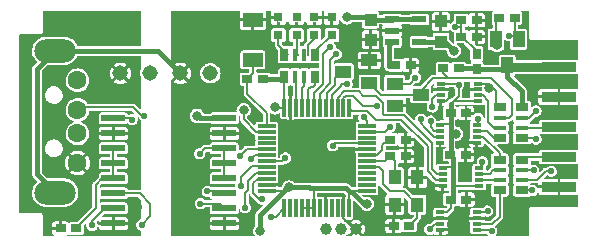
<source format=gbr>
%TF.GenerationSoftware,KiCad,Pcbnew,(6.0.7)*%
%TF.CreationDate,2022-09-07T18:04:23+02:00*%
%TF.ProjectId,BMP2_Railgun,424d5032-5f52-4616-996c-67756e2e6b69,rev?*%
%TF.SameCoordinates,Original*%
%TF.FileFunction,Copper,L1,Top*%
%TF.FilePolarity,Positive*%
%FSLAX46Y46*%
G04 Gerber Fmt 4.6, Leading zero omitted, Abs format (unit mm)*
G04 Created by KiCad (PCBNEW (6.0.7)) date 2022-09-07 18:04:23*
%MOMM*%
%LPD*%
G01*
G04 APERTURE LIST*
%TA.AperFunction,SMDPad,CuDef*%
%ADD10R,0.650000X1.100000*%
%TD*%
%TA.AperFunction,SMDPad,CuDef*%
%ADD11R,0.450000X1.100000*%
%TD*%
%TA.AperFunction,SMDPad,CuDef*%
%ADD12R,3.000000X0.850000*%
%TD*%
%TA.AperFunction,ComponentPad*%
%ADD13C,1.000000*%
%TD*%
%TA.AperFunction,SMDPad,CuDef*%
%ADD14R,1.000000X1.400000*%
%TD*%
%TA.AperFunction,SMDPad,CuDef*%
%ADD15R,1.400000X1.000000*%
%TD*%
%TA.AperFunction,SMDPad,CuDef*%
%ADD16R,1.700000X1.200000*%
%TD*%
%TA.AperFunction,SMDPad,CuDef*%
%ADD17R,1.100000X0.650000*%
%TD*%
%TA.AperFunction,SMDPad,CuDef*%
%ADD18R,1.100000X0.450000*%
%TD*%
%TA.AperFunction,SMDPad,CuDef*%
%ADD19R,0.900000X0.700000*%
%TD*%
%TA.AperFunction,SMDPad,CuDef*%
%ADD20R,0.700000X0.900000*%
%TD*%
%TA.AperFunction,SMDPad,CuDef*%
%ADD21R,1.100000X1.300000*%
%TD*%
%TA.AperFunction,SMDPad,CuDef*%
%ADD22R,0.800000X0.800000*%
%TD*%
%TA.AperFunction,SMDPad,CuDef*%
%ADD23R,0.800000X0.300000*%
%TD*%
%TA.AperFunction,SMDPad,CuDef*%
%ADD24R,2.000000X0.600000*%
%TD*%
%TA.AperFunction,ComponentPad*%
%ADD25C,1.308000*%
%TD*%
%TA.AperFunction,SMDPad,CuDef*%
%ADD26R,1.200000X0.600000*%
%TD*%
%TA.AperFunction,SMDPad,CuDef*%
%ADD27R,1.000000X1.100000*%
%TD*%
%TA.AperFunction,ComponentPad*%
%ADD28C,1.600000*%
%TD*%
%TA.AperFunction,ComponentPad*%
%ADD29O,3.500000X2.000000*%
%TD*%
%TA.AperFunction,SMDPad,CuDef*%
%ADD30R,1.500000X0.300000*%
%TD*%
%TA.AperFunction,SMDPad,CuDef*%
%ADD31R,0.300000X1.500000*%
%TD*%
%TA.AperFunction,ViaPad*%
%ADD32C,0.558800*%
%TD*%
%TA.AperFunction,ViaPad*%
%ADD33C,0.800000*%
%TD*%
%TA.AperFunction,Conductor*%
%ADD34C,0.400000*%
%TD*%
%TA.AperFunction,Conductor*%
%ADD35C,0.200000*%
%TD*%
%TA.AperFunction,Conductor*%
%ADD36C,0.800000*%
%TD*%
G04 APERTURE END LIST*
D10*
%TO.P,R1,1,1*%
%TO.N,+3V3*%
X87600000Y-100100000D03*
D11*
%TO.P,R1,2,1*%
%TO.N,/LED2*%
X88500000Y-100100000D03*
%TO.P,R1,3,1*%
%TO.N,/LED1*%
X89300000Y-100100000D03*
D10*
%TO.P,R1,4,1*%
%TO.N,/LED0*%
X90200000Y-100100000D03*
%TO.P,R1,5,2*%
%TO.N,Net-(LED4-Pad1)*%
X90200000Y-98200000D03*
D11*
%TO.P,R1,6,2*%
%TO.N,Net-(LED3-Pad1)*%
X89300000Y-98200000D03*
%TO.P,R1,7,2*%
%TO.N,Net-(LED2-Pad1)*%
X88500000Y-98200000D03*
D10*
%TO.P,R1,8,2*%
%TO.N,Net-(LED1-Pad1)*%
X87600000Y-98200000D03*
%TD*%
D12*
%TO.P,X2,1,1*%
%TO.N,/TPWR*%
X110850000Y-99250000D03*
%TO.P,X2,3,3*%
%TO.N,GND*%
X110850000Y-101790000D03*
%TO.P,X2,5,5*%
%TO.N,/TTXD*%
X110850000Y-104330000D03*
%TO.P,X2,7,7*%
%TO.N,/TRXD*%
X110850000Y-106870000D03*
%TO.P,X2,9,9*%
%TO.N,GND*%
X110850000Y-109410000D03*
%TD*%
D13*
%TO.P,X1,1,1*%
%TO.N,/SWCLK*%
X91130000Y-112970000D03*
%TO.P,X1,2,2*%
%TO.N,/SWDIO*%
X92400000Y-112970000D03*
%TO.P,X1,3,3*%
%TO.N,GND*%
X93670000Y-112970000D03*
%TD*%
D14*
%TO.P,VT3,1,G*%
%TO.N,/PWR_BR*%
X107425000Y-96900000D03*
%TO.P,VT3,2,S*%
%TO.N,+3V3*%
X105525000Y-96900000D03*
%TO.P,VT3,3,D*%
%TO.N,/TPWR*%
X106475000Y-99100000D03*
%TD*%
D15*
%TO.P,VT2,1,G*%
%TO.N,Net-(R12-Pad1)*%
X94800000Y-100600000D03*
%TO.P,VT2,2,S*%
%TO.N,GND*%
X94800000Y-98700000D03*
%TO.P,VT2,3,D*%
%TO.N,/IRST_SENSE*%
X92600000Y-99650000D03*
%TD*%
%TO.P,VT1,1,G*%
%TO.N,/IRST*%
X96950000Y-100650000D03*
%TO.P,VT1,2,S*%
%TO.N,GND*%
X96950000Y-102550000D03*
%TO.P,VT1,3,D*%
%TO.N,Net-(R12-Pad1)*%
X99150000Y-101600000D03*
%TD*%
D16*
%TO.P,SW1,1,P$1*%
%TO.N,Net-(IC4-Pad25)*%
X84925000Y-98645000D03*
%TO.P,SW1,2,P$2*%
%TO.N,GND*%
X84925000Y-95245000D03*
%TD*%
D17*
%TO.P,R15,1,1*%
%TO.N,Net-(IC7-Pad6)*%
X105825000Y-107100000D03*
D18*
%TO.P,R15,2,1*%
%TO.N,Net-(IC6-Pad7)*%
X105825000Y-108000000D03*
%TO.P,R15,3,1*%
%TO.N,Net-(IC6-Pad6)*%
X105825000Y-108800000D03*
D17*
%TO.P,R15,4,1*%
%TO.N,Net-(IC8-Pad6)*%
X105825000Y-109700000D03*
%TO.P,R15,5,2*%
%TO.N,/TTMS*%
X107725000Y-109700000D03*
D18*
%TO.P,R15,6,2*%
%TO.N,/TTDI*%
X107725000Y-108800000D03*
%TO.P,R15,7,2*%
%TO.N,/TTCK*%
X107725000Y-108000000D03*
D17*
%TO.P,R15,8,2*%
%TO.N,/TRXD*%
X107725000Y-107100000D03*
%TD*%
%TO.P,R14,1,1*%
%TO.N,Net-(C23-Pad1)*%
X105825000Y-102675000D03*
D18*
%TO.P,R14,2,1*%
%TO.N,Net-(R12-Pad1)*%
X105825000Y-103575000D03*
%TO.P,R14,3,1*%
%TO.N,Net-(IC5-Pad6)*%
X105825000Y-104375000D03*
D17*
%TO.P,R14,4,1*%
%TO.N,Net-(IC7-Pad7)*%
X105825000Y-105275000D03*
%TO.P,R14,5,2*%
%TO.N,/TTDO*%
X107725000Y-105275000D03*
D18*
%TO.P,R14,6,2*%
%TO.N,/TTXD*%
X107725000Y-104375000D03*
%TO.P,R14,7,2*%
%TO.N,/TRST*%
X107725000Y-103575000D03*
D17*
%TO.P,R14,8,2*%
%TO.N,/TPWR*%
X107725000Y-102675000D03*
%TD*%
D19*
%TO.P,R13,1,1*%
%TO.N,+3V3*%
X105800000Y-95125000D03*
%TO.P,R13,2,2*%
%TO.N,/PWR_BR*%
X107100000Y-95125000D03*
%TD*%
%TO.P,R12,1,1*%
%TO.N,Net-(R12-Pad1)*%
X101050000Y-99375000D03*
%TO.P,R12,2,2*%
%TO.N,/TPWR*%
X102350000Y-99375000D03*
%TD*%
%TO.P,R11,1,1*%
%TO.N,Net-(C18-Pad1)*%
X102575000Y-96700000D03*
%TO.P,R11,2,2*%
%TO.N,GND*%
X103875000Y-96700000D03*
%TD*%
D20*
%TO.P,R10,1,1*%
%TO.N,/TPWR*%
X103900000Y-99450000D03*
%TO.P,R10,2,2*%
%TO.N,Net-(C18-Pad1)*%
X103900000Y-98150000D03*
%TD*%
D19*
%TO.P,R4,1,1*%
%TO.N,+3V3*%
X85750000Y-100270000D03*
%TO.P,R4,2,2*%
%TO.N,Net-(IC4-Pad25)*%
X84450000Y-100270000D03*
%TD*%
D21*
%TO.P,Q1,1,1*%
%TO.N,Net-(C3-Pad1)*%
X98850000Y-110900000D03*
%TO.P,Q1,2,GND*%
%TO.N,GND*%
X98850000Y-108600000D03*
%TO.P,Q1,3,2*%
%TO.N,Net-(C6-Pad1)*%
X96950000Y-108600000D03*
%TO.P,Q1,4,GND*%
%TO.N,GND*%
X96950000Y-110900000D03*
%TD*%
D22*
%TO.P,LED4,1,A*%
%TO.N,Net-(LED4-Pad1)*%
X91600000Y-96550000D03*
%TO.P,LED4,2,C*%
%TO.N,GND*%
X91600000Y-95050000D03*
%TD*%
%TO.P,LED3,1,A*%
%TO.N,Net-(LED3-Pad1)*%
X90125000Y-96550000D03*
%TO.P,LED3,2,C*%
%TO.N,GND*%
X90125000Y-95050000D03*
%TD*%
%TO.P,LED2,1,A*%
%TO.N,Net-(LED2-Pad1)*%
X88625000Y-96550000D03*
%TO.P,LED2,2,C*%
%TO.N,GND*%
X88625000Y-95050000D03*
%TD*%
%TO.P,LED1,1,A*%
%TO.N,Net-(LED1-Pad1)*%
X87100000Y-96550000D03*
%TO.P,LED1,2,C*%
%TO.N,GND*%
X87100000Y-95050000D03*
%TD*%
D23*
%TO.P,IC8,1,VCCA*%
%TO.N,+3V3*%
X100800000Y-111550000D03*
%TO.P,IC8,2,A1*%
%TO.N,GND*%
X100800000Y-112050000D03*
%TO.P,IC8,3,A2*%
%TO.N,/ITMS*%
X100800000Y-112550000D03*
%TO.P,IC8,4,GND*%
%TO.N,GND*%
X100800000Y-113050000D03*
%TO.P,IC8,5,DIR*%
%TO.N,/ITMS_DIR*%
X103900000Y-113050000D03*
%TO.P,IC8,6,B2*%
%TO.N,Net-(IC8-Pad6)*%
X103900000Y-112550000D03*
%TO.P,IC8,7,B1*%
%TO.N,GND*%
X103900000Y-112050000D03*
%TO.P,IC8,8,VCCB*%
%TO.N,Net-(C23-Pad1)*%
X103900000Y-111550000D03*
%TD*%
%TO.P,IC7,1,VCCA*%
%TO.N,+3V3*%
X100775000Y-104150000D03*
%TO.P,IC7,2,A1*%
%TO.N,/ITDO*%
X100775000Y-104650000D03*
%TO.P,IC7,3,A2*%
%TO.N,/IRXD*%
X100775000Y-105150000D03*
%TO.P,IC7,4,GND*%
%TO.N,GND*%
X100775000Y-105650000D03*
%TO.P,IC7,5,DIR*%
X103875000Y-105650000D03*
%TO.P,IC7,6,B2*%
%TO.N,Net-(IC7-Pad6)*%
X103875000Y-105150000D03*
%TO.P,IC7,7,B1*%
%TO.N,Net-(IC7-Pad7)*%
X103875000Y-104650000D03*
%TO.P,IC7,8,VCCB*%
%TO.N,Net-(C23-Pad1)*%
X103875000Y-104150000D03*
%TD*%
%TO.P,IC6,1,VCCA*%
%TO.N,+3V3*%
X101000000Y-107825000D03*
%TO.P,IC6,2,A1*%
%TO.N,/ITCK*%
X101000000Y-108325000D03*
%TO.P,IC6,3,A2*%
%TO.N,/ITDI*%
X101000000Y-108825000D03*
%TO.P,IC6,4,GND*%
%TO.N,GND*%
X101000000Y-109325000D03*
%TO.P,IC6,5,DIR*%
%TO.N,+3V3*%
X104100000Y-109325000D03*
%TO.P,IC6,6,B2*%
%TO.N,Net-(IC6-Pad6)*%
X104100000Y-108825000D03*
%TO.P,IC6,7,B1*%
%TO.N,Net-(IC6-Pad7)*%
X104100000Y-108325000D03*
%TO.P,IC6,8,VCCB*%
%TO.N,Net-(C23-Pad1)*%
X104100000Y-107825000D03*
%TD*%
%TO.P,IC5,1,VCCA*%
%TO.N,+3V3*%
X100850000Y-100650000D03*
%TO.P,IC5,2,A1*%
%TO.N,GND*%
X100850000Y-101150000D03*
%TO.P,IC5,3,A2*%
%TO.N,/ITXD*%
X100850000Y-101650000D03*
%TO.P,IC5,4,GND*%
%TO.N,GND*%
X100850000Y-102150000D03*
%TO.P,IC5,5,DIR*%
%TO.N,+3V3*%
X103950000Y-102150000D03*
%TO.P,IC5,6,B2*%
%TO.N,Net-(IC5-Pad6)*%
X103950000Y-101650000D03*
%TO.P,IC5,7,B1*%
%TO.N,GND*%
X103950000Y-101150000D03*
%TO.P,IC5,8,VCCB*%
%TO.N,Net-(C23-Pad1)*%
X103950000Y-100650000D03*
%TD*%
D24*
%TO.P,IC3,1,VBUS1*%
%TO.N,Net-(C5-Pad1)*%
X73125000Y-103600000D03*
%TO.P,IC3,2,GND1@1*%
%TO.N,GND1*%
X73125000Y-104870000D03*
%TO.P,IC3,3,VDD1*%
%TO.N,Net-(C8-Pad1)*%
X73125000Y-106140000D03*
%TO.P,IC3,4,PDEN*%
X73125000Y-107410000D03*
%TO.P,IC3,5,SPU*%
X73125000Y-108680000D03*
%TO.P,IC3,6,UD-*%
%TO.N,Net-(IC3-Pad6)*%
X73125000Y-109950000D03*
%TO.P,IC3,7,UD+*%
%TO.N,Net-(IC3-Pad7)*%
X73125000Y-111220000D03*
%TO.P,IC3,8,GND1@2*%
%TO.N,GND1*%
X73125000Y-112490000D03*
%TO.P,IC3,9,GND2@2*%
%TO.N,GND*%
X82525000Y-112490000D03*
%TO.P,IC3,10,DD+*%
%TO.N,/BMP_D+*%
X82525000Y-111220000D03*
%TO.P,IC3,11,DD-*%
%TO.N,/BMP_D-*%
X82525000Y-109950000D03*
%TO.P,IC3,12,PIN*%
%TO.N,Net-(C16-Pad1)*%
X82525000Y-108680000D03*
%TO.P,IC3,13,SPD*%
X82525000Y-107410000D03*
%TO.P,IC3,14,VDD2*%
X82525000Y-106140000D03*
%TO.P,IC3,15,GND2@1*%
%TO.N,GND*%
X82525000Y-104870000D03*
%TO.P,IC3,16,VBUS2*%
%TO.N,+5V*%
X82525000Y-103600000D03*
%TD*%
D25*
%TO.P,IC2,1,GND_IN*%
%TO.N,GND1*%
X73715000Y-99785000D03*
%TO.P,IC2,2,VIN*%
%TO.N,Net-(C5-Pad1)*%
X76255000Y-99785000D03*
%TO.P,IC2,3,GND_OUT*%
%TO.N,GND*%
X78795000Y-99785000D03*
%TO.P,IC2,4,VOUT*%
%TO.N,+5V*%
X81335000Y-99785000D03*
%TD*%
D26*
%TO.P,IC1,1,SHDN*%
%TO.N,+5V*%
X96725000Y-95225000D03*
%TO.P,IC1,2,GND*%
%TO.N,GND*%
X96725000Y-96175000D03*
%TO.P,IC1,3,BYPASS*%
%TO.N,Net-(C2-Pad1)*%
X96725000Y-97125000D03*
%TO.P,IC1,4,OUT*%
%TO.N,+3V3*%
X99025000Y-97125000D03*
%TO.P,IC1,5,IN*%
%TO.N,+5V*%
X99025000Y-95225000D03*
%TD*%
D19*
%TO.P,C22,1,P$1*%
%TO.N,+3V3*%
X101700000Y-110475000D03*
%TO.P,C22,2,P$2*%
%TO.N,GND*%
X103000000Y-110475000D03*
%TD*%
%TO.P,C21,1,P$1*%
%TO.N,+3V3*%
X101650000Y-106700000D03*
%TO.P,C21,2,P$2*%
%TO.N,GND*%
X102950000Y-106700000D03*
%TD*%
%TO.P,C19,1,P$1*%
%TO.N,+3V3*%
X101675000Y-103150000D03*
%TO.P,C19,2,P$2*%
%TO.N,GND*%
X102975000Y-103150000D03*
%TD*%
%TO.P,C18,1,P$1*%
%TO.N,Net-(C18-Pad1)*%
X102575000Y-95300000D03*
%TO.P,C18,2,P$2*%
%TO.N,GND*%
X103875000Y-95300000D03*
%TD*%
%TO.P,C10,1,P$1*%
%TO.N,/RST*%
X96575000Y-105400000D03*
%TO.P,C10,2,P$2*%
%TO.N,GND*%
X97875000Y-105400000D03*
%TD*%
%TO.P,C8,1,P$1*%
%TO.N,Net-(C8-Pad1)*%
X69950000Y-112925000D03*
%TO.P,C8,2,P$2*%
%TO.N,GND1*%
X68650000Y-112925000D03*
%TD*%
%TO.P,C6,1,P$1*%
%TO.N,Net-(C6-Pad1)*%
X96575000Y-106800000D03*
%TO.P,C6,2,P$2*%
%TO.N,GND*%
X97875000Y-106800000D03*
%TD*%
D27*
%TO.P,C4,1,P$1*%
%TO.N,+3V3*%
X100850000Y-97100000D03*
%TO.P,C4,2,P$2*%
%TO.N,GND*%
X100850000Y-95400000D03*
%TD*%
D19*
%TO.P,C3,1,P$1*%
%TO.N,Net-(C3-Pad1)*%
X98150000Y-112700000D03*
%TO.P,C3,2,P$2*%
%TO.N,GND*%
X96850000Y-112700000D03*
%TD*%
%TO.P,C2,1,P$1*%
%TO.N,Net-(C2-Pad1)*%
X97000000Y-99100000D03*
%TO.P,C2,2,P$2*%
%TO.N,GND*%
X98300000Y-99100000D03*
%TD*%
D27*
%TO.P,C1,1,P$1*%
%TO.N,+5V*%
X94900000Y-95250000D03*
%TO.P,C1,2,P$2*%
%TO.N,GND*%
X94900000Y-96950000D03*
%TD*%
D28*
%TO.P,X4,1,GND*%
%TO.N,GND1*%
X70080000Y-107380000D03*
%TO.P,X4,2,D+*%
%TO.N,Net-(D1-Pad4)*%
X70080000Y-104880000D03*
%TO.P,X4,3,D-*%
%TO.N,Net-(D1-Pad6)*%
X70080000Y-102880000D03*
%TO.P,X4,4,VBUS*%
%TO.N,Net-(C5-Pad1)*%
X70080000Y-100380000D03*
D29*
%TO.P,X4,5*%
%TO.N,GND*%
X68180000Y-97880000D03*
%TO.P,X4,6*%
X68180000Y-109880000D03*
%TD*%
D30*
%TO.P,IC4,1,VBAT*%
%TO.N,+3V3*%
X94600000Y-109725000D03*
%TO.P,IC4,2,PC13*%
%TO.N,unconnected-(IC4-Pad2)*%
X94600000Y-109225000D03*
%TO.P,IC4,3,PC14*%
%TO.N,unconnected-(IC4-Pad3)*%
X94600000Y-108725000D03*
%TO.P,IC4,4,PC15*%
%TO.N,unconnected-(IC4-Pad4)*%
X94600000Y-108225000D03*
%TO.P,IC4,5,OSC_IN*%
%TO.N,Net-(C3-Pad1)*%
X94600000Y-107725000D03*
%TO.P,IC4,6,OSC_OUT*%
%TO.N,Net-(C6-Pad1)*%
X94600000Y-107225000D03*
%TO.P,IC4,7,NRST*%
%TO.N,/RST*%
X94600000Y-106725000D03*
%TO.P,IC4,8,VSSA*%
%TO.N,GND*%
X94600000Y-106225000D03*
%TO.P,IC4,9,VDDA*%
%TO.N,+3V3*%
X94600000Y-105725000D03*
%TO.P,IC4,10,PA0-WKUP*%
%TO.N,unconnected-(IC4-Pad10)*%
X94600000Y-105225000D03*
%TO.P,IC4,11,PA1*%
%TO.N,/ITMS_DIR*%
X94600000Y-104725000D03*
%TO.P,IC4,12,PA2*%
%TO.N,/IRST*%
X94600000Y-104225000D03*
D31*
%TO.P,IC4,13,PA3*%
%TO.N,/ITDI*%
X93100000Y-102725000D03*
%TO.P,IC4,14,PA4*%
%TO.N,/ITMS*%
X92600000Y-102725000D03*
%TO.P,IC4,15,PA5*%
%TO.N,/ITCK*%
X92100000Y-102725000D03*
%TO.P,IC4,16,PA6*%
%TO.N,/ITDO*%
X91600000Y-102725000D03*
%TO.P,IC4,17,PA7*%
%TO.N,/IRST_SENSE*%
X91100000Y-102725000D03*
%TO.P,IC4,18,PB0*%
%TO.N,Net-(C18-Pad1)*%
X90600000Y-102725000D03*
%TO.P,IC4,19,PB1*%
%TO.N,/PWR_BR*%
X90100000Y-102725000D03*
%TO.P,IC4,20,PB2*%
%TO.N,/LED0*%
X89600000Y-102725000D03*
%TO.P,IC4,21,PB10*%
%TO.N,/LED1*%
X89100000Y-102725000D03*
%TO.P,IC4,22,PB11*%
%TO.N,/LED2*%
X88600000Y-102725000D03*
%TO.P,IC4,23,VSS@1*%
%TO.N,GND*%
X88100000Y-102725000D03*
%TO.P,IC4,24,VDD@1*%
%TO.N,+3V3*%
X87600000Y-102725000D03*
D30*
%TO.P,IC4,25,PB12*%
%TO.N,Net-(IC4-Pad25)*%
X86100000Y-104225000D03*
%TO.P,IC4,26,PB13*%
%TO.N,/VBUS*%
X86100000Y-104725000D03*
%TO.P,IC4,27,PB14*%
%TO.N,unconnected-(IC4-Pad27)*%
X86100000Y-105225000D03*
%TO.P,IC4,28,PB15*%
%TO.N,unconnected-(IC4-Pad28)*%
X86100000Y-105725000D03*
%TO.P,IC4,29,PA8*%
%TO.N,Net-(IC4-Pad29)*%
X86100000Y-106225000D03*
%TO.P,IC4,30,PA9*%
%TO.N,/ITXD*%
X86100000Y-106725000D03*
%TO.P,IC4,31,PA10*%
%TO.N,/IRXD*%
X86100000Y-107225000D03*
%TO.P,IC4,32,PA11*%
%TO.N,Net-(IC4-Pad32)*%
X86100000Y-107725000D03*
%TO.P,IC4,33,PA12*%
%TO.N,Net-(IC4-Pad33)*%
X86100000Y-108225000D03*
%TO.P,IC4,34,PA13*%
%TO.N,/SWDIO*%
X86100000Y-108725000D03*
%TO.P,IC4,35,VSS@2*%
%TO.N,GND*%
X86100000Y-109225000D03*
%TO.P,IC4,36,VDD@2*%
%TO.N,+3V3*%
X86100000Y-109725000D03*
D31*
%TO.P,IC4,37,PA14*%
%TO.N,/SWCLK*%
X87600000Y-111225000D03*
%TO.P,IC4,38,PA15*%
%TO.N,unconnected-(IC4-Pad38)*%
X88100000Y-111225000D03*
%TO.P,IC4,39,PB3*%
%TO.N,unconnected-(IC4-Pad39)*%
X88600000Y-111225000D03*
%TO.P,IC4,40,PB4*%
%TO.N,+3V3*%
X89100000Y-111225000D03*
%TO.P,IC4,41,PB5*%
X89600000Y-111225000D03*
%TO.P,IC4,42,PB6*%
X90100000Y-111225000D03*
%TO.P,IC4,43,PB7*%
%TO.N,unconnected-(IC4-Pad43)*%
X90600000Y-111225000D03*
%TO.P,IC4,44,BOOT0*%
%TO.N,GND*%
X91100000Y-111225000D03*
%TO.P,IC4,45,PB8*%
%TO.N,unconnected-(IC4-Pad45)*%
X91600000Y-111225000D03*
%TO.P,IC4,46,PB9*%
%TO.N,unconnected-(IC4-Pad46)*%
X92100000Y-111225000D03*
%TO.P,IC4,47,VSS@3*%
%TO.N,GND*%
X92600000Y-111225000D03*
%TO.P,IC4,48,VDD@3*%
%TO.N,+3V3*%
X93100000Y-111225000D03*
%TD*%
D32*
%TO.N,GND1*%
X75275000Y-111075000D03*
D33*
%TO.N,+3V3*%
X87975000Y-109450000D03*
D32*
%TO.N,GND*%
X106150000Y-106050000D03*
X100650000Y-106575000D03*
X103100000Y-102975000D03*
D33*
%TO.N,+3V3*%
X102150000Y-104900000D03*
D32*
X91700000Y-105900000D03*
%TO.N,GND*%
X103000000Y-101250000D03*
%TO.N,+3V3*%
X102350000Y-100750000D03*
%TO.N,GND*%
X101775000Y-101400000D03*
D33*
%TO.N,+3V3*%
X105600000Y-97400000D03*
D32*
%TO.N,GND*%
X110850000Y-103100000D03*
X110825000Y-105625000D03*
X92175000Y-106700000D03*
%TO.N,/IRST*%
X98700000Y-100150000D03*
%TO.N,/ITMS*%
X99925000Y-113000000D03*
%TO.N,/ITMS_DIR*%
X96575000Y-104300000D03*
%TO.N,/IRST*%
X94325000Y-103525000D03*
%TO.N,/ITXD*%
X100125000Y-102625000D03*
%TO.N,/IRXD*%
X87675000Y-106950000D03*
X99150000Y-103675000D03*
%TO.N,/ITDO*%
X99975000Y-103825000D03*
%TO.N,Net-(C23-Pad1)*%
X104000000Y-103625000D03*
%TO.N,Net-(C18-Pad1)*%
X102075000Y-95850000D03*
%TO.N,/ITXD*%
X84800000Y-107000000D03*
%TO.N,Net-(C16-Pad1)*%
X80425000Y-106600000D03*
D33*
%TO.N,+5V*%
X80200000Y-103375000D03*
D32*
%TO.N,Net-(C5-Pad1)*%
X74700000Y-103700000D03*
%TO.N,Net-(D1-Pad6)*%
X75750000Y-103375000D03*
%TO.N,Net-(C23-Pad1)*%
X104350000Y-107275000D03*
%TO.N,/ITMS_DIR*%
X105150000Y-113175000D03*
%TO.N,Net-(C23-Pad1)*%
X104800000Y-111450000D03*
D33*
X104950000Y-101025000D03*
%TO.N,/VBUS*%
X84150000Y-102925000D03*
D32*
%TO.N,/SWDIO*%
X85675000Y-110425000D03*
%TO.N,/SWCLK*%
X86475000Y-111975000D03*
D33*
%TO.N,+3V3*%
X85550000Y-113150000D03*
X94575000Y-110825000D03*
D32*
%TO.N,GND*%
X99975000Y-112150000D03*
%TO.N,Net-(IC4-Pad29)*%
X83875000Y-106750000D03*
%TO.N,Net-(IC4-Pad32)*%
X83925000Y-109325000D03*
%TO.N,Net-(IC4-Pad33)*%
X84275000Y-111150000D03*
%TO.N,/BMP_D+*%
X80487500Y-110812500D03*
%TO.N,/BMP_D-*%
X81075000Y-109775000D03*
%TO.N,/ITDO*%
X92900000Y-100725000D03*
%TO.N,/ITMS*%
X95400000Y-102525000D03*
%TO.N,Net-(IC3-Pad6)*%
X75525000Y-112625000D03*
%TO.N,Net-(IC3-Pad7)*%
X71312500Y-112662500D03*
%TO.N,/TTDO*%
X108900000Y-105350000D03*
%TO.N,/TRST*%
X108900000Y-102975000D03*
%TO.N,Net-(C18-Pad1)*%
X91975000Y-98150000D03*
%TO.N,/PWR_BR*%
X91475000Y-97550000D03*
D33*
%TO.N,+3V3*%
X86825000Y-102675000D03*
%TO.N,+5V*%
X92900000Y-95050000D03*
%TO.N,+3V3*%
X101950000Y-97875000D03*
D32*
%TO.N,/PWR_BR*%
X106625000Y-96600000D03*
%TO.N,/TTMS*%
X108600000Y-109700000D03*
%TO.N,/TTCK*%
X108700000Y-108000000D03*
%TO.N,/TTDI*%
X110200000Y-108075000D03*
%TD*%
D34*
%TO.N,+5V*%
X82525000Y-103600000D02*
X80425000Y-103600000D01*
X80425000Y-103600000D02*
X80200000Y-103375000D01*
D35*
%TO.N,Net-(IC3-Pad6)*%
X75350000Y-109950000D02*
X76250000Y-110850000D01*
X73125000Y-109950000D02*
X75350000Y-109950000D01*
X76250000Y-110850000D02*
X76250000Y-111900000D01*
X76250000Y-111900000D02*
X75525000Y-112625000D01*
D34*
%TO.N,GND*%
X66650000Y-108350000D02*
X68180000Y-109880000D01*
X68180000Y-97880000D02*
X66650000Y-99410000D01*
X66650000Y-99410000D02*
X66650000Y-108350000D01*
X76890000Y-97880000D02*
X78795000Y-99785000D01*
X68180000Y-97880000D02*
X76890000Y-97880000D01*
%TO.N,+3V3*%
X87975000Y-109450000D02*
X87850000Y-109450000D01*
D35*
%TO.N,Net-(C23-Pad1)*%
X104000000Y-104025000D02*
X103875000Y-104150000D01*
X104000000Y-103625000D02*
X104000000Y-104025000D01*
%TO.N,/ITDO*%
X99975000Y-104350000D02*
X100275000Y-104650000D01*
X99975000Y-103825000D02*
X99975000Y-104350000D01*
X100275000Y-104650000D02*
X100775000Y-104650000D01*
%TO.N,/ITXD*%
X100400000Y-101650000D02*
X100850000Y-101650000D01*
X100125000Y-101925000D02*
X100400000Y-101650000D01*
X100125000Y-102625000D02*
X100125000Y-101925000D01*
%TO.N,/ITMS_DIR*%
X96150000Y-104725000D02*
X94600000Y-104725000D01*
X96575000Y-104300000D02*
X96150000Y-104725000D01*
%TO.N,/ITMS*%
X92600000Y-101875000D02*
X92600000Y-102725000D01*
X92775000Y-101700000D02*
X92600000Y-101875000D01*
X94250000Y-102525000D02*
X93425000Y-101700000D01*
X93425000Y-101700000D02*
X92775000Y-101700000D01*
X95400000Y-102525000D02*
X94250000Y-102525000D01*
%TO.N,/ITCK*%
X100550000Y-108325000D02*
X101000000Y-108325000D01*
X100100000Y-107875000D02*
X100550000Y-108325000D01*
X100100000Y-105700000D02*
X100100000Y-107875000D01*
X97750000Y-103350000D02*
X100100000Y-105700000D01*
X96075000Y-103350000D02*
X97750000Y-103350000D01*
X95975000Y-103250000D02*
X96075000Y-103350000D01*
X93900000Y-101325000D02*
X94250000Y-101675000D01*
X95325000Y-101675000D02*
X95975000Y-102325000D01*
X95975000Y-102325000D02*
X95975000Y-103250000D01*
X92625000Y-101325000D02*
X93900000Y-101325000D01*
X92100000Y-101850000D02*
X92625000Y-101325000D01*
X92100000Y-102725000D02*
X92100000Y-101850000D01*
X94250000Y-101675000D02*
X95325000Y-101675000D01*
%TO.N,/ITDI*%
X95325000Y-103725000D02*
X94575000Y-102975000D01*
X97500000Y-103725000D02*
X95325000Y-103725000D01*
X94575000Y-102975000D02*
X93350000Y-102975000D01*
X99725000Y-108075000D02*
X99725000Y-105950000D01*
X100475000Y-108825000D02*
X99725000Y-108075000D01*
X93350000Y-102975000D02*
X93100000Y-102725000D01*
X101000000Y-108825000D02*
X100475000Y-108825000D01*
X99725000Y-105950000D02*
X97500000Y-103725000D01*
%TO.N,+3V3*%
X91875000Y-105725000D02*
X91700000Y-105900000D01*
X94600000Y-105725000D02*
X91875000Y-105725000D01*
%TO.N,GND*%
X93495000Y-112970000D02*
X93670000Y-112970000D01*
X92600000Y-112075000D02*
X93495000Y-112970000D01*
X92600000Y-111225000D02*
X92600000Y-112075000D01*
X91100000Y-110200000D02*
X91275000Y-110025000D01*
X92450000Y-110025000D02*
X92600000Y-110175000D01*
X92600000Y-110175000D02*
X92600000Y-111225000D01*
X91100000Y-111225000D02*
X91100000Y-110200000D01*
X91275000Y-110025000D02*
X92450000Y-110025000D01*
%TO.N,+3V3*%
X90100000Y-111225000D02*
X90100000Y-109500000D01*
D34*
X90100000Y-109500000D02*
X89750000Y-109500000D01*
X92775000Y-109500000D02*
X90100000Y-109500000D01*
X87850000Y-109450000D02*
X87450000Y-109850000D01*
X89750000Y-109500000D02*
X89700000Y-109450000D01*
X93125000Y-109850000D02*
X92775000Y-109500000D01*
X89700000Y-109450000D02*
X87975000Y-109450000D01*
D35*
X102250000Y-100650000D02*
X100850000Y-100650000D01*
X102350000Y-100750000D02*
X102250000Y-100650000D01*
X102350000Y-100750000D02*
X102350000Y-101725000D01*
X102350000Y-101725000D02*
X101925000Y-102150000D01*
%TO.N,GND*%
X101775000Y-101400000D02*
X101775000Y-101200000D01*
X101725000Y-101150000D02*
X100850000Y-101150000D01*
X101275000Y-102150000D02*
X101775000Y-101650000D01*
X100850000Y-102150000D02*
X101275000Y-102150000D01*
X101775000Y-101650000D02*
X101775000Y-101400000D01*
X101775000Y-101200000D02*
X101725000Y-101150000D01*
%TO.N,/TRST*%
X108300000Y-103575000D02*
X107725000Y-103575000D01*
X108900000Y-102975000D02*
X108300000Y-103575000D01*
%TO.N,/IRST*%
X98200000Y-100650000D02*
X98700000Y-100150000D01*
X96950000Y-100650000D02*
X98200000Y-100650000D01*
%TO.N,/ITMS*%
X100350000Y-112575000D02*
X99925000Y-113000000D01*
X100375000Y-112575000D02*
X100350000Y-112575000D01*
X100775000Y-112575000D02*
X100375000Y-112575000D01*
X100800000Y-112550000D02*
X100775000Y-112575000D01*
%TO.N,+3V3*%
X87600000Y-102725000D02*
X87600000Y-100100000D01*
X86875000Y-102725000D02*
X87600000Y-102725000D01*
X86825000Y-102675000D02*
X86875000Y-102725000D01*
%TO.N,/VBUS*%
X84150000Y-103650000D02*
X85225000Y-104725000D01*
X85225000Y-104725000D02*
X86100000Y-104725000D01*
X84150000Y-102925000D02*
X84150000Y-103650000D01*
D34*
%TO.N,+3V3*%
X101675000Y-103150000D02*
X101675000Y-102400000D01*
X101675000Y-102400000D02*
X101700000Y-102375000D01*
D35*
%TO.N,/ITXD*%
X85075000Y-106725000D02*
X86100000Y-106725000D01*
X84800000Y-107000000D02*
X85075000Y-106725000D01*
%TO.N,Net-(IC4-Pad29)*%
X83875000Y-106750000D02*
X84400000Y-106225000D01*
X84400000Y-106225000D02*
X86100000Y-106225000D01*
%TO.N,/IRST*%
X94600000Y-103800000D02*
X94325000Y-103525000D01*
X94600000Y-104225000D02*
X94600000Y-103800000D01*
%TO.N,/IRXD*%
X87400000Y-107225000D02*
X87675000Y-106950000D01*
X86100000Y-107225000D02*
X87400000Y-107225000D01*
X99150000Y-104025000D02*
X99150000Y-103675000D01*
X99525000Y-104400000D02*
X99150000Y-104025000D01*
X100775000Y-105150000D02*
X100275000Y-105150000D01*
X100275000Y-105150000D02*
X99525000Y-104400000D01*
%TO.N,Net-(IC7-Pad6)*%
X104450000Y-105150000D02*
X105825000Y-106525000D01*
X105825000Y-106525000D02*
X105825000Y-107100000D01*
X103875000Y-105150000D02*
X104450000Y-105150000D01*
%TO.N,Net-(IC7-Pad7)*%
X104750000Y-104650000D02*
X103875000Y-104650000D01*
X105375000Y-105275000D02*
X104750000Y-104650000D01*
X105825000Y-105275000D02*
X105375000Y-105275000D01*
%TO.N,Net-(C18-Pad1)*%
X102575000Y-95900000D02*
X102575000Y-95175000D01*
X102575000Y-95900000D02*
X101875000Y-95900000D01*
X102575000Y-95900000D02*
X102575000Y-96600000D01*
%TO.N,Net-(IC4-Pad33)*%
X84525000Y-108900000D02*
X85200000Y-108225000D01*
X85200000Y-108225000D02*
X86100000Y-108225000D01*
X84525000Y-109675000D02*
X84525000Y-108900000D01*
X84275000Y-109925000D02*
X84525000Y-109675000D01*
X84275000Y-111150000D02*
X84275000Y-109925000D01*
%TO.N,Net-(IC4-Pad32)*%
X84825000Y-107650000D02*
X86025000Y-107650000D01*
X83925000Y-108550000D02*
X84825000Y-107650000D01*
X83925000Y-109325000D02*
X83925000Y-108550000D01*
X86025000Y-107650000D02*
X86100000Y-107725000D01*
%TO.N,Net-(C16-Pad1)*%
X80425000Y-106600000D02*
X80885000Y-106140000D01*
X80885000Y-106140000D02*
X82525000Y-106140000D01*
%TO.N,Net-(C5-Pad1)*%
X74600000Y-103600000D02*
X74700000Y-103700000D01*
X73125000Y-103600000D02*
X74600000Y-103600000D01*
%TO.N,Net-(D1-Pad6)*%
X74800000Y-102650000D02*
X70310000Y-102650000D01*
X75750000Y-103375000D02*
X75525000Y-103375000D01*
X75525000Y-103375000D02*
X74800000Y-102650000D01*
X70310000Y-102650000D02*
X70080000Y-102880000D01*
%TO.N,Net-(IC3-Pad7)*%
X72405000Y-111220000D02*
X71312500Y-112312500D01*
X71312500Y-112312500D02*
X71312500Y-112662500D01*
X73125000Y-111220000D02*
X72405000Y-111220000D01*
%TO.N,Net-(C23-Pad1)*%
X104350000Y-107575000D02*
X104350000Y-107275000D01*
X104100000Y-107825000D02*
X104350000Y-107575000D01*
%TO.N,Net-(IC6-Pad6)*%
X105800000Y-108825000D02*
X105825000Y-108800000D01*
X104100000Y-108825000D02*
X105800000Y-108825000D01*
%TO.N,Net-(IC6-Pad7)*%
X104975000Y-108325000D02*
X105300000Y-108000000D01*
X105300000Y-108000000D02*
X105825000Y-108000000D01*
X104100000Y-108325000D02*
X104975000Y-108325000D01*
%TO.N,+3V3*%
X101950000Y-109325000D02*
X101900000Y-109375000D01*
D34*
X101900000Y-109375000D02*
X101900000Y-110275000D01*
X101900000Y-107750000D02*
X101900000Y-109375000D01*
D35*
X104100000Y-109325000D02*
X101950000Y-109325000D01*
%TO.N,/ITMS_DIR*%
X105025000Y-113050000D02*
X105150000Y-113175000D01*
X103900000Y-113050000D02*
X105025000Y-113050000D01*
%TO.N,Net-(C23-Pad1)*%
X104700000Y-111550000D02*
X104800000Y-111450000D01*
X103900000Y-111550000D02*
X104700000Y-111550000D01*
%TO.N,Net-(IC8-Pad6)*%
X105200000Y-112550000D02*
X105825000Y-111925000D01*
X103900000Y-112550000D02*
X105200000Y-112550000D01*
X105825000Y-111925000D02*
X105825000Y-109700000D01*
%TO.N,+3V3*%
X101700000Y-111225000D02*
X101700000Y-110475000D01*
X101375000Y-111550000D02*
X101700000Y-111225000D01*
X100800000Y-111550000D02*
X101375000Y-111550000D01*
X101075000Y-107750000D02*
X101900000Y-107750000D01*
X101000000Y-107825000D02*
X101075000Y-107750000D01*
D34*
X101900000Y-106950000D02*
X101900000Y-107750000D01*
X101900000Y-110275000D02*
X101700000Y-110475000D01*
X101650000Y-106700000D02*
X101900000Y-106950000D01*
D35*
X100850000Y-104075000D02*
X101675000Y-104075000D01*
X100775000Y-104150000D02*
X100850000Y-104075000D01*
D34*
X101675000Y-104075000D02*
X101675000Y-106675000D01*
X101675000Y-103150000D02*
X101675000Y-104075000D01*
X101675000Y-106675000D02*
X101650000Y-106700000D01*
D35*
X101925000Y-102150000D02*
X101700000Y-102375000D01*
X103950000Y-102150000D02*
X101925000Y-102150000D01*
%TO.N,Net-(C23-Pad1)*%
X105525000Y-101250000D02*
X104925000Y-100650000D01*
X105525000Y-102375000D02*
X105525000Y-101250000D01*
X104925000Y-100650000D02*
X103950000Y-100650000D01*
X105825000Y-102675000D02*
X105525000Y-102375000D01*
%TO.N,Net-(IC5-Pad6)*%
X104400000Y-101650000D02*
X103950000Y-101650000D01*
X104875000Y-103900000D02*
X104875000Y-102125000D01*
X105350000Y-104375000D02*
X104875000Y-103900000D01*
X105825000Y-104375000D02*
X105350000Y-104375000D01*
X104875000Y-102125000D02*
X104400000Y-101650000D01*
%TO.N,Net-(R12-Pad1)*%
X106875000Y-101975000D02*
X105100000Y-100200000D01*
X106875000Y-103350000D02*
X106875000Y-101975000D01*
X105100000Y-100200000D02*
X101500000Y-100200000D01*
X101500000Y-100200000D02*
X101475000Y-100225000D01*
X106650000Y-103575000D02*
X106875000Y-103350000D01*
X105825000Y-103575000D02*
X106650000Y-103575000D01*
X100200000Y-100225000D02*
X101475000Y-100225000D01*
X99150000Y-101275000D02*
X100200000Y-100225000D01*
X99150000Y-101600000D02*
X99150000Y-101275000D01*
%TO.N,/RST*%
X96350000Y-105400000D02*
X96575000Y-105400000D01*
X95875000Y-106275000D02*
X95875000Y-105875000D01*
X95875000Y-105875000D02*
X96350000Y-105400000D01*
X95425000Y-106725000D02*
X95875000Y-106275000D01*
X94600000Y-106725000D02*
X95425000Y-106725000D01*
%TO.N,Net-(C6-Pad1)*%
X96950000Y-107175000D02*
X96575000Y-106800000D01*
X96950000Y-108600000D02*
X96950000Y-107175000D01*
X96150000Y-107225000D02*
X96575000Y-106800000D01*
X94600000Y-107225000D02*
X96150000Y-107225000D01*
%TO.N,Net-(C3-Pad1)*%
X95925000Y-108075000D02*
X95575000Y-107725000D01*
X95925000Y-109200000D02*
X95925000Y-108075000D01*
X95575000Y-107725000D02*
X94600000Y-107725000D01*
X96500000Y-109775000D02*
X95925000Y-109200000D01*
X97725000Y-109775000D02*
X96500000Y-109775000D01*
X98850000Y-110900000D02*
X97725000Y-109775000D01*
X98850000Y-112000000D02*
X98150000Y-112700000D01*
X98850000Y-110900000D02*
X98850000Y-112000000D01*
%TO.N,Net-(IC4-Pad25)*%
X84450000Y-101500000D02*
X84450000Y-100270000D01*
X86100000Y-103150000D02*
X84450000Y-101500000D01*
X86100000Y-104225000D02*
X86100000Y-103150000D01*
%TO.N,/SWDIO*%
X85425000Y-110400000D02*
X85450000Y-110425000D01*
X84975000Y-109950000D02*
X85425000Y-110400000D01*
X85325000Y-108725000D02*
X84975000Y-109075000D01*
X84975000Y-109075000D02*
X84975000Y-109950000D01*
X85450000Y-110425000D02*
X85675000Y-110425000D01*
X86100000Y-108725000D02*
X85325000Y-108725000D01*
%TO.N,/SWCLK*%
X86850000Y-111975000D02*
X86475000Y-111975000D01*
X87600000Y-111225000D02*
X86850000Y-111975000D01*
D34*
%TO.N,+3V3*%
X85550000Y-111750000D02*
X87450000Y-109850000D01*
X85550000Y-113150000D02*
X85550000Y-111750000D01*
D35*
X87325000Y-109725000D02*
X87450000Y-109850000D01*
X86100000Y-109725000D02*
X87325000Y-109725000D01*
X93100000Y-109875000D02*
X93125000Y-109850000D01*
X93100000Y-111225000D02*
X93100000Y-109875000D01*
D34*
X93350000Y-109850000D02*
X93125000Y-109850000D01*
D35*
X93475000Y-109725000D02*
X93350000Y-109850000D01*
X94600000Y-109725000D02*
X93475000Y-109725000D01*
D34*
X94325000Y-110825000D02*
X93350000Y-109850000D01*
X94575000Y-110825000D02*
X94325000Y-110825000D01*
D35*
X90100000Y-111225000D02*
X89600000Y-111225000D01*
X89100000Y-111225000D02*
X89600000Y-111225000D01*
%TO.N,GND*%
X100000000Y-112125000D02*
X99975000Y-112150000D01*
X100800000Y-112125000D02*
X100000000Y-112125000D01*
%TO.N,Net-(C16-Pad1)*%
X82525000Y-107410000D02*
X82525000Y-106140000D01*
X82525000Y-107410000D02*
X82525000Y-108680000D01*
%TO.N,/BMP_D+*%
X82117500Y-110812500D02*
X82525000Y-111220000D01*
X80487500Y-110812500D02*
X82117500Y-110812500D01*
%TO.N,/BMP_D-*%
X82350000Y-109775000D02*
X82525000Y-109950000D01*
X81075000Y-109775000D02*
X82350000Y-109775000D01*
%TO.N,/ITDO*%
X92475000Y-100725000D02*
X92900000Y-100725000D01*
X92275000Y-100925000D02*
X92475000Y-100725000D01*
X91600000Y-101600000D02*
X92275000Y-100925000D01*
X91600000Y-102725000D02*
X91600000Y-101600000D01*
%TO.N,/IRST_SENSE*%
X91175000Y-101425000D02*
X91850000Y-100750000D01*
X91850000Y-100750000D02*
X91850000Y-100225000D01*
X92425000Y-99650000D02*
X92600000Y-99650000D01*
X91850000Y-100225000D02*
X92425000Y-99650000D01*
X91100000Y-102725000D02*
X91175000Y-102650000D01*
X91175000Y-102650000D02*
X91175000Y-101425000D01*
%TO.N,Net-(C18-Pad1)*%
X90600000Y-101500000D02*
X90600000Y-102725000D01*
X91475000Y-100625000D02*
X90600000Y-101500000D01*
X91475000Y-98650000D02*
X91475000Y-100625000D01*
X91975000Y-98150000D02*
X91475000Y-98650000D01*
%TO.N,/PWR_BR*%
X90100000Y-101450000D02*
X90100000Y-102725000D01*
X91475000Y-97550000D02*
X90850000Y-98175000D01*
X90850000Y-98175000D02*
X90850000Y-100700000D01*
X90850000Y-100700000D02*
X90100000Y-101450000D01*
%TO.N,Net-(LED4-Pad1)*%
X90212500Y-97937500D02*
X91600000Y-96550000D01*
X90475000Y-98200000D02*
X90212500Y-97937500D01*
%TO.N,/LED0*%
X90025000Y-100925000D02*
X90200000Y-100750000D01*
X89825000Y-100925000D02*
X90025000Y-100925000D01*
X89600000Y-101150000D02*
X89825000Y-100925000D01*
X90200000Y-100750000D02*
X90200000Y-100100000D01*
X89600000Y-102725000D02*
X89600000Y-101150000D01*
%TO.N,/LED1*%
X89300000Y-100850000D02*
X89300000Y-100100000D01*
X89100000Y-101050000D02*
X89300000Y-100850000D01*
X89100000Y-102725000D02*
X89100000Y-101050000D01*
%TO.N,/LED2*%
X88600000Y-102725000D02*
X88600000Y-100200000D01*
X88600000Y-100200000D02*
X88500000Y-100100000D01*
%TO.N,Net-(C8-Pad1)*%
X72195000Y-108680000D02*
X73125000Y-108680000D01*
X71650000Y-109225000D02*
X72195000Y-108680000D01*
X71650000Y-111225000D02*
X71650000Y-109225000D01*
X69950000Y-112925000D02*
X71650000Y-111225000D01*
X73125000Y-108680000D02*
X73125000Y-107410000D01*
X73125000Y-106140000D02*
X73125000Y-107410000D01*
%TO.N,Net-(R12-Pad1)*%
X95800000Y-101600000D02*
X94800000Y-100600000D01*
X99150000Y-101600000D02*
X95800000Y-101600000D01*
X101050000Y-99800000D02*
X101050000Y-99375000D01*
X101475000Y-100225000D02*
X101050000Y-99800000D01*
%TO.N,/TTDO*%
X108825000Y-105275000D02*
X108900000Y-105350000D01*
X107725000Y-105275000D02*
X108825000Y-105275000D01*
%TO.N,/TTXD*%
X110805000Y-104375000D02*
X110850000Y-104330000D01*
X107725000Y-104375000D02*
X110805000Y-104375000D01*
D34*
%TO.N,/TPWR*%
X106475000Y-100075000D02*
X107725000Y-101325000D01*
X106475000Y-99100000D02*
X106475000Y-100075000D01*
X107725000Y-101325000D02*
X107725000Y-102675000D01*
D35*
%TO.N,Net-(LED1-Pad1)*%
X87100000Y-97425000D02*
X87875000Y-98200000D01*
X87100000Y-96550000D02*
X87100000Y-97425000D01*
%TO.N,Net-(LED3-Pad1)*%
X89575000Y-97425000D02*
X89575000Y-98200000D01*
X90125000Y-96875000D02*
X89575000Y-97425000D01*
X90125000Y-96550000D02*
X90125000Y-96875000D01*
%TO.N,Net-(LED2-Pad1)*%
X88625000Y-96550000D02*
X88625000Y-98050000D01*
X88625000Y-98050000D02*
X88775000Y-98200000D01*
D34*
%TO.N,+5V*%
X94800000Y-95250000D02*
X94900000Y-95250000D01*
X94600000Y-95050000D02*
X94800000Y-95250000D01*
X92900000Y-95050000D02*
X94600000Y-95050000D01*
D35*
%TO.N,Net-(C18-Pad1)*%
X90600000Y-102725000D02*
X90650000Y-102675000D01*
D34*
%TO.N,+3V3*%
X85750000Y-100270000D02*
X87245000Y-100270000D01*
D35*
%TO.N,Net-(IC4-Pad25)*%
X84925000Y-99795000D02*
X84450000Y-100270000D01*
X84925000Y-98645000D02*
X84925000Y-99795000D01*
D34*
%TO.N,+3V3*%
X101175000Y-97100000D02*
X101950000Y-97875000D01*
X100850000Y-97100000D02*
X101175000Y-97100000D01*
X99025000Y-97125000D02*
X100825000Y-97125000D01*
X100825000Y-97125000D02*
X100850000Y-97100000D01*
%TO.N,Net-(C2-Pad1)*%
X96450000Y-97400000D02*
X96450000Y-99200000D01*
X96725000Y-97125000D02*
X96450000Y-97400000D01*
%TO.N,+5V*%
X96700000Y-95250000D02*
X96725000Y-95225000D01*
X94900000Y-95250000D02*
X96700000Y-95250000D01*
X99025000Y-95225000D02*
X96725000Y-95225000D01*
D35*
%TO.N,Net-(C18-Pad1)*%
X103900000Y-97925000D02*
X103900000Y-98150000D01*
X102575000Y-96600000D02*
X103900000Y-97925000D01*
%TO.N,/PWR_BR*%
X107125000Y-96600000D02*
X106625000Y-96600000D01*
X107425000Y-96900000D02*
X107125000Y-96600000D01*
%TO.N,+3V3*%
X105525000Y-95400000D02*
X105525000Y-96900000D01*
X105800000Y-95125000D02*
X105525000Y-95400000D01*
%TO.N,/PWR_BR*%
X107100000Y-96575000D02*
X107425000Y-96900000D01*
X107100000Y-95125000D02*
X107100000Y-96575000D01*
%TO.N,/TTMS*%
X107725000Y-109700000D02*
X108600000Y-109700000D01*
%TO.N,/TTCK*%
X107725000Y-108000000D02*
X108700000Y-108000000D01*
%TO.N,/TTDI*%
X109725000Y-108075000D02*
X110200000Y-108075000D01*
X109000000Y-108800000D02*
X109725000Y-108075000D01*
X107725000Y-108800000D02*
X109000000Y-108800000D01*
%TO.N,/TRXD*%
X107955000Y-106870000D02*
X107725000Y-107100000D01*
X110850000Y-106870000D02*
X107955000Y-106870000D01*
D34*
%TO.N,/TPWR*%
X103825000Y-99375000D02*
X103900000Y-99450000D01*
X102350000Y-99375000D02*
X103825000Y-99375000D01*
X106125000Y-99450000D02*
X106475000Y-99100000D01*
X103900000Y-99450000D02*
X106125000Y-99450000D01*
D36*
X106625000Y-99250000D02*
X106475000Y-99100000D01*
X110850000Y-99250000D02*
X106625000Y-99250000D01*
%TD*%
%TA.AperFunction,Conductor*%
%TO.N,GND1*%
G36*
X75460648Y-94509852D02*
G01*
X75475000Y-94544500D01*
X75475000Y-97430500D01*
X75460648Y-97465148D01*
X75426000Y-97479500D01*
X70096080Y-97479500D01*
X70061432Y-97465148D01*
X70050109Y-97447460D01*
X70018974Y-97363065D01*
X70018973Y-97363062D01*
X70018196Y-97360957D01*
X70002598Y-97334738D01*
X69906535Y-97173272D01*
X69906534Y-97173271D01*
X69905386Y-97171341D01*
X69884874Y-97147951D01*
X69761388Y-97007142D01*
X69761386Y-97007140D01*
X69759910Y-97005457D01*
X69758153Y-97004072D01*
X69758150Y-97004069D01*
X69588402Y-96870252D01*
X69586640Y-96868863D01*
X69391380Y-96766131D01*
X69180667Y-96700703D01*
X69178435Y-96700439D01*
X69178431Y-96700438D01*
X69101099Y-96691285D01*
X69001524Y-96679500D01*
X67374030Y-96679500D01*
X67301125Y-96686199D01*
X67212526Y-96694340D01*
X67212521Y-96694341D01*
X67210289Y-96694546D01*
X67188458Y-96700703D01*
X67000105Y-96753823D01*
X67000102Y-96753824D01*
X66997936Y-96754435D01*
X66995920Y-96755429D01*
X66995918Y-96755430D01*
X66902827Y-96801338D01*
X66800053Y-96852020D01*
X66623267Y-96984033D01*
X66473499Y-97146051D01*
X66355764Y-97332650D01*
X66354931Y-97334738D01*
X66309960Y-97447460D01*
X66274006Y-97537579D01*
X66230962Y-97753976D01*
X66228074Y-97974594D01*
X66265438Y-98192043D01*
X66341804Y-98399043D01*
X66342951Y-98400971D01*
X66342952Y-98400973D01*
X66358645Y-98427350D01*
X66454614Y-98588659D01*
X66456094Y-98590347D01*
X66456095Y-98590348D01*
X66478241Y-98615600D01*
X66600090Y-98754543D01*
X66601847Y-98755928D01*
X66601850Y-98755931D01*
X66618275Y-98768878D01*
X66634499Y-98781668D01*
X66652823Y-98814388D01*
X66642644Y-98850483D01*
X66638811Y-98854796D01*
X66344516Y-99149091D01*
X66344513Y-99149095D01*
X66321950Y-99171658D01*
X66320199Y-99175095D01*
X66320196Y-99175099D01*
X66309213Y-99196654D01*
X66305196Y-99203211D01*
X66288704Y-99225910D01*
X66287514Y-99229573D01*
X66280033Y-99252596D01*
X66277090Y-99259699D01*
X66266105Y-99281259D01*
X66264354Y-99284696D01*
X66263752Y-99288499D01*
X66263751Y-99288501D01*
X66259965Y-99312407D01*
X66258170Y-99319883D01*
X66250691Y-99342900D01*
X66250691Y-99342903D01*
X66249500Y-99346567D01*
X66249500Y-108413433D01*
X66250691Y-108417097D01*
X66250691Y-108417100D01*
X66258170Y-108440117D01*
X66259965Y-108447593D01*
X66264354Y-108475304D01*
X66266105Y-108478740D01*
X66266105Y-108478741D01*
X66277090Y-108500301D01*
X66280033Y-108507404D01*
X66288704Y-108534090D01*
X66290966Y-108537204D01*
X66290967Y-108537205D01*
X66305196Y-108556789D01*
X66309213Y-108563346D01*
X66320196Y-108584901D01*
X66320199Y-108584905D01*
X66321950Y-108588342D01*
X66344513Y-108610905D01*
X66344516Y-108610909D01*
X66637261Y-108903654D01*
X66651613Y-108938302D01*
X66637261Y-108972950D01*
X66631936Y-108977559D01*
X66623267Y-108984033D01*
X66621738Y-108985687D01*
X66536859Y-109077509D01*
X66473499Y-109146051D01*
X66472301Y-109147950D01*
X66472300Y-109147951D01*
X66451763Y-109180500D01*
X66355764Y-109332650D01*
X66354931Y-109334738D01*
X66285225Y-109509459D01*
X66274006Y-109537579D01*
X66273568Y-109539780D01*
X66273567Y-109539784D01*
X66251720Y-109649616D01*
X66230962Y-109753976D01*
X66228074Y-109974594D01*
X66265438Y-110192043D01*
X66266214Y-110194147D01*
X66266215Y-110194150D01*
X66294105Y-110269748D01*
X66341804Y-110399043D01*
X66342951Y-110400971D01*
X66342952Y-110400973D01*
X66393311Y-110485619D01*
X66454614Y-110588659D01*
X66456094Y-110590347D01*
X66456095Y-110590348D01*
X66530378Y-110675051D01*
X66600090Y-110754543D01*
X66601847Y-110755928D01*
X66601850Y-110755931D01*
X66716745Y-110846506D01*
X66773360Y-110891137D01*
X66968620Y-110993869D01*
X66970768Y-110994536D01*
X67003083Y-111004570D01*
X67179333Y-111059297D01*
X67181565Y-111059561D01*
X67181569Y-111059562D01*
X67258901Y-111068715D01*
X67358476Y-111080500D01*
X68985970Y-111080500D01*
X69058875Y-111073801D01*
X69147474Y-111065660D01*
X69147479Y-111065659D01*
X69149711Y-111065454D01*
X69250972Y-111036896D01*
X69359895Y-111006177D01*
X69359898Y-111006176D01*
X69362064Y-111005565D01*
X69387909Y-110992820D01*
X69557931Y-110908974D01*
X69559947Y-110907980D01*
X69736733Y-110775967D01*
X69788931Y-110719500D01*
X69884975Y-110615600D01*
X69884976Y-110615599D01*
X69886501Y-110613949D01*
X70004236Y-110427350D01*
X70045668Y-110323499D01*
X70085163Y-110224505D01*
X70085164Y-110224501D01*
X70085994Y-110222421D01*
X70091618Y-110194150D01*
X70128599Y-110008230D01*
X70129038Y-110006024D01*
X70131926Y-109785406D01*
X70094562Y-109567957D01*
X70093785Y-109565850D01*
X70018974Y-109363065D01*
X70018973Y-109363062D01*
X70018196Y-109360957D01*
X70002598Y-109334738D01*
X69906535Y-109173272D01*
X69906534Y-109173271D01*
X69905386Y-109171341D01*
X69903393Y-109169068D01*
X69761388Y-109007142D01*
X69761386Y-109007140D01*
X69759910Y-109005457D01*
X69758153Y-109004072D01*
X69758150Y-109004069D01*
X69588402Y-108870252D01*
X69586640Y-108868863D01*
X69391380Y-108766131D01*
X69180667Y-108700703D01*
X69178435Y-108700439D01*
X69178431Y-108700438D01*
X69101099Y-108691285D01*
X69001524Y-108679500D01*
X67566189Y-108679500D01*
X67531541Y-108665148D01*
X67072564Y-108206171D01*
X69434644Y-108206171D01*
X69436842Y-108211478D01*
X69476025Y-108244825D01*
X69479948Y-108247551D01*
X69655506Y-108345667D01*
X69659877Y-108347577D01*
X69851155Y-108409727D01*
X69855822Y-108410752D01*
X70055525Y-108434566D01*
X70060289Y-108434666D01*
X70260828Y-108419235D01*
X70265518Y-108418408D01*
X70459240Y-108364320D01*
X70463676Y-108362600D01*
X70643202Y-108271914D01*
X70647230Y-108269359D01*
X70721149Y-108211606D01*
X70724822Y-108205114D01*
X70723473Y-108200250D01*
X70086893Y-107563670D01*
X70080000Y-107560815D01*
X70073107Y-107563670D01*
X69437499Y-108199278D01*
X69434644Y-108206171D01*
X67072564Y-108206171D01*
X67064852Y-108198459D01*
X67050500Y-108163811D01*
X67050500Y-107367655D01*
X69025222Y-107367655D01*
X69042052Y-107568076D01*
X69042912Y-107572763D01*
X69098350Y-107766100D01*
X69100105Y-107770532D01*
X69192038Y-107949414D01*
X69194622Y-107953424D01*
X69248336Y-108021194D01*
X69254854Y-108024823D01*
X69259813Y-108023410D01*
X69896330Y-107386893D01*
X69899185Y-107380000D01*
X70260815Y-107380000D01*
X70263670Y-107386893D01*
X70899498Y-108022721D01*
X70905411Y-108025171D01*
X70913373Y-108021526D01*
X70940583Y-107990003D01*
X70943341Y-107986093D01*
X71042679Y-107811226D01*
X71044621Y-107806865D01*
X71108106Y-107616024D01*
X71109162Y-107611378D01*
X71134499Y-107410814D01*
X71134689Y-107408090D01*
X71135062Y-107381371D01*
X71134947Y-107378636D01*
X71115221Y-107177448D01*
X71114296Y-107172779D01*
X71056163Y-106980233D01*
X71054344Y-106975821D01*
X70959925Y-106798245D01*
X70957283Y-106794268D01*
X70911886Y-106738606D01*
X70905317Y-106735069D01*
X70900162Y-106736615D01*
X70263670Y-107373107D01*
X70260815Y-107380000D01*
X69899185Y-107380000D01*
X69896330Y-107373107D01*
X69260907Y-106737684D01*
X69254014Y-106734829D01*
X69248821Y-106736979D01*
X69210979Y-106782078D01*
X69208283Y-106786015D01*
X69111390Y-106962263D01*
X69109514Y-106966641D01*
X69048699Y-107158355D01*
X69047709Y-107163010D01*
X69025289Y-107362893D01*
X69025222Y-107367655D01*
X67050500Y-107367655D01*
X67050500Y-106170862D01*
X67325497Y-106170862D01*
X67355134Y-106343340D01*
X67356249Y-106345960D01*
X67356250Y-106345964D01*
X67356359Y-106346219D01*
X67423654Y-106504373D01*
X67527383Y-106645324D01*
X67529551Y-106647166D01*
X67529553Y-106647168D01*
X67634839Y-106736615D01*
X67660755Y-106758632D01*
X67816616Y-106838219D01*
X67819384Y-106838896D01*
X67819383Y-106838896D01*
X67984487Y-106879297D01*
X67984493Y-106879298D01*
X67986606Y-106879815D01*
X67997648Y-106880500D01*
X68123822Y-106880500D01*
X68253828Y-106865343D01*
X68418331Y-106805631D01*
X68420708Y-106804072D01*
X68420711Y-106804071D01*
X68471613Y-106770698D01*
X68564685Y-106709677D01*
X68685040Y-106582628D01*
X68701212Y-106554786D01*
X69435141Y-106554786D01*
X69436620Y-106559843D01*
X70073107Y-107196330D01*
X70080000Y-107199185D01*
X70086893Y-107196330D01*
X70722168Y-106561055D01*
X70725023Y-106554162D01*
X70722919Y-106549081D01*
X70671840Y-106506825D01*
X70667886Y-106504158D01*
X70490966Y-106408499D01*
X70486575Y-106406653D01*
X70294437Y-106347176D01*
X70289776Y-106346219D01*
X70089749Y-106325195D01*
X70084976Y-106325162D01*
X69884688Y-106343390D01*
X69879996Y-106344285D01*
X69687059Y-106401069D01*
X69682637Y-106402856D01*
X69504401Y-106496035D01*
X69500408Y-106498648D01*
X69438723Y-106548245D01*
X69435141Y-106554786D01*
X68701212Y-106554786D01*
X68729070Y-106506825D01*
X68771508Y-106433763D01*
X68771510Y-106433758D01*
X68772939Y-106431298D01*
X68781553Y-106402856D01*
X68822842Y-106266532D01*
X68822842Y-106266529D01*
X68823667Y-106263807D01*
X68834503Y-106089138D01*
X68804866Y-105916660D01*
X68803751Y-105914040D01*
X68803750Y-105914036D01*
X68737462Y-105758250D01*
X68736346Y-105755627D01*
X68632617Y-105614676D01*
X68630449Y-105612834D01*
X68630447Y-105612832D01*
X68501412Y-105503209D01*
X68499245Y-105501368D01*
X68343384Y-105421781D01*
X68265868Y-105402813D01*
X68175513Y-105380703D01*
X68175507Y-105380702D01*
X68173394Y-105380185D01*
X68162352Y-105379500D01*
X68036178Y-105379500D01*
X67906172Y-105394657D01*
X67741669Y-105454369D01*
X67739292Y-105455928D01*
X67739289Y-105455929D01*
X67688387Y-105489302D01*
X67595315Y-105550323D01*
X67593357Y-105552390D01*
X67499817Y-105651133D01*
X67474960Y-105677372D01*
X67473530Y-105679834D01*
X67388492Y-105826237D01*
X67388490Y-105826242D01*
X67387061Y-105828702D01*
X67386235Y-105831431D01*
X67386234Y-105831432D01*
X67374728Y-105869424D01*
X67336333Y-105996193D01*
X67325497Y-106170862D01*
X67050500Y-106170862D01*
X67050500Y-101670862D01*
X67325497Y-101670862D01*
X67355134Y-101843340D01*
X67356249Y-101845960D01*
X67356250Y-101845964D01*
X67377498Y-101895900D01*
X67423654Y-102004373D01*
X67527383Y-102145324D01*
X67529551Y-102147166D01*
X67529553Y-102147168D01*
X67658588Y-102256791D01*
X67660755Y-102258632D01*
X67816616Y-102338219D01*
X67819384Y-102338896D01*
X67819383Y-102338896D01*
X67984487Y-102379297D01*
X67984493Y-102379298D01*
X67986606Y-102379815D01*
X67997648Y-102380500D01*
X68123822Y-102380500D01*
X68253828Y-102365343D01*
X68418331Y-102305631D01*
X68420708Y-102304072D01*
X68420711Y-102304071D01*
X68471613Y-102270698D01*
X68564685Y-102209677D01*
X68685040Y-102082628D01*
X68705117Y-102048063D01*
X68771508Y-101933763D01*
X68771510Y-101933758D01*
X68772939Y-101931298D01*
X68823667Y-101763807D01*
X68834503Y-101589138D01*
X68804866Y-101416660D01*
X68803751Y-101414040D01*
X68803750Y-101414036D01*
X68737462Y-101258250D01*
X68736346Y-101255627D01*
X68632617Y-101114676D01*
X68630449Y-101112834D01*
X68630447Y-101112832D01*
X68501412Y-101003209D01*
X68499245Y-101001368D01*
X68343384Y-100921781D01*
X68319317Y-100915892D01*
X68175513Y-100880703D01*
X68175507Y-100880702D01*
X68173394Y-100880185D01*
X68162352Y-100879500D01*
X68036178Y-100879500D01*
X67906172Y-100894657D01*
X67741669Y-100954369D01*
X67739292Y-100955928D01*
X67739289Y-100955929D01*
X67688387Y-100989302D01*
X67595315Y-101050323D01*
X67474960Y-101177372D01*
X67473530Y-101179834D01*
X67388492Y-101326237D01*
X67388490Y-101326242D01*
X67387061Y-101328702D01*
X67386235Y-101331431D01*
X67386234Y-101331432D01*
X67374728Y-101369424D01*
X67336333Y-101496193D01*
X67325497Y-101670862D01*
X67050500Y-101670862D01*
X67050500Y-100365963D01*
X69074757Y-100365963D01*
X69074957Y-100368345D01*
X69074957Y-100368349D01*
X69079590Y-100423515D01*
X69091175Y-100561483D01*
X69145258Y-100750091D01*
X69146352Y-100752220D01*
X69146353Y-100752222D01*
X69233495Y-100921781D01*
X69234944Y-100924601D01*
X69236430Y-100926476D01*
X69236432Y-100926479D01*
X69259774Y-100955929D01*
X69356818Y-101078369D01*
X69358644Y-101079923D01*
X69358645Y-101079924D01*
X69389548Y-101106224D01*
X69506238Y-101205535D01*
X69677513Y-101301257D01*
X69723583Y-101316226D01*
X69861836Y-101361148D01*
X69861840Y-101361149D01*
X69864118Y-101361889D01*
X70058946Y-101385121D01*
X70254576Y-101370068D01*
X70443556Y-101317303D01*
X70445685Y-101316228D01*
X70445689Y-101316226D01*
X70560461Y-101258250D01*
X70618689Y-101228837D01*
X70695996Y-101168439D01*
X70771414Y-101109516D01*
X70771415Y-101109515D01*
X70773303Y-101108040D01*
X70797572Y-101079924D01*
X70899938Y-100961332D01*
X70899942Y-100961327D01*
X70901509Y-100959511D01*
X70998425Y-100788909D01*
X71060358Y-100602732D01*
X71072504Y-100506582D01*
X73174233Y-100506582D01*
X73175971Y-100510778D01*
X73258430Y-100570688D01*
X73262857Y-100573244D01*
X73431768Y-100648447D01*
X73436619Y-100650023D01*
X73617477Y-100688467D01*
X73622550Y-100689000D01*
X73807450Y-100689000D01*
X73812523Y-100688467D01*
X73993381Y-100650023D01*
X73998232Y-100648447D01*
X74167143Y-100573244D01*
X74171570Y-100570688D01*
X74251920Y-100512311D01*
X74255818Y-100505950D01*
X74254757Y-100501534D01*
X73721893Y-99968670D01*
X73715000Y-99965815D01*
X73708107Y-99968670D01*
X73177088Y-100499689D01*
X73174233Y-100506582D01*
X71072504Y-100506582D01*
X71084949Y-100408071D01*
X71085341Y-100380000D01*
X71066194Y-100184728D01*
X71050285Y-100132034D01*
X71010178Y-99999191D01*
X71010176Y-99999186D01*
X71009484Y-99996894D01*
X70917370Y-99823653D01*
X70887925Y-99787550D01*
X72806289Y-99787550D01*
X72825616Y-99971436D01*
X72826677Y-99976427D01*
X72883813Y-100152273D01*
X72885891Y-100156941D01*
X72978335Y-100317056D01*
X72981343Y-100321197D01*
X72984620Y-100324836D01*
X72990673Y-100327723D01*
X72998508Y-100324715D01*
X73531330Y-99791893D01*
X73534185Y-99785000D01*
X73895815Y-99785000D01*
X73898670Y-99791893D01*
X74431964Y-100325187D01*
X74438159Y-100327753D01*
X74445827Y-100324340D01*
X74448657Y-100321197D01*
X74451665Y-100317056D01*
X74544109Y-100156941D01*
X74546187Y-100152273D01*
X74603323Y-99976427D01*
X74604384Y-99971436D01*
X74623711Y-99787550D01*
X74623711Y-99782450D01*
X74604384Y-99598564D01*
X74603323Y-99593573D01*
X74546187Y-99417727D01*
X74544109Y-99413059D01*
X74451665Y-99252944D01*
X74448657Y-99248803D01*
X74445380Y-99245164D01*
X74439327Y-99242277D01*
X74431492Y-99245285D01*
X73898670Y-99778107D01*
X73895815Y-99785000D01*
X73534185Y-99785000D01*
X73531330Y-99778107D01*
X72998036Y-99244813D01*
X72991841Y-99242247D01*
X72984173Y-99245660D01*
X72981343Y-99248803D01*
X72978335Y-99252944D01*
X72885891Y-99413059D01*
X72883813Y-99417727D01*
X72826677Y-99593573D01*
X72825616Y-99598564D01*
X72806289Y-99782450D01*
X72806289Y-99787550D01*
X70887925Y-99787550D01*
X70793361Y-99671602D01*
X70642180Y-99546535D01*
X70469585Y-99453213D01*
X70282152Y-99395193D01*
X70279775Y-99394943D01*
X70279774Y-99394943D01*
X70089402Y-99374933D01*
X70089397Y-99374933D01*
X70087019Y-99374683D01*
X70084634Y-99374900D01*
X70084629Y-99374900D01*
X69989319Y-99383574D01*
X69891618Y-99392466D01*
X69756918Y-99432111D01*
X69705696Y-99447186D01*
X69705694Y-99447187D01*
X69703393Y-99447864D01*
X69529512Y-99538767D01*
X69376600Y-99661711D01*
X69375057Y-99663550D01*
X69252020Y-99810180D01*
X69252017Y-99810184D01*
X69250480Y-99812016D01*
X69155956Y-99983954D01*
X69096628Y-100170978D01*
X69074757Y-100365963D01*
X67050500Y-100365963D01*
X67050500Y-99596189D01*
X67064852Y-99561541D01*
X67531541Y-99094852D01*
X67566189Y-99080500D01*
X68985970Y-99080500D01*
X69058875Y-99073801D01*
X69147474Y-99065660D01*
X69147479Y-99065659D01*
X69149711Y-99065454D01*
X69154686Y-99064051D01*
X73174183Y-99064051D01*
X73175243Y-99068466D01*
X73708107Y-99601330D01*
X73715000Y-99604185D01*
X73721893Y-99601330D01*
X74252912Y-99070311D01*
X74255767Y-99063418D01*
X74254029Y-99059222D01*
X74171570Y-98999312D01*
X74167143Y-98996756D01*
X73998232Y-98921553D01*
X73993381Y-98919977D01*
X73812523Y-98881533D01*
X73807450Y-98881000D01*
X73622550Y-98881000D01*
X73617477Y-98881533D01*
X73436619Y-98919977D01*
X73431768Y-98921553D01*
X73262856Y-98996757D01*
X73258435Y-98999309D01*
X73178081Y-99057690D01*
X73174183Y-99064051D01*
X69154686Y-99064051D01*
X69250972Y-99036896D01*
X69359895Y-99006177D01*
X69359898Y-99006176D01*
X69362064Y-99005565D01*
X69559947Y-98907980D01*
X69736733Y-98775967D01*
X69886501Y-98613949D01*
X70004236Y-98427350D01*
X70050518Y-98311343D01*
X70076688Y-98284479D01*
X70096030Y-98280500D01*
X75426000Y-98280500D01*
X75460648Y-98294852D01*
X75475000Y-98329500D01*
X75475000Y-99414711D01*
X75470866Y-99434158D01*
X75470075Y-99435529D01*
X75414569Y-99606361D01*
X75395793Y-99785000D01*
X75414569Y-99963639D01*
X75470075Y-100134471D01*
X75470866Y-100135842D01*
X75475000Y-100155289D01*
X75475000Y-102781733D01*
X75460648Y-102816381D01*
X75426000Y-102830733D01*
X75391352Y-102816381D01*
X75051821Y-102476850D01*
X75047352Y-102471673D01*
X75045425Y-102467731D01*
X75008459Y-102433440D01*
X75007135Y-102432164D01*
X74992723Y-102417752D01*
X74990866Y-102416478D01*
X74989729Y-102415533D01*
X74985572Y-102412209D01*
X74966668Y-102394673D01*
X74963354Y-102391599D01*
X74959159Y-102389925D01*
X74959152Y-102389921D01*
X74947491Y-102385269D01*
X74937931Y-102380165D01*
X74927584Y-102373067D01*
X74927585Y-102373067D01*
X74923854Y-102370508D01*
X74919452Y-102369463D01*
X74919451Y-102369463D01*
X74903479Y-102365673D01*
X74894369Y-102363511D01*
X74887527Y-102361347D01*
X74862597Y-102351401D01*
X74862595Y-102351401D01*
X74859378Y-102350117D01*
X74855933Y-102349779D01*
X74855932Y-102349779D01*
X74854271Y-102349616D01*
X74854265Y-102349616D01*
X74853085Y-102349500D01*
X74841064Y-102349500D01*
X74829750Y-102348176D01*
X74819338Y-102345705D01*
X74819337Y-102345705D01*
X74814934Y-102344660D01*
X74789099Y-102348176D01*
X74782662Y-102349052D01*
X74776054Y-102349500D01*
X70960535Y-102349500D01*
X70925887Y-102335148D01*
X70919722Y-102327616D01*
X70918496Y-102325770D01*
X70917370Y-102323653D01*
X70901400Y-102304071D01*
X70794878Y-102173462D01*
X70793361Y-102171602D01*
X70642180Y-102046535D01*
X70469585Y-101953213D01*
X70282152Y-101895193D01*
X70279775Y-101894943D01*
X70279774Y-101894943D01*
X70089402Y-101874933D01*
X70089397Y-101874933D01*
X70087019Y-101874683D01*
X70084634Y-101874900D01*
X70084629Y-101874900D01*
X69989319Y-101883574D01*
X69891618Y-101892466D01*
X69768955Y-101928568D01*
X69705696Y-101947186D01*
X69705694Y-101947187D01*
X69703393Y-101947864D01*
X69701267Y-101948975D01*
X69701268Y-101948975D01*
X69590910Y-102006669D01*
X69529512Y-102038767D01*
X69376600Y-102161711D01*
X69375057Y-102163550D01*
X69252020Y-102310180D01*
X69252017Y-102310184D01*
X69250480Y-102312016D01*
X69211318Y-102383251D01*
X69164875Y-102467731D01*
X69155956Y-102483954D01*
X69096628Y-102670978D01*
X69074757Y-102865963D01*
X69091175Y-103061483D01*
X69091835Y-103063784D01*
X69142056Y-103238923D01*
X69145258Y-103250091D01*
X69146352Y-103252220D01*
X69146353Y-103252222D01*
X69215541Y-103386846D01*
X69234944Y-103424601D01*
X69356818Y-103578369D01*
X69358644Y-103579923D01*
X69358645Y-103579924D01*
X69389548Y-103606224D01*
X69506238Y-103705535D01*
X69677513Y-103801257D01*
X69712438Y-103812605D01*
X69776022Y-103833265D01*
X69804539Y-103857622D01*
X69807482Y-103895009D01*
X69783125Y-103923526D01*
X69774718Y-103926872D01*
X69729789Y-103940095D01*
X69705696Y-103947186D01*
X69705694Y-103947187D01*
X69703393Y-103947864D01*
X69701267Y-103948975D01*
X69701268Y-103948975D01*
X69532682Y-104037110D01*
X69529512Y-104038767D01*
X69376600Y-104161711D01*
X69375057Y-104163550D01*
X69252020Y-104310180D01*
X69252017Y-104310184D01*
X69250480Y-104312016D01*
X69155956Y-104483954D01*
X69096628Y-104670978D01*
X69074757Y-104865963D01*
X69074957Y-104868345D01*
X69074957Y-104868349D01*
X69082966Y-104963723D01*
X69091175Y-105061483D01*
X69145258Y-105250091D01*
X69146352Y-105252220D01*
X69146353Y-105252222D01*
X69233495Y-105421781D01*
X69234944Y-105424601D01*
X69236430Y-105426476D01*
X69236432Y-105426479D01*
X69259774Y-105455929D01*
X69356818Y-105578369D01*
X69358644Y-105579923D01*
X69358645Y-105579924D01*
X69499099Y-105699459D01*
X69506238Y-105705535D01*
X69677513Y-105801257D01*
X69723583Y-105816226D01*
X69861836Y-105861148D01*
X69861840Y-105861149D01*
X69864118Y-105861889D01*
X70058946Y-105885121D01*
X70254576Y-105870068D01*
X70443556Y-105817303D01*
X70445685Y-105816228D01*
X70445689Y-105816226D01*
X70544117Y-105766506D01*
X70618689Y-105728837D01*
X70733036Y-105639500D01*
X70771414Y-105609516D01*
X70771415Y-105609515D01*
X70773303Y-105608040D01*
X70797572Y-105579924D01*
X70899938Y-105461332D01*
X70899942Y-105461327D01*
X70901509Y-105459511D01*
X70998425Y-105288909D01*
X71030591Y-105192214D01*
X71875000Y-105192214D01*
X71875471Y-105196990D01*
X71888563Y-105262808D01*
X71892187Y-105271559D01*
X71942080Y-105346229D01*
X71948771Y-105352920D01*
X72023441Y-105402813D01*
X72032192Y-105406437D01*
X72098010Y-105419529D01*
X72102786Y-105420000D01*
X72990253Y-105420000D01*
X72997145Y-105417145D01*
X73000000Y-105410253D01*
X73250000Y-105410253D01*
X73252855Y-105417145D01*
X73259747Y-105420000D01*
X74147214Y-105420000D01*
X74151990Y-105419529D01*
X74217808Y-105406437D01*
X74226559Y-105402813D01*
X74301229Y-105352920D01*
X74307920Y-105346229D01*
X74357813Y-105271559D01*
X74361437Y-105262808D01*
X74374529Y-105196990D01*
X74375000Y-105192214D01*
X74375000Y-105004747D01*
X74372145Y-104997855D01*
X74365253Y-104995000D01*
X73259747Y-104995000D01*
X73252855Y-104997855D01*
X73250000Y-105004747D01*
X73250000Y-105410253D01*
X73000000Y-105410253D01*
X73000000Y-105004747D01*
X72997145Y-104997855D01*
X72990253Y-104995000D01*
X71884747Y-104995000D01*
X71877855Y-104997855D01*
X71875000Y-105004747D01*
X71875000Y-105192214D01*
X71030591Y-105192214D01*
X71060358Y-105102732D01*
X71073968Y-104995000D01*
X71084778Y-104909425D01*
X71084778Y-104909424D01*
X71084949Y-104908071D01*
X71085341Y-104880000D01*
X71071148Y-104735253D01*
X71875000Y-104735253D01*
X71877855Y-104742145D01*
X71884747Y-104745000D01*
X72990253Y-104745000D01*
X72997145Y-104742145D01*
X73000000Y-104735253D01*
X73250000Y-104735253D01*
X73252855Y-104742145D01*
X73259747Y-104745000D01*
X74365253Y-104745000D01*
X74372145Y-104742145D01*
X74375000Y-104735253D01*
X74375000Y-104547786D01*
X74374529Y-104543010D01*
X74361437Y-104477192D01*
X74357813Y-104468441D01*
X74307920Y-104393771D01*
X74301229Y-104387080D01*
X74226559Y-104337187D01*
X74217808Y-104333563D01*
X74151990Y-104320471D01*
X74147214Y-104320000D01*
X73259747Y-104320000D01*
X73252855Y-104322855D01*
X73250000Y-104329747D01*
X73250000Y-104735253D01*
X73000000Y-104735253D01*
X73000000Y-104329747D01*
X72997145Y-104322855D01*
X72990253Y-104320000D01*
X72102786Y-104320000D01*
X72098010Y-104320471D01*
X72032192Y-104333563D01*
X72023441Y-104337187D01*
X71948771Y-104387080D01*
X71942080Y-104393771D01*
X71892187Y-104468441D01*
X71888563Y-104477192D01*
X71875471Y-104543010D01*
X71875000Y-104547786D01*
X71875000Y-104735253D01*
X71071148Y-104735253D01*
X71066194Y-104684728D01*
X71024849Y-104547786D01*
X71010178Y-104499191D01*
X71010176Y-104499186D01*
X71009484Y-104496894D01*
X70917370Y-104323653D01*
X70793361Y-104171602D01*
X70642180Y-104046535D01*
X70524390Y-103982846D01*
X70471690Y-103954351D01*
X70471689Y-103954350D01*
X70469585Y-103953213D01*
X70434478Y-103942346D01*
X70385442Y-103927166D01*
X70356587Y-103903210D01*
X70353123Y-103865867D01*
X70377079Y-103837012D01*
X70386752Y-103833163D01*
X70443556Y-103817303D01*
X70445685Y-103816228D01*
X70445689Y-103816226D01*
X70528323Y-103774484D01*
X70618689Y-103728837D01*
X70773303Y-103608040D01*
X70774871Y-103606224D01*
X70899938Y-103461332D01*
X70899942Y-103461327D01*
X70901509Y-103459511D01*
X70998425Y-103288909D01*
X71019186Y-103226501D01*
X71059602Y-103105004D01*
X71060358Y-103102732D01*
X71074175Y-102993359D01*
X71092757Y-102960782D01*
X71122789Y-102950500D01*
X74655233Y-102950500D01*
X74689881Y-102964852D01*
X74882518Y-103157489D01*
X74896870Y-103192137D01*
X74882518Y-103226785D01*
X74847870Y-103241137D01*
X74833835Y-103239084D01*
X74771663Y-103220490D01*
X74701078Y-103220059D01*
X74637692Y-103219672D01*
X74637690Y-103219672D01*
X74634200Y-103219651D01*
X74630845Y-103220610D01*
X74630844Y-103220610D01*
X74505382Y-103256467D01*
X74502027Y-103257426D01*
X74499076Y-103259288D01*
X74447324Y-103291941D01*
X74421177Y-103299500D01*
X74369541Y-103299500D01*
X74334893Y-103285148D01*
X74321484Y-103260063D01*
X74313867Y-103221769D01*
X74269552Y-103155448D01*
X74203231Y-103111133D01*
X74144748Y-103099500D01*
X72105252Y-103099500D01*
X72046769Y-103111133D01*
X71980448Y-103155448D01*
X71936133Y-103221769D01*
X71924500Y-103280252D01*
X71924500Y-103919748D01*
X71936133Y-103978231D01*
X71980448Y-104044552D01*
X72046769Y-104088867D01*
X72105252Y-104100500D01*
X74144748Y-104100500D01*
X74203231Y-104088867D01*
X74269552Y-104044552D01*
X74274525Y-104037109D01*
X74305706Y-104016274D01*
X74342489Y-104023589D01*
X74352776Y-104032803D01*
X74363362Y-104045396D01*
X74376842Y-104061433D01*
X74491273Y-104137605D01*
X74622484Y-104178598D01*
X74625974Y-104178662D01*
X74658395Y-104179256D01*
X74759926Y-104181117D01*
X74892551Y-104144960D01*
X74895527Y-104143133D01*
X75006724Y-104074858D01*
X75006727Y-104074856D01*
X75009697Y-104073032D01*
X75022618Y-104058758D01*
X75099601Y-103973707D01*
X75099602Y-103973706D01*
X75101946Y-103971116D01*
X75110963Y-103952506D01*
X75160361Y-103850550D01*
X75160362Y-103850548D01*
X75161884Y-103847406D01*
X75164281Y-103833162D01*
X75178602Y-103748032D01*
X75184690Y-103711846D01*
X75184835Y-103700000D01*
X75175366Y-103633877D01*
X75165538Y-103565257D01*
X75174833Y-103528924D01*
X75207096Y-103509805D01*
X75243429Y-103519100D01*
X75248691Y-103523662D01*
X75273179Y-103548150D01*
X75277648Y-103553327D01*
X75279575Y-103557269D01*
X75282891Y-103560345D01*
X75316541Y-103591560D01*
X75317865Y-103592836D01*
X75317867Y-103592838D01*
X75328069Y-103607750D01*
X75338389Y-103631205D01*
X75340635Y-103633877D01*
X75421365Y-103729917D01*
X75426842Y-103736433D01*
X75429752Y-103738370D01*
X75453152Y-103753947D01*
X75474042Y-103785093D01*
X75475000Y-103794736D01*
X75475000Y-109604231D01*
X75460648Y-109638879D01*
X75426000Y-109653231D01*
X75414420Y-109651843D01*
X75412587Y-109651397D01*
X75409378Y-109650117D01*
X75404893Y-109649677D01*
X75404271Y-109649616D01*
X75404265Y-109649616D01*
X75403085Y-109649500D01*
X75391064Y-109649500D01*
X75379750Y-109648176D01*
X75369338Y-109645705D01*
X75369337Y-109645705D01*
X75364934Y-109644660D01*
X75339099Y-109648176D01*
X75332662Y-109649052D01*
X75326054Y-109649500D01*
X74369541Y-109649500D01*
X74334893Y-109635148D01*
X74321484Y-109610063D01*
X74313867Y-109571769D01*
X74269552Y-109505448D01*
X74203231Y-109461133D01*
X74144748Y-109449500D01*
X72105252Y-109449500D01*
X72046769Y-109461133D01*
X72042753Y-109463816D01*
X72042754Y-109463816D01*
X72026724Y-109474527D01*
X71989942Y-109481845D01*
X71958759Y-109461010D01*
X71950500Y-109433786D01*
X71950500Y-109369767D01*
X71964852Y-109335119D01*
X72105119Y-109194852D01*
X72139767Y-109180500D01*
X74144748Y-109180500D01*
X74203231Y-109168867D01*
X74208088Y-109165622D01*
X74265541Y-109127232D01*
X74269552Y-109124552D01*
X74313867Y-109058231D01*
X74325500Y-108999748D01*
X74325500Y-108360252D01*
X74313867Y-108301769D01*
X74269552Y-108235448D01*
X74203231Y-108191133D01*
X74144748Y-108179500D01*
X73474500Y-108179500D01*
X73439852Y-108165148D01*
X73425500Y-108130500D01*
X73425500Y-107959500D01*
X73439852Y-107924852D01*
X73474500Y-107910500D01*
X74144748Y-107910500D01*
X74203231Y-107898867D01*
X74269552Y-107854552D01*
X74313867Y-107788231D01*
X74325500Y-107729748D01*
X74325500Y-107090252D01*
X74313867Y-107031769D01*
X74269552Y-106965448D01*
X74203231Y-106921133D01*
X74144748Y-106909500D01*
X73474500Y-106909500D01*
X73439852Y-106895148D01*
X73425500Y-106860500D01*
X73425500Y-106689500D01*
X73439852Y-106654852D01*
X73474500Y-106640500D01*
X74144748Y-106640500D01*
X74203231Y-106628867D01*
X74269552Y-106584552D01*
X74313867Y-106518231D01*
X74325500Y-106459748D01*
X74325500Y-105820252D01*
X74313867Y-105761769D01*
X74269552Y-105695448D01*
X74203231Y-105651133D01*
X74144748Y-105639500D01*
X72105252Y-105639500D01*
X72046769Y-105651133D01*
X71980448Y-105695448D01*
X71936133Y-105761769D01*
X71924500Y-105820252D01*
X71924500Y-106459748D01*
X71936133Y-106518231D01*
X71980448Y-106584552D01*
X72046769Y-106628867D01*
X72105252Y-106640500D01*
X72775500Y-106640500D01*
X72810148Y-106654852D01*
X72824500Y-106689500D01*
X72824500Y-106860500D01*
X72810148Y-106895148D01*
X72775500Y-106909500D01*
X72105252Y-106909500D01*
X72046769Y-106921133D01*
X71980448Y-106965448D01*
X71936133Y-107031769D01*
X71924500Y-107090252D01*
X71924500Y-107729748D01*
X71936133Y-107788231D01*
X71980448Y-107854552D01*
X72046769Y-107898867D01*
X72105252Y-107910500D01*
X72775500Y-107910500D01*
X72810148Y-107924852D01*
X72824500Y-107959500D01*
X72824500Y-108130500D01*
X72810148Y-108165148D01*
X72775500Y-108179500D01*
X72105252Y-108179500D01*
X72046769Y-108191133D01*
X71980448Y-108235448D01*
X71936133Y-108301769D01*
X71924500Y-108360252D01*
X71924500Y-108505233D01*
X71910148Y-108539881D01*
X71476850Y-108973179D01*
X71471673Y-108977648D01*
X71467731Y-108979575D01*
X71464655Y-108982891D01*
X71433440Y-109016541D01*
X71432164Y-109017865D01*
X71417752Y-109032277D01*
X71416478Y-109034134D01*
X71415533Y-109035271D01*
X71412210Y-109039427D01*
X71391599Y-109061646D01*
X71389925Y-109065841D01*
X71389921Y-109065848D01*
X71385269Y-109077509D01*
X71380166Y-109087067D01*
X71370508Y-109101146D01*
X71365906Y-109120541D01*
X71363512Y-109130628D01*
X71361347Y-109137473D01*
X71357925Y-109146051D01*
X71350117Y-109165622D01*
X71349500Y-109171915D01*
X71349500Y-109183936D01*
X71348176Y-109195250D01*
X71344660Y-109210066D01*
X71345271Y-109214553D01*
X71349052Y-109242338D01*
X71349500Y-109248946D01*
X71349500Y-111080233D01*
X71335148Y-111114881D01*
X70089881Y-112360148D01*
X70055233Y-112374500D01*
X69480252Y-112374500D01*
X69421769Y-112386133D01*
X69417755Y-112388815D01*
X69360681Y-112426951D01*
X69323899Y-112434268D01*
X69292716Y-112413432D01*
X69282920Y-112398771D01*
X69276229Y-112392080D01*
X69201559Y-112342187D01*
X69192808Y-112338563D01*
X69126990Y-112325471D01*
X69122214Y-112325000D01*
X68784747Y-112325000D01*
X68777855Y-112327855D01*
X68775000Y-112334747D01*
X68775000Y-113001000D01*
X68760648Y-113035648D01*
X68726000Y-113050000D01*
X67959747Y-113050000D01*
X67952855Y-113052855D01*
X67950000Y-113059747D01*
X67950000Y-113297214D01*
X67950471Y-113301990D01*
X67963563Y-113367808D01*
X67967187Y-113376559D01*
X68017080Y-113451229D01*
X68023771Y-113457920D01*
X68093869Y-113504758D01*
X68114704Y-113535941D01*
X68107388Y-113572723D01*
X68076205Y-113593558D01*
X68066646Y-113594500D01*
X67174500Y-113594500D01*
X67139852Y-113580148D01*
X67125500Y-113545500D01*
X67125500Y-112790253D01*
X67950000Y-112790253D01*
X67952855Y-112797145D01*
X67959747Y-112800000D01*
X68515253Y-112800000D01*
X68522145Y-112797145D01*
X68525000Y-112790253D01*
X68525000Y-112334747D01*
X68522145Y-112327855D01*
X68515253Y-112325000D01*
X68177786Y-112325000D01*
X68173010Y-112325471D01*
X68107192Y-112338563D01*
X68098441Y-112342187D01*
X68023771Y-112392080D01*
X68017080Y-112398771D01*
X67967187Y-112473441D01*
X67963563Y-112482192D01*
X67950471Y-112548010D01*
X67950000Y-112552786D01*
X67950000Y-112790253D01*
X67125500Y-112790253D01*
X67125500Y-111800892D01*
X67125540Y-111754956D01*
X67125545Y-111749437D01*
X67123157Y-111744463D01*
X67123156Y-111744460D01*
X67117862Y-111733435D01*
X67114262Y-111723125D01*
X67111540Y-111711196D01*
X67111539Y-111711194D01*
X67110312Y-111705815D01*
X67099386Y-111692104D01*
X67093536Y-111682778D01*
X67088337Y-111671951D01*
X67085948Y-111666976D01*
X67081638Y-111663529D01*
X67072083Y-111655887D01*
X67064368Y-111648158D01*
X67056745Y-111638593D01*
X67053305Y-111634276D01*
X67046206Y-111630852D01*
X67037515Y-111626660D01*
X67028202Y-111620795D01*
X67014508Y-111609844D01*
X67009131Y-111608608D01*
X67009130Y-111608607D01*
X66997205Y-111605865D01*
X66986899Y-111602245D01*
X66975884Y-111596932D01*
X66975881Y-111596931D01*
X66970913Y-111594535D01*
X66965397Y-111594530D01*
X66965396Y-111594530D01*
X66947868Y-111594515D01*
X66947837Y-111594513D01*
X66947781Y-111594500D01*
X66930892Y-111594500D01*
X66879682Y-111594455D01*
X66879437Y-111594455D01*
X66879362Y-111594491D01*
X66879281Y-111594500D01*
X65174500Y-111594500D01*
X65139852Y-111580148D01*
X65125500Y-111545500D01*
X65125500Y-96544500D01*
X65139852Y-96509852D01*
X65174500Y-96495500D01*
X66919108Y-96495500D01*
X66970563Y-96495545D01*
X66975537Y-96493157D01*
X66975540Y-96493156D01*
X66986565Y-96487862D01*
X66996875Y-96484262D01*
X67008804Y-96481540D01*
X67008806Y-96481539D01*
X67014185Y-96480312D01*
X67027896Y-96469386D01*
X67037222Y-96463536D01*
X67048049Y-96458337D01*
X67053024Y-96455948D01*
X67056471Y-96451638D01*
X67064113Y-96442083D01*
X67071842Y-96434368D01*
X67081407Y-96426745D01*
X67085724Y-96423305D01*
X67093340Y-96407515D01*
X67099205Y-96398202D01*
X67110156Y-96384508D01*
X67114135Y-96367205D01*
X67117755Y-96356899D01*
X67123068Y-96345884D01*
X67123069Y-96345881D01*
X67125465Y-96340913D01*
X67125485Y-96317868D01*
X67125487Y-96317837D01*
X67125500Y-96317781D01*
X67125500Y-96300892D01*
X67125545Y-96249437D01*
X67125509Y-96249362D01*
X67125500Y-96249281D01*
X67125500Y-94544500D01*
X67139852Y-94509852D01*
X67174500Y-94495500D01*
X75426000Y-94495500D01*
X75460648Y-94509852D01*
G37*
%TD.AperFunction*%
%TA.AperFunction,Conductor*%
G36*
X75239881Y-110264852D02*
G01*
X75460648Y-110485619D01*
X75475000Y-110520267D01*
X75475000Y-112103177D01*
X75460648Y-112137825D01*
X75439465Y-112150291D01*
X75330382Y-112181467D01*
X75327027Y-112182426D01*
X75210769Y-112255780D01*
X75119771Y-112358815D01*
X75061350Y-112483248D01*
X75060813Y-112486697D01*
X75040836Y-112615000D01*
X75040201Y-112619077D01*
X75040653Y-112622534D01*
X75040653Y-112622537D01*
X75057338Y-112750128D01*
X75058025Y-112755382D01*
X75113389Y-112881205D01*
X75115635Y-112883877D01*
X75184859Y-112966229D01*
X75201842Y-112986433D01*
X75316273Y-113062605D01*
X75319605Y-113063646D01*
X75440612Y-113101451D01*
X75469404Y-113125482D01*
X75475000Y-113148222D01*
X75475000Y-113545500D01*
X75460648Y-113580148D01*
X75426000Y-113594500D01*
X69233354Y-113594500D01*
X69198706Y-113580148D01*
X69184354Y-113545500D01*
X69198706Y-113510852D01*
X69206131Y-113504758D01*
X69276229Y-113457920D01*
X69282920Y-113451229D01*
X69292716Y-113436568D01*
X69323898Y-113415733D01*
X69360681Y-113423049D01*
X69402855Y-113451229D01*
X69421769Y-113463867D01*
X69480252Y-113475500D01*
X70419748Y-113475500D01*
X70478231Y-113463867D01*
X70544552Y-113419552D01*
X70566306Y-113386995D01*
X70586185Y-113357245D01*
X70588867Y-113353231D01*
X70600500Y-113294748D01*
X70600500Y-112719767D01*
X70614852Y-112685119D01*
X70755527Y-112544444D01*
X70790175Y-112530092D01*
X70824823Y-112544444D01*
X70839175Y-112579092D01*
X70838592Y-112586631D01*
X70831046Y-112635097D01*
X70827701Y-112656577D01*
X70828153Y-112660034D01*
X70828153Y-112660037D01*
X70842847Y-112772406D01*
X70845525Y-112792882D01*
X70900889Y-112918705D01*
X70903135Y-112921377D01*
X70955572Y-112983758D01*
X70989342Y-113023933D01*
X71103773Y-113100105D01*
X71234984Y-113141098D01*
X71238474Y-113141162D01*
X71270895Y-113141756D01*
X71372426Y-113143617D01*
X71505051Y-113107460D01*
X71514838Y-113101451D01*
X71619224Y-113037358D01*
X71619227Y-113037356D01*
X71622197Y-113035532D01*
X71626976Y-113030253D01*
X71712101Y-112936207D01*
X71712102Y-112936206D01*
X71714446Y-112933616D01*
X71720376Y-112921377D01*
X71772861Y-112813050D01*
X71772862Y-112813048D01*
X71774384Y-112809906D01*
X71776312Y-112798449D01*
X71777679Y-112790320D01*
X71797580Y-112758533D01*
X71834129Y-112750128D01*
X71865916Y-112770029D01*
X71875000Y-112798449D01*
X71875000Y-112812214D01*
X71875471Y-112816990D01*
X71888563Y-112882808D01*
X71892187Y-112891559D01*
X71942080Y-112966229D01*
X71948771Y-112972920D01*
X72023441Y-113022813D01*
X72032192Y-113026437D01*
X72098010Y-113039529D01*
X72102786Y-113040000D01*
X72990253Y-113040000D01*
X72997145Y-113037145D01*
X73000000Y-113030253D01*
X73250000Y-113030253D01*
X73252855Y-113037145D01*
X73259747Y-113040000D01*
X74147214Y-113040000D01*
X74151990Y-113039529D01*
X74217808Y-113026437D01*
X74226559Y-113022813D01*
X74301229Y-112972920D01*
X74307920Y-112966229D01*
X74357813Y-112891559D01*
X74361437Y-112882808D01*
X74374529Y-112816990D01*
X74375000Y-112812214D01*
X74375000Y-112624747D01*
X74372145Y-112617855D01*
X74365253Y-112615000D01*
X73259747Y-112615000D01*
X73252855Y-112617855D01*
X73250000Y-112624747D01*
X73250000Y-113030253D01*
X73000000Y-113030253D01*
X73000000Y-112624747D01*
X72997145Y-112617855D01*
X72990253Y-112615000D01*
X71884747Y-112615000D01*
X71868579Y-112621697D01*
X71855177Y-112635098D01*
X71817674Y-112635097D01*
X71791156Y-112608577D01*
X71787922Y-112596773D01*
X71781976Y-112555252D01*
X71777847Y-112526423D01*
X71758217Y-112483248D01*
X71752093Y-112469781D01*
X71720950Y-112401285D01*
X71717200Y-112396933D01*
X71716796Y-112395708D01*
X71716791Y-112395700D01*
X71716793Y-112395699D01*
X71705455Y-112361317D01*
X71719672Y-112330299D01*
X71791352Y-112258619D01*
X71826000Y-112244267D01*
X71860648Y-112258619D01*
X71875000Y-112293267D01*
X71875000Y-112355253D01*
X71877855Y-112362145D01*
X71884747Y-112365000D01*
X72990253Y-112365000D01*
X72997145Y-112362145D01*
X73000000Y-112355253D01*
X73250000Y-112355253D01*
X73252855Y-112362145D01*
X73259747Y-112365000D01*
X74365253Y-112365000D01*
X74372145Y-112362145D01*
X74375000Y-112355253D01*
X74375000Y-112167786D01*
X74374529Y-112163010D01*
X74361437Y-112097192D01*
X74357813Y-112088441D01*
X74307920Y-112013771D01*
X74301229Y-112007080D01*
X74226559Y-111957187D01*
X74217808Y-111953563D01*
X74151990Y-111940471D01*
X74147214Y-111940000D01*
X73259747Y-111940000D01*
X73252855Y-111942855D01*
X73250000Y-111949747D01*
X73250000Y-112355253D01*
X73000000Y-112355253D01*
X73000000Y-111949747D01*
X72997145Y-111942855D01*
X72990253Y-111940000D01*
X72228268Y-111940000D01*
X72193620Y-111925648D01*
X72179268Y-111891000D01*
X72193620Y-111856352D01*
X72315120Y-111734852D01*
X72349768Y-111720500D01*
X74144748Y-111720500D01*
X74203231Y-111708867D01*
X74269552Y-111664552D01*
X74313867Y-111598231D01*
X74325500Y-111539748D01*
X74325500Y-110900252D01*
X74313867Y-110841769D01*
X74269552Y-110775448D01*
X74203231Y-110731133D01*
X74144748Y-110719500D01*
X72105252Y-110719500D01*
X72046769Y-110731133D01*
X72042753Y-110733816D01*
X72042754Y-110733816D01*
X72026724Y-110744527D01*
X71989942Y-110751845D01*
X71958759Y-110731010D01*
X71950500Y-110703786D01*
X71950500Y-110466214D01*
X71964852Y-110431566D01*
X71999500Y-110417214D01*
X72026724Y-110425473D01*
X72046769Y-110438867D01*
X72105252Y-110450500D01*
X74144748Y-110450500D01*
X74203231Y-110438867D01*
X74269552Y-110394552D01*
X74313867Y-110328231D01*
X74321484Y-110289938D01*
X74342318Y-110258758D01*
X74369541Y-110250500D01*
X75205233Y-110250500D01*
X75239881Y-110264852D01*
G37*
%TD.AperFunction*%
%TD*%
%TA.AperFunction,Conductor*%
%TO.N,GND*%
G36*
X106960148Y-103759119D02*
G01*
X106974500Y-103793767D01*
X106974500Y-103819748D01*
X106986133Y-103878231D01*
X106988814Y-103882243D01*
X106988815Y-103882245D01*
X107030448Y-103944552D01*
X107029564Y-103945143D01*
X107041931Y-103975000D01*
X107029564Y-104004857D01*
X107030448Y-104005448D01*
X106986133Y-104071769D01*
X106974500Y-104130252D01*
X106974500Y-104619748D01*
X106986133Y-104678231D01*
X106988815Y-104682245D01*
X107030448Y-104744552D01*
X107029564Y-104745143D01*
X107041931Y-104775000D01*
X107029564Y-104804857D01*
X107030448Y-104805448D01*
X107008155Y-104838812D01*
X106986133Y-104871769D01*
X106974500Y-104930252D01*
X106974500Y-105619748D01*
X106986133Y-105678231D01*
X107030448Y-105744552D01*
X107096769Y-105788867D01*
X107155252Y-105800500D01*
X108294748Y-105800500D01*
X108353231Y-105788867D01*
X108419552Y-105744552D01*
X108463867Y-105678231D01*
X108465337Y-105679213D01*
X108486912Y-105657637D01*
X108524415Y-105657637D01*
X108543171Y-105671377D01*
X108576842Y-105711433D01*
X108691273Y-105787605D01*
X108694605Y-105788646D01*
X108756879Y-105808102D01*
X108822484Y-105828598D01*
X108825974Y-105828662D01*
X108858395Y-105829256D01*
X108959926Y-105831117D01*
X109092551Y-105794960D01*
X109095527Y-105793133D01*
X109206724Y-105724858D01*
X109206727Y-105724856D01*
X109209697Y-105723032D01*
X109222618Y-105708758D01*
X109299601Y-105623707D01*
X109299602Y-105623706D01*
X109301946Y-105621116D01*
X109303469Y-105617973D01*
X109360361Y-105500550D01*
X109360362Y-105500548D01*
X109361884Y-105497406D01*
X109363894Y-105485463D01*
X109374824Y-105420490D01*
X109384690Y-105361846D01*
X109384835Y-105350000D01*
X109381188Y-105324530D01*
X109365842Y-105217381D01*
X109365347Y-105213923D01*
X109361468Y-105205390D01*
X109309894Y-105091962D01*
X109308450Y-105088785D01*
X109306172Y-105086141D01*
X109258231Y-105030502D01*
X109246487Y-104994885D01*
X109263367Y-104961396D01*
X109298984Y-104949652D01*
X109304903Y-104950458D01*
X109318845Y-104953231D01*
X109327888Y-104955030D01*
X109327890Y-104955030D01*
X109330252Y-104955500D01*
X112369748Y-104955500D01*
X112415943Y-104946311D01*
X112452723Y-104953628D01*
X112473559Y-104984811D01*
X112474500Y-104994370D01*
X112474500Y-106205630D01*
X112460148Y-106240278D01*
X112425500Y-106254630D01*
X112415947Y-106253690D01*
X112369748Y-106244500D01*
X109330252Y-106244500D01*
X109271769Y-106256133D01*
X109267755Y-106258815D01*
X109242455Y-106275720D01*
X109205448Y-106300448D01*
X109161133Y-106366769D01*
X109149500Y-106425252D01*
X109149500Y-106520500D01*
X109135148Y-106555148D01*
X109100500Y-106569500D01*
X108010626Y-106569500D01*
X108003805Y-106568999D01*
X107999658Y-106567575D01*
X107949280Y-106569466D01*
X107947442Y-106569500D01*
X107927052Y-106569500D01*
X107924831Y-106569914D01*
X107923362Y-106570049D01*
X107918074Y-106570637D01*
X107892317Y-106571604D01*
X107892316Y-106571604D01*
X107887792Y-106571774D01*
X107884045Y-106573384D01*
X107874011Y-106574500D01*
X107155252Y-106574500D01*
X107096769Y-106586133D01*
X107030448Y-106630448D01*
X107027768Y-106634459D01*
X106992677Y-106686976D01*
X106986133Y-106696769D01*
X106974500Y-106755252D01*
X106974500Y-107444748D01*
X106986133Y-107503231D01*
X106988815Y-107507245D01*
X107030448Y-107569552D01*
X107029564Y-107570143D01*
X107041931Y-107600000D01*
X107029564Y-107629857D01*
X107030448Y-107630448D01*
X107028913Y-107632746D01*
X106986133Y-107696769D01*
X106974500Y-107755252D01*
X106974500Y-108244748D01*
X106986133Y-108303231D01*
X106988815Y-108307245D01*
X107030448Y-108369552D01*
X107029564Y-108370143D01*
X107041931Y-108400000D01*
X107029564Y-108429857D01*
X107030448Y-108430448D01*
X106996592Y-108481117D01*
X106986133Y-108496769D01*
X106974500Y-108555252D01*
X106974500Y-109044748D01*
X106986133Y-109103231D01*
X106988815Y-109107245D01*
X107030448Y-109169552D01*
X107029564Y-109170143D01*
X107041931Y-109200000D01*
X107029564Y-109229857D01*
X107030448Y-109230448D01*
X106986133Y-109296769D01*
X106974500Y-109355252D01*
X106974500Y-110044748D01*
X106986133Y-110103231D01*
X107030448Y-110169552D01*
X107034459Y-110172232D01*
X107091952Y-110210648D01*
X107096769Y-110213867D01*
X107155252Y-110225500D01*
X108294748Y-110225500D01*
X108353231Y-110213867D01*
X108358049Y-110210648D01*
X108419552Y-110169552D01*
X108420194Y-110170513D01*
X108449833Y-110158236D01*
X108464445Y-110160466D01*
X108519146Y-110177556D01*
X108519152Y-110177557D01*
X108522484Y-110178598D01*
X108525974Y-110178662D01*
X108558395Y-110179256D01*
X108659926Y-110181117D01*
X108792551Y-110144960D01*
X108806439Y-110136433D01*
X108906724Y-110074858D01*
X108906727Y-110074856D01*
X108909697Y-110073032D01*
X108912653Y-110069767D01*
X108999601Y-109973707D01*
X108999602Y-109973706D01*
X109001946Y-109971116D01*
X109008967Y-109956626D01*
X109024195Y-109925194D01*
X109052218Y-109900271D01*
X109089657Y-109902462D01*
X109113563Y-109927809D01*
X109117187Y-109936559D01*
X109167080Y-110011229D01*
X109173771Y-110017920D01*
X109248441Y-110067813D01*
X109257192Y-110071437D01*
X109323010Y-110084529D01*
X109327786Y-110085000D01*
X110715253Y-110085000D01*
X110722145Y-110082145D01*
X110725000Y-110075253D01*
X110725000Y-109544747D01*
X110722145Y-109537855D01*
X110715253Y-109535000D01*
X109109746Y-109535000D01*
X109105072Y-109536936D01*
X109067569Y-109536936D01*
X109041715Y-109511947D01*
X109024916Y-109475000D01*
X109008450Y-109438785D01*
X109003908Y-109433513D01*
X108920999Y-109337292D01*
X108918719Y-109334646D01*
X108818593Y-109269748D01*
X108806295Y-109261777D01*
X108806294Y-109261777D01*
X108803365Y-109259878D01*
X108800021Y-109258878D01*
X108800019Y-109258877D01*
X108704960Y-109230448D01*
X108671663Y-109220490D01*
X108601078Y-109220059D01*
X108537692Y-109219672D01*
X108537690Y-109219672D01*
X108534200Y-109219651D01*
X108530845Y-109220610D01*
X108530844Y-109220610D01*
X108479510Y-109235281D01*
X108442252Y-109231002D01*
X108418931Y-109201632D01*
X108423210Y-109164374D01*
X108425304Y-109160943D01*
X108427630Y-109157463D01*
X108439397Y-109139852D01*
X108451142Y-109122276D01*
X108482325Y-109101441D01*
X108491883Y-109100500D01*
X108944374Y-109100500D01*
X108951195Y-109101001D01*
X108955342Y-109102425D01*
X109005720Y-109100534D01*
X109007558Y-109100500D01*
X109027948Y-109100500D01*
X109030176Y-109100085D01*
X109031628Y-109099951D01*
X109036916Y-109099363D01*
X109049164Y-109098903D01*
X109084325Y-109111946D01*
X109100000Y-109147869D01*
X109100000Y-109275253D01*
X109102855Y-109282145D01*
X109109747Y-109285000D01*
X110715253Y-109285000D01*
X110722145Y-109282145D01*
X110725000Y-109275253D01*
X110725000Y-108744747D01*
X110722145Y-108737855D01*
X110715253Y-108735000D01*
X109608267Y-108735000D01*
X109573619Y-108720648D01*
X109559267Y-108686000D01*
X109573619Y-108651352D01*
X109798735Y-108426236D01*
X109833383Y-108411884D01*
X109868031Y-108426236D01*
X109870891Y-108429354D01*
X109874592Y-108433757D01*
X109874594Y-108433759D01*
X109876842Y-108436433D01*
X109991273Y-108512605D01*
X110122484Y-108553598D01*
X110125974Y-108553662D01*
X110158395Y-108554256D01*
X110259926Y-108556117D01*
X110271778Y-108552886D01*
X110287887Y-108548494D01*
X110392551Y-108519960D01*
X110395527Y-108518133D01*
X110506724Y-108449858D01*
X110506727Y-108449856D01*
X110509697Y-108448032D01*
X110525614Y-108430448D01*
X110599601Y-108348707D01*
X110599602Y-108348706D01*
X110601946Y-108346116D01*
X110623285Y-108302073D01*
X110660361Y-108225550D01*
X110660362Y-108225548D01*
X110661884Y-108222406D01*
X110665743Y-108199471D01*
X110679442Y-108118039D01*
X110684690Y-108086846D01*
X110684835Y-108075000D01*
X110681718Y-108053231D01*
X110670514Y-107975000D01*
X110665347Y-107938923D01*
X110662501Y-107932662D01*
X110628162Y-107857140D01*
X110608450Y-107813785D01*
X110603105Y-107807581D01*
X110520999Y-107712292D01*
X110518719Y-107709646D01*
X110427043Y-107650225D01*
X110406295Y-107636777D01*
X110406294Y-107636777D01*
X110403365Y-107634878D01*
X110400021Y-107633878D01*
X110400019Y-107633877D01*
X110285957Y-107599765D01*
X110271663Y-107595490D01*
X110201078Y-107595059D01*
X110137692Y-107594672D01*
X110137690Y-107594672D01*
X110134200Y-107594651D01*
X110130845Y-107595610D01*
X110130844Y-107595610D01*
X110005382Y-107631467D01*
X110002027Y-107632426D01*
X109885769Y-107705780D01*
X109844166Y-107752886D01*
X109839706Y-107757936D01*
X109802979Y-107774500D01*
X109780626Y-107774500D01*
X109773805Y-107773999D01*
X109769658Y-107772575D01*
X109719280Y-107774466D01*
X109717442Y-107774500D01*
X109697052Y-107774500D01*
X109694831Y-107774914D01*
X109693362Y-107775049D01*
X109688074Y-107775637D01*
X109662317Y-107776604D01*
X109662316Y-107776604D01*
X109657792Y-107776774D01*
X109653633Y-107778561D01*
X109653632Y-107778561D01*
X109642106Y-107783513D01*
X109631736Y-107786664D01*
X109619392Y-107788963D01*
X109619391Y-107788963D01*
X109614947Y-107789791D01*
X109611098Y-107792163D01*
X109611094Y-107792165D01*
X109589151Y-107805691D01*
X109582783Y-107809000D01*
X109564252Y-107816962D01*
X109554937Y-107820964D01*
X109550051Y-107824978D01*
X109541553Y-107833476D01*
X109532617Y-107840540D01*
X109523504Y-107846157D01*
X109523502Y-107846159D01*
X109519652Y-107848532D01*
X109516913Y-107852134D01*
X109516912Y-107852135D01*
X109499936Y-107874460D01*
X109495580Y-107879449D01*
X109256990Y-108118039D01*
X109222342Y-108132391D01*
X109187694Y-108118039D01*
X109173342Y-108083391D01*
X109174021Y-108075262D01*
X109176982Y-108057662D01*
X109184690Y-108011846D01*
X109184835Y-108000000D01*
X109184373Y-107996769D01*
X109169967Y-107896185D01*
X109165347Y-107863923D01*
X109161087Y-107854552D01*
X109132757Y-107792245D01*
X109108450Y-107738785D01*
X109085623Y-107712292D01*
X109020999Y-107637292D01*
X109018719Y-107634646D01*
X108903365Y-107559878D01*
X108900021Y-107558878D01*
X108900019Y-107558877D01*
X108804960Y-107530448D01*
X108771663Y-107520490D01*
X108701078Y-107520059D01*
X108637692Y-107519672D01*
X108637690Y-107519672D01*
X108634200Y-107519651D01*
X108630845Y-107520610D01*
X108630844Y-107520610D01*
X108527321Y-107550197D01*
X108490063Y-107545919D01*
X108466742Y-107516548D01*
X108465797Y-107493528D01*
X108475500Y-107444748D01*
X108475500Y-107219500D01*
X108489852Y-107184852D01*
X108524500Y-107170500D01*
X109100500Y-107170500D01*
X109135148Y-107184852D01*
X109149500Y-107219500D01*
X109149500Y-107314748D01*
X109161133Y-107373231D01*
X109205448Y-107439552D01*
X109219549Y-107448974D01*
X109261259Y-107476844D01*
X109271769Y-107483867D01*
X109330252Y-107495500D01*
X112369748Y-107495500D01*
X112415943Y-107486311D01*
X112452723Y-107493628D01*
X112473559Y-107524811D01*
X112474500Y-107534370D01*
X112474500Y-108695161D01*
X112460148Y-108729809D01*
X112425500Y-108744161D01*
X112415940Y-108743219D01*
X112376988Y-108735470D01*
X112372214Y-108735000D01*
X110984747Y-108735000D01*
X110977855Y-108737855D01*
X110975000Y-108744747D01*
X110975000Y-110075253D01*
X110977855Y-110082145D01*
X110984747Y-110085000D01*
X112372214Y-110085000D01*
X112376988Y-110084530D01*
X112415940Y-110076781D01*
X112452722Y-110084097D01*
X112473558Y-110115279D01*
X112474500Y-110124839D01*
X112474500Y-111045500D01*
X112460148Y-111080148D01*
X112425500Y-111094500D01*
X108530892Y-111094500D01*
X108479437Y-111094455D01*
X108474463Y-111096843D01*
X108474460Y-111096844D01*
X108463435Y-111102138D01*
X108453125Y-111105738D01*
X108441196Y-111108460D01*
X108441194Y-111108461D01*
X108435815Y-111109688D01*
X108431502Y-111113125D01*
X108422104Y-111120614D01*
X108412778Y-111126464D01*
X108409911Y-111127841D01*
X108396976Y-111134052D01*
X108393530Y-111138362D01*
X108393529Y-111138362D01*
X108385887Y-111147917D01*
X108378158Y-111155632D01*
X108372735Y-111159954D01*
X108364276Y-111166695D01*
X108361878Y-111171667D01*
X108356660Y-111182485D01*
X108350795Y-111191798D01*
X108339844Y-111205492D01*
X108338608Y-111210869D01*
X108338607Y-111210870D01*
X108335865Y-111222795D01*
X108332245Y-111233101D01*
X108326932Y-111244116D01*
X108326931Y-111244119D01*
X108324535Y-111249087D01*
X108324530Y-111254603D01*
X108324530Y-111254604D01*
X108324515Y-111272132D01*
X108324513Y-111272163D01*
X108324500Y-111272219D01*
X108324500Y-111289108D01*
X108324474Y-111319372D01*
X108324455Y-111340563D01*
X108324491Y-111340638D01*
X108324500Y-111340719D01*
X108324500Y-113545500D01*
X108310148Y-113580148D01*
X108275500Y-113594500D01*
X105528080Y-113594500D01*
X105493432Y-113580148D01*
X105479080Y-113545500D01*
X105491752Y-113512618D01*
X105549601Y-113448707D01*
X105549602Y-113448706D01*
X105551946Y-113446116D01*
X105557876Y-113433877D01*
X105610361Y-113325550D01*
X105610362Y-113325548D01*
X105611884Y-113322406D01*
X105615052Y-113303580D01*
X105628740Y-113222214D01*
X105634690Y-113186846D01*
X105634835Y-113175000D01*
X105632725Y-113160262D01*
X105620100Y-113072114D01*
X105615347Y-113038923D01*
X105608023Y-113022813D01*
X105584712Y-112971545D01*
X105558450Y-112913785D01*
X105536980Y-112888867D01*
X105470999Y-112812292D01*
X105468719Y-112809646D01*
X105456806Y-112801925D01*
X105435539Y-112771038D01*
X105442340Y-112734157D01*
X105448811Y-112726160D01*
X105998150Y-112176821D01*
X106003327Y-112172352D01*
X106007269Y-112170425D01*
X106041560Y-112133459D01*
X106042836Y-112132135D01*
X106057247Y-112117724D01*
X106058524Y-112115862D01*
X106059488Y-112114702D01*
X106062792Y-112110570D01*
X106080324Y-112091671D01*
X106083401Y-112088354D01*
X106085076Y-112084155D01*
X106085080Y-112084149D01*
X106089731Y-112072491D01*
X106094835Y-112062931D01*
X106097273Y-112059378D01*
X106104492Y-112048854D01*
X106111489Y-112019369D01*
X106113653Y-112012527D01*
X106123599Y-111987597D01*
X106123599Y-111987595D01*
X106124883Y-111984378D01*
X106125500Y-111978085D01*
X106125500Y-111966064D01*
X106126824Y-111954750D01*
X106129295Y-111944338D01*
X106129295Y-111944337D01*
X106130340Y-111939934D01*
X106125948Y-111907662D01*
X106125500Y-111901054D01*
X106125500Y-110274500D01*
X106139852Y-110239852D01*
X106174500Y-110225500D01*
X106394748Y-110225500D01*
X106453231Y-110213867D01*
X106458049Y-110210648D01*
X106515541Y-110172232D01*
X106519552Y-110169552D01*
X106563867Y-110103231D01*
X106575500Y-110044748D01*
X106575500Y-109355252D01*
X106563867Y-109296769D01*
X106519552Y-109230448D01*
X106520436Y-109229857D01*
X106508069Y-109200000D01*
X106520436Y-109170143D01*
X106519552Y-109169552D01*
X106561185Y-109107245D01*
X106563867Y-109103231D01*
X106575500Y-109044748D01*
X106575500Y-108555252D01*
X106563867Y-108496769D01*
X106553409Y-108481117D01*
X106519552Y-108430448D01*
X106520436Y-108429857D01*
X106508069Y-108400000D01*
X106520436Y-108370143D01*
X106519552Y-108369552D01*
X106561185Y-108307245D01*
X106563867Y-108303231D01*
X106575500Y-108244748D01*
X106575500Y-107755252D01*
X106563867Y-107696769D01*
X106521088Y-107632746D01*
X106519552Y-107630448D01*
X106520436Y-107629857D01*
X106508069Y-107600000D01*
X106520436Y-107570143D01*
X106519552Y-107569552D01*
X106561185Y-107507245D01*
X106563867Y-107503231D01*
X106575500Y-107444748D01*
X106575500Y-106755252D01*
X106563867Y-106696769D01*
X106557324Y-106686976D01*
X106522232Y-106634459D01*
X106519552Y-106630448D01*
X106453231Y-106586133D01*
X106394748Y-106574500D01*
X106174803Y-106574500D01*
X106140155Y-106560148D01*
X106125837Y-106527338D01*
X106125534Y-106519265D01*
X106125500Y-106517427D01*
X106125500Y-106497052D01*
X106125087Y-106494832D01*
X106124948Y-106493331D01*
X106124363Y-106488076D01*
X106123396Y-106462311D01*
X106123396Y-106462309D01*
X106123226Y-106457792D01*
X106121442Y-106453639D01*
X106121441Y-106453636D01*
X106116487Y-106442106D01*
X106113336Y-106431736D01*
X106111711Y-106423010D01*
X106110209Y-106414947D01*
X106094306Y-106389147D01*
X106090998Y-106382779D01*
X106080401Y-106358114D01*
X106080400Y-106358112D01*
X106079036Y-106354938D01*
X106075023Y-106350051D01*
X106066522Y-106341550D01*
X106059458Y-106332614D01*
X106053843Y-106323504D01*
X106053841Y-106323502D01*
X106051468Y-106319652D01*
X106025544Y-106299939D01*
X106020555Y-106295583D01*
X105609120Y-105884148D01*
X105594768Y-105849500D01*
X105609120Y-105814852D01*
X105643768Y-105800500D01*
X106394748Y-105800500D01*
X106453231Y-105788867D01*
X106519552Y-105744552D01*
X106563867Y-105678231D01*
X106575500Y-105619748D01*
X106575500Y-104930252D01*
X106563867Y-104871769D01*
X106541846Y-104838812D01*
X106519552Y-104805448D01*
X106520436Y-104804857D01*
X106508069Y-104775000D01*
X106520436Y-104745143D01*
X106519552Y-104744552D01*
X106561185Y-104682245D01*
X106563867Y-104678231D01*
X106575500Y-104619748D01*
X106575500Y-104130252D01*
X106563867Y-104071769D01*
X106519552Y-104005448D01*
X106520436Y-104004857D01*
X106508069Y-103975000D01*
X106520436Y-103945143D01*
X106519552Y-103944552D01*
X106551141Y-103897277D01*
X106582324Y-103876441D01*
X106591883Y-103875500D01*
X106594374Y-103875500D01*
X106601195Y-103876001D01*
X106605342Y-103877425D01*
X106655720Y-103875534D01*
X106657558Y-103875500D01*
X106677948Y-103875500D01*
X106680169Y-103875086D01*
X106681638Y-103874951D01*
X106686926Y-103874363D01*
X106712683Y-103873396D01*
X106712684Y-103873396D01*
X106717208Y-103873226D01*
X106721367Y-103871439D01*
X106721368Y-103871439D01*
X106732894Y-103866487D01*
X106743264Y-103863336D01*
X106755608Y-103861037D01*
X106755609Y-103861037D01*
X106760053Y-103860209D01*
X106763902Y-103857837D01*
X106763906Y-103857835D01*
X106785849Y-103844309D01*
X106792217Y-103841000D01*
X106816891Y-103830399D01*
X106816892Y-103830398D01*
X106820063Y-103829036D01*
X106824949Y-103825022D01*
X106833447Y-103816524D01*
X106842383Y-103809460D01*
X106851496Y-103803843D01*
X106851498Y-103803841D01*
X106855348Y-103801468D01*
X106861463Y-103793427D01*
X106875064Y-103775540D01*
X106879420Y-103770551D01*
X106890852Y-103759119D01*
X106925500Y-103744767D01*
X106960148Y-103759119D01*
G37*
%TD.AperFunction*%
%TA.AperFunction,Conductor*%
G36*
X97389881Y-104039852D02*
G01*
X98066381Y-104716352D01*
X98080733Y-104751000D01*
X98066381Y-104785648D01*
X98031733Y-104800000D01*
X98009747Y-104800000D01*
X98002855Y-104802855D01*
X98000000Y-104809747D01*
X98000000Y-105265253D01*
X98002855Y-105272145D01*
X98009747Y-105275000D01*
X98565251Y-105275000D01*
X98577271Y-105270021D01*
X98614774Y-105270020D01*
X98630672Y-105280643D01*
X99410148Y-106060119D01*
X99424500Y-106094767D01*
X99424500Y-107651000D01*
X99410148Y-107685648D01*
X99375500Y-107700000D01*
X98984747Y-107700000D01*
X98977855Y-107702855D01*
X98975000Y-107709747D01*
X98975000Y-108465253D01*
X98977855Y-108472145D01*
X98984747Y-108475000D01*
X99640251Y-108475000D01*
X99652271Y-108470021D01*
X99689774Y-108470020D01*
X99705672Y-108480643D01*
X100223179Y-108998150D01*
X100227648Y-109003327D01*
X100229575Y-109007269D01*
X100232891Y-109010345D01*
X100266541Y-109041560D01*
X100267865Y-109042836D01*
X100282277Y-109057248D01*
X100284134Y-109058522D01*
X100285271Y-109059467D01*
X100289427Y-109062790D01*
X100294417Y-109067419D01*
X100304843Y-109077090D01*
X100311646Y-109083401D01*
X100315842Y-109085075D01*
X100315845Y-109085077D01*
X100321671Y-109087401D01*
X100348535Y-109113571D01*
X100351573Y-109142471D01*
X100350470Y-109148017D01*
X100350000Y-109152786D01*
X100350000Y-109190253D01*
X100352855Y-109197145D01*
X100359747Y-109200000D01*
X101076000Y-109200000D01*
X101110648Y-109214352D01*
X101125000Y-109249000D01*
X101125000Y-109715253D01*
X101127855Y-109722145D01*
X101134747Y-109725000D01*
X101422214Y-109725000D01*
X101426988Y-109724530D01*
X101440940Y-109721754D01*
X101477722Y-109729069D01*
X101498558Y-109760252D01*
X101499500Y-109769812D01*
X101499500Y-109875500D01*
X101485148Y-109910148D01*
X101450500Y-109924500D01*
X101230252Y-109924500D01*
X101171769Y-109936133D01*
X101167755Y-109938815D01*
X101146180Y-109953231D01*
X101105448Y-109980448D01*
X101102768Y-109984459D01*
X101067949Y-110036569D01*
X101061133Y-110046769D01*
X101049500Y-110105252D01*
X101049500Y-110844748D01*
X101061133Y-110903231D01*
X101063815Y-110907245D01*
X101083694Y-110936995D01*
X101105448Y-110969552D01*
X101109459Y-110972232D01*
X101162130Y-111007426D01*
X101171769Y-111013867D01*
X101230252Y-111025500D01*
X101350500Y-111025500D01*
X101385148Y-111039852D01*
X101399500Y-111074500D01*
X101399500Y-111080233D01*
X101385148Y-111114881D01*
X101305646Y-111194383D01*
X101270998Y-111208735D01*
X101261441Y-111207793D01*
X101219748Y-111199500D01*
X100380252Y-111199500D01*
X100321769Y-111211133D01*
X100317755Y-111213815D01*
X100304316Y-111222795D01*
X100255448Y-111255448D01*
X100211133Y-111321769D01*
X100199500Y-111380252D01*
X100199500Y-111719748D01*
X100200190Y-111723215D01*
X100200116Y-111723587D01*
X100200206Y-111724503D01*
X100199928Y-111724530D01*
X100192874Y-111759999D01*
X100167187Y-111798441D01*
X100163563Y-111807192D01*
X100150471Y-111873010D01*
X100150000Y-111877786D01*
X100150000Y-111915253D01*
X100152855Y-111922145D01*
X100159747Y-111925000D01*
X101440253Y-111925000D01*
X101447145Y-111922145D01*
X101450000Y-111915253D01*
X103250000Y-111915253D01*
X103252855Y-111922145D01*
X103259747Y-111925000D01*
X104540253Y-111925000D01*
X104547145Y-111922145D01*
X104547732Y-111920728D01*
X104574252Y-111894210D01*
X104607613Y-111892710D01*
X104722484Y-111928598D01*
X104725974Y-111928662D01*
X104758395Y-111929256D01*
X104859926Y-111931117D01*
X104992551Y-111894960D01*
X104995527Y-111893133D01*
X105106724Y-111824858D01*
X105106727Y-111824856D01*
X105109697Y-111823032D01*
X105125658Y-111805399D01*
X105199601Y-111723707D01*
X105199602Y-111723706D01*
X105201946Y-111721116D01*
X105203469Y-111717973D01*
X105260361Y-111600550D01*
X105260362Y-111600548D01*
X105261884Y-111597406D01*
X105262543Y-111593494D01*
X105278861Y-111496492D01*
X105284690Y-111461846D01*
X105284835Y-111450000D01*
X105282279Y-111432148D01*
X105270447Y-111349536D01*
X105265347Y-111313923D01*
X105261800Y-111306120D01*
X105235450Y-111248169D01*
X105208450Y-111188785D01*
X105193701Y-111171667D01*
X105120999Y-111087292D01*
X105118719Y-111084646D01*
X105003365Y-111009878D01*
X105000021Y-111008878D01*
X105000019Y-111008877D01*
X104909199Y-110981716D01*
X104871663Y-110970490D01*
X104801078Y-110970059D01*
X104737692Y-110969672D01*
X104737690Y-110969672D01*
X104734200Y-110969651D01*
X104730845Y-110970610D01*
X104730844Y-110970610D01*
X104623710Y-111001229D01*
X104602027Y-111007426D01*
X104485769Y-111080780D01*
X104394771Y-111183815D01*
X104394654Y-111184065D01*
X104364618Y-111204473D01*
X104345131Y-111204549D01*
X104319748Y-111199500D01*
X103480252Y-111199500D01*
X103421769Y-111211133D01*
X103417755Y-111213815D01*
X103404316Y-111222795D01*
X103355448Y-111255448D01*
X103311133Y-111321769D01*
X103299500Y-111380252D01*
X103299500Y-111719748D01*
X103300190Y-111723215D01*
X103300116Y-111723587D01*
X103300206Y-111724503D01*
X103299928Y-111724530D01*
X103292874Y-111759999D01*
X103267187Y-111798441D01*
X103263563Y-111807192D01*
X103250471Y-111873010D01*
X103250000Y-111877786D01*
X103250000Y-111915253D01*
X101450000Y-111915253D01*
X101450000Y-111881461D01*
X101464352Y-111846813D01*
X101481036Y-111835957D01*
X101485053Y-111835209D01*
X101488902Y-111832837D01*
X101488906Y-111832835D01*
X101510849Y-111819309D01*
X101517217Y-111816000D01*
X101541891Y-111805399D01*
X101541892Y-111805398D01*
X101545063Y-111804036D01*
X101549949Y-111800022D01*
X101558447Y-111791524D01*
X101567383Y-111784460D01*
X101576496Y-111778843D01*
X101576498Y-111778841D01*
X101580348Y-111776468D01*
X101600064Y-111750540D01*
X101604420Y-111745551D01*
X101873154Y-111476818D01*
X101878328Y-111472351D01*
X101882269Y-111470425D01*
X101916548Y-111433472D01*
X101917824Y-111432148D01*
X101932248Y-111417724D01*
X101933521Y-111415868D01*
X101934457Y-111414742D01*
X101937789Y-111410574D01*
X101958401Y-111388354D01*
X101964728Y-111372495D01*
X101969833Y-111362934D01*
X101976933Y-111352584D01*
X101979492Y-111348854D01*
X101981377Y-111340913D01*
X101986488Y-111319372D01*
X101988653Y-111312527D01*
X101998599Y-111287597D01*
X101998599Y-111287595D01*
X101999883Y-111284378D01*
X102000500Y-111278085D01*
X102000500Y-111266064D01*
X102001824Y-111254750D01*
X102004295Y-111244338D01*
X102004295Y-111244337D01*
X102005340Y-111239934D01*
X102000948Y-111207662D01*
X102000500Y-111201054D01*
X102000500Y-111074500D01*
X102014852Y-111039852D01*
X102049500Y-111025500D01*
X102169748Y-111025500D01*
X102228231Y-111013867D01*
X102237131Y-111007920D01*
X102289319Y-110973049D01*
X102326101Y-110965732D01*
X102357284Y-110986568D01*
X102367080Y-111001229D01*
X102373771Y-111007920D01*
X102448441Y-111057813D01*
X102457192Y-111061437D01*
X102523010Y-111074529D01*
X102527786Y-111075000D01*
X102865253Y-111075000D01*
X102872145Y-111072145D01*
X102875000Y-111065253D01*
X103125000Y-111065253D01*
X103127855Y-111072145D01*
X103134747Y-111075000D01*
X103472214Y-111075000D01*
X103476990Y-111074529D01*
X103542808Y-111061437D01*
X103551559Y-111057813D01*
X103626229Y-111007920D01*
X103632920Y-111001229D01*
X103682813Y-110926559D01*
X103686437Y-110917808D01*
X103699529Y-110851990D01*
X103700000Y-110847214D01*
X103700000Y-110609747D01*
X103697145Y-110602855D01*
X103690253Y-110600000D01*
X103134747Y-110600000D01*
X103127855Y-110602855D01*
X103125000Y-110609747D01*
X103125000Y-111065253D01*
X102875000Y-111065253D01*
X102875000Y-110340253D01*
X103125000Y-110340253D01*
X103127855Y-110347145D01*
X103134747Y-110350000D01*
X103690253Y-110350000D01*
X103697145Y-110347145D01*
X103700000Y-110340253D01*
X103700000Y-110102786D01*
X103699529Y-110098010D01*
X103686437Y-110032192D01*
X103682813Y-110023441D01*
X103632920Y-109948771D01*
X103626229Y-109942080D01*
X103551559Y-109892187D01*
X103542808Y-109888563D01*
X103476990Y-109875471D01*
X103472214Y-109875000D01*
X103134747Y-109875000D01*
X103127855Y-109877855D01*
X103125000Y-109884747D01*
X103125000Y-110340253D01*
X102875000Y-110340253D01*
X102875000Y-109884747D01*
X102872145Y-109877855D01*
X102865253Y-109875000D01*
X102527786Y-109875000D01*
X102523010Y-109875471D01*
X102457192Y-109888563D01*
X102448440Y-109892187D01*
X102376723Y-109940107D01*
X102339940Y-109947423D01*
X102308758Y-109926588D01*
X102300500Y-109899365D01*
X102300500Y-109674500D01*
X102314852Y-109639852D01*
X102349500Y-109625500D01*
X103549486Y-109625500D01*
X103576708Y-109633758D01*
X103621769Y-109663867D01*
X103680252Y-109675500D01*
X104519748Y-109675500D01*
X104578231Y-109663867D01*
X104644552Y-109619552D01*
X104666306Y-109586995D01*
X104686185Y-109557245D01*
X104688867Y-109553231D01*
X104700500Y-109494748D01*
X104700500Y-109174500D01*
X104714852Y-109139852D01*
X104749500Y-109125500D01*
X105074822Y-109125500D01*
X105109470Y-109139852D01*
X105115564Y-109147277D01*
X105130448Y-109169552D01*
X105129564Y-109170143D01*
X105141931Y-109200000D01*
X105129564Y-109229857D01*
X105130448Y-109230448D01*
X105086133Y-109296769D01*
X105074500Y-109355252D01*
X105074500Y-110044748D01*
X105086133Y-110103231D01*
X105130448Y-110169552D01*
X105134459Y-110172232D01*
X105191952Y-110210648D01*
X105196769Y-110213867D01*
X105255252Y-110225500D01*
X105475500Y-110225500D01*
X105510148Y-110239852D01*
X105524500Y-110274500D01*
X105524500Y-111780233D01*
X105510148Y-111814881D01*
X105089881Y-112235148D01*
X105055233Y-112249500D01*
X104599000Y-112249500D01*
X104564352Y-112235148D01*
X104550000Y-112200500D01*
X104550000Y-112184747D01*
X104547145Y-112177855D01*
X104540253Y-112175000D01*
X103259747Y-112175000D01*
X103252855Y-112177855D01*
X103250000Y-112184747D01*
X103250000Y-112222214D01*
X103250471Y-112226990D01*
X103263563Y-112292808D01*
X103267187Y-112301559D01*
X103292874Y-112340001D01*
X103299928Y-112375470D01*
X103300206Y-112375497D01*
X103300116Y-112376413D01*
X103300190Y-112376785D01*
X103299500Y-112380252D01*
X103299500Y-112719748D01*
X103311133Y-112778231D01*
X103313403Y-112781628D01*
X103313403Y-112818372D01*
X103311133Y-112821769D01*
X103299500Y-112880252D01*
X103299500Y-113219748D01*
X103311133Y-113278231D01*
X103313815Y-113282245D01*
X103328071Y-113303580D01*
X103355448Y-113344552D01*
X103359459Y-113347232D01*
X103416666Y-113385457D01*
X103421769Y-113388867D01*
X103480252Y-113400500D01*
X104319748Y-113400500D01*
X104378231Y-113388867D01*
X104423292Y-113358758D01*
X104450514Y-113350500D01*
X104670905Y-113350500D01*
X104705553Y-113364852D01*
X104715755Y-113379766D01*
X104736981Y-113428007D01*
X104736984Y-113428012D01*
X104738389Y-113431205D01*
X104806824Y-113512618D01*
X104807961Y-113513971D01*
X104819269Y-113549728D01*
X104801981Y-113583009D01*
X104770452Y-113594500D01*
X94138019Y-113594500D01*
X94103371Y-113580148D01*
X93676893Y-113153670D01*
X93670000Y-113150815D01*
X93663107Y-113153670D01*
X93236629Y-113580148D01*
X93201981Y-113594500D01*
X92880286Y-113594500D01*
X92845638Y-113580148D01*
X92831286Y-113545500D01*
X92848463Y-113508240D01*
X92917179Y-113449551D01*
X92917181Y-113449549D01*
X92919423Y-113447634D01*
X92964578Y-113384794D01*
X92996451Y-113365031D01*
X93032963Y-113373595D01*
X93046282Y-113388003D01*
X93052147Y-113397688D01*
X93058161Y-113402105D01*
X93061652Y-113401571D01*
X93486330Y-112976893D01*
X93489185Y-112970000D01*
X93850815Y-112970000D01*
X93853670Y-112976893D01*
X94274707Y-113397930D01*
X94281600Y-113400785D01*
X94285301Y-113399252D01*
X94339765Y-113317278D01*
X94342258Y-113312427D01*
X94400060Y-113160262D01*
X94401415Y-113154984D01*
X94413048Y-113072214D01*
X96150000Y-113072214D01*
X96150471Y-113076990D01*
X96163563Y-113142808D01*
X96167187Y-113151559D01*
X96217080Y-113226229D01*
X96223771Y-113232920D01*
X96298441Y-113282813D01*
X96307192Y-113286437D01*
X96373010Y-113299529D01*
X96377786Y-113300000D01*
X96715253Y-113300000D01*
X96722145Y-113297145D01*
X96725000Y-113290253D01*
X96725000Y-112834747D01*
X96722145Y-112827855D01*
X96715253Y-112825000D01*
X96159747Y-112825000D01*
X96152855Y-112827855D01*
X96150000Y-112834747D01*
X96150000Y-113072214D01*
X94413048Y-113072214D01*
X94424237Y-112992606D01*
X94424474Y-112989526D01*
X94424724Y-112971545D01*
X94424574Y-112968469D01*
X94406296Y-112805511D01*
X94405088Y-112800195D01*
X94351554Y-112646471D01*
X94349203Y-112641562D01*
X94301520Y-112565253D01*
X96150000Y-112565253D01*
X96152855Y-112572145D01*
X96159747Y-112575000D01*
X96715253Y-112575000D01*
X96722145Y-112572145D01*
X96725000Y-112565253D01*
X96725000Y-112109747D01*
X96722145Y-112102855D01*
X96715253Y-112100000D01*
X96377786Y-112100000D01*
X96373010Y-112100471D01*
X96307192Y-112113563D01*
X96298441Y-112117187D01*
X96223771Y-112167080D01*
X96217080Y-112173771D01*
X96167187Y-112248441D01*
X96163563Y-112257192D01*
X96150471Y-112323010D01*
X96150000Y-112327786D01*
X96150000Y-112565253D01*
X94301520Y-112565253D01*
X94287458Y-112542749D01*
X94281385Y-112538418D01*
X94277751Y-112539026D01*
X93853670Y-112963107D01*
X93850815Y-112970000D01*
X93489185Y-112970000D01*
X93486330Y-112963107D01*
X93065000Y-112541777D01*
X93058107Y-112538922D01*
X93054557Y-112540392D01*
X93046145Y-112553445D01*
X93015313Y-112574795D01*
X92978414Y-112568090D01*
X92964575Y-112554656D01*
X92930987Y-112505786D01*
X92929312Y-112503349D01*
X92927107Y-112501384D01*
X92927104Y-112501381D01*
X92804930Y-112392528D01*
X92804929Y-112392527D01*
X92802721Y-112390560D01*
X92741985Y-112358402D01*
X93238170Y-112358402D01*
X93238740Y-112361963D01*
X93663107Y-112786330D01*
X93670000Y-112789185D01*
X93676893Y-112786330D01*
X94098409Y-112364814D01*
X94101264Y-112357921D01*
X94099825Y-112354445D01*
X94003171Y-112293106D01*
X93998279Y-112290720D01*
X93844928Y-112236114D01*
X93839624Y-112234870D01*
X93677992Y-112215597D01*
X93672545Y-112215558D01*
X93510653Y-112232575D01*
X93505335Y-112233744D01*
X93351240Y-112286202D01*
X93346311Y-112288521D01*
X93242544Y-112352359D01*
X93238170Y-112358402D01*
X92741985Y-112358402D01*
X92664366Y-112317305D01*
X92640461Y-112288408D01*
X92643990Y-112251071D01*
X92672887Y-112227166D01*
X92687295Y-112225000D01*
X92772214Y-112225000D01*
X92776990Y-112224529D01*
X92842808Y-112211437D01*
X92851559Y-112207813D01*
X92890001Y-112182126D01*
X92925470Y-112175072D01*
X92925497Y-112174794D01*
X92926413Y-112174884D01*
X92926785Y-112174810D01*
X92930252Y-112175500D01*
X93269748Y-112175500D01*
X93328231Y-112163867D01*
X93333733Y-112160191D01*
X93374731Y-112132796D01*
X93394552Y-112119552D01*
X93438867Y-112053231D01*
X93450500Y-111994748D01*
X93450500Y-111572214D01*
X96150000Y-111572214D01*
X96150471Y-111576990D01*
X96163563Y-111642808D01*
X96167187Y-111651559D01*
X96217080Y-111726229D01*
X96223771Y-111732920D01*
X96298441Y-111782813D01*
X96307192Y-111786437D01*
X96373010Y-111799529D01*
X96377786Y-111800000D01*
X96815253Y-111800000D01*
X96822145Y-111797145D01*
X96825000Y-111790253D01*
X97075000Y-111790253D01*
X97077855Y-111797145D01*
X97084747Y-111800000D01*
X97522214Y-111800000D01*
X97526990Y-111799529D01*
X97592808Y-111786437D01*
X97601559Y-111782813D01*
X97676229Y-111732920D01*
X97682920Y-111726229D01*
X97732813Y-111651559D01*
X97736437Y-111642808D01*
X97749529Y-111576990D01*
X97750000Y-111572214D01*
X97750000Y-111034747D01*
X97747145Y-111027855D01*
X97740253Y-111025000D01*
X97084747Y-111025000D01*
X97077855Y-111027855D01*
X97075000Y-111034747D01*
X97075000Y-111790253D01*
X96825000Y-111790253D01*
X96825000Y-111034747D01*
X96822145Y-111027855D01*
X96815253Y-111025000D01*
X96159747Y-111025000D01*
X96152855Y-111027855D01*
X96150000Y-111034747D01*
X96150000Y-111572214D01*
X93450500Y-111572214D01*
X93450500Y-110635189D01*
X93464852Y-110600541D01*
X93499500Y-110586189D01*
X93534148Y-110600541D01*
X93996950Y-111063342D01*
X94035803Y-111102195D01*
X94046424Y-111118090D01*
X94047470Y-111120614D01*
X94050464Y-111127841D01*
X94052420Y-111130390D01*
X94143696Y-111249343D01*
X94146718Y-111253282D01*
X94149267Y-111255238D01*
X94182752Y-111280932D01*
X94272159Y-111349536D01*
X94275122Y-111350763D01*
X94275125Y-111350765D01*
X94415272Y-111408816D01*
X94415276Y-111408817D01*
X94418238Y-111410044D01*
X94421419Y-111410463D01*
X94421420Y-111410463D01*
X94571817Y-111430263D01*
X94575000Y-111430682D01*
X94578183Y-111430263D01*
X94728580Y-111410463D01*
X94728581Y-111410463D01*
X94731762Y-111410044D01*
X94734724Y-111408817D01*
X94734728Y-111408816D01*
X94874875Y-111350765D01*
X94874878Y-111350763D01*
X94877841Y-111349536D01*
X94967248Y-111280932D01*
X95000733Y-111255238D01*
X95003282Y-111253282D01*
X95006305Y-111249343D01*
X95097580Y-111130390D01*
X95099536Y-111127841D01*
X95103575Y-111118090D01*
X95158816Y-110984728D01*
X95158817Y-110984724D01*
X95160044Y-110981762D01*
X95161639Y-110969651D01*
X95180263Y-110828183D01*
X95180682Y-110825000D01*
X95174842Y-110780639D01*
X95160463Y-110671420D01*
X95160463Y-110671419D01*
X95160044Y-110668238D01*
X95158817Y-110665276D01*
X95158816Y-110665272D01*
X95100765Y-110525125D01*
X95100763Y-110525122D01*
X95099536Y-110522159D01*
X95026443Y-110426902D01*
X95005238Y-110399267D01*
X95003282Y-110396718D01*
X94877841Y-110300464D01*
X94874878Y-110299237D01*
X94874875Y-110299235D01*
X94734728Y-110241184D01*
X94734724Y-110241183D01*
X94731762Y-110239956D01*
X94728581Y-110239537D01*
X94728580Y-110239537D01*
X94578183Y-110219737D01*
X94575000Y-110219318D01*
X94571817Y-110219737D01*
X94421420Y-110239537D01*
X94421419Y-110239537D01*
X94418238Y-110239956D01*
X94369367Y-110260199D01*
X94331866Y-110260199D01*
X94315969Y-110249577D01*
X94225540Y-110159148D01*
X94211188Y-110124500D01*
X94225540Y-110089852D01*
X94260188Y-110075500D01*
X95369748Y-110075500D01*
X95428231Y-110063867D01*
X95433733Y-110060191D01*
X95490541Y-110022232D01*
X95494552Y-110019552D01*
X95538867Y-109953231D01*
X95550500Y-109894748D01*
X95550500Y-109555252D01*
X95538867Y-109496769D01*
X95536597Y-109493372D01*
X95536597Y-109456628D01*
X95538867Y-109453231D01*
X95550500Y-109394748D01*
X95550500Y-109338070D01*
X95564852Y-109303422D01*
X95599500Y-109289070D01*
X95634148Y-109303422D01*
X95641210Y-109312356D01*
X95653582Y-109332426D01*
X95655692Y-109335849D01*
X95659000Y-109342217D01*
X95664601Y-109355252D01*
X95670964Y-109370063D01*
X95674978Y-109374949D01*
X95683476Y-109383447D01*
X95690540Y-109392383D01*
X95696157Y-109401496D01*
X95696159Y-109401498D01*
X95698532Y-109405348D01*
X95702134Y-109408087D01*
X95702135Y-109408088D01*
X95724460Y-109425064D01*
X95729449Y-109429420D01*
X96248179Y-109948150D01*
X96252648Y-109953327D01*
X96254575Y-109957269D01*
X96257893Y-109960347D01*
X96265001Y-109966941D01*
X96280643Y-110001026D01*
X96267602Y-110036188D01*
X96258901Y-110043607D01*
X96223771Y-110067080D01*
X96217080Y-110073771D01*
X96167187Y-110148441D01*
X96163563Y-110157192D01*
X96150471Y-110223010D01*
X96150000Y-110227786D01*
X96150000Y-110765253D01*
X96152855Y-110772145D01*
X96159747Y-110775000D01*
X97740253Y-110775000D01*
X97747145Y-110772145D01*
X97750000Y-110765253D01*
X97750000Y-110343267D01*
X97764352Y-110308619D01*
X97799000Y-110294267D01*
X97833647Y-110308619D01*
X98085148Y-110560120D01*
X98099500Y-110594768D01*
X98099500Y-111569748D01*
X98111133Y-111628231D01*
X98113815Y-111632245D01*
X98127287Y-111652407D01*
X98155448Y-111694552D01*
X98159459Y-111697232D01*
X98200313Y-111724530D01*
X98221769Y-111738867D01*
X98280252Y-111750500D01*
X98500500Y-111750500D01*
X98535148Y-111764852D01*
X98549500Y-111799500D01*
X98549500Y-111855233D01*
X98535148Y-111889881D01*
X98289881Y-112135148D01*
X98255233Y-112149500D01*
X97680252Y-112149500D01*
X97621769Y-112161133D01*
X97617755Y-112163815D01*
X97560681Y-112201951D01*
X97523899Y-112209268D01*
X97492716Y-112188432D01*
X97482920Y-112173771D01*
X97476229Y-112167080D01*
X97401559Y-112117187D01*
X97392808Y-112113563D01*
X97326990Y-112100471D01*
X97322214Y-112100000D01*
X96984747Y-112100000D01*
X96977855Y-112102855D01*
X96975000Y-112109747D01*
X96975000Y-113290253D01*
X96977855Y-113297145D01*
X96984747Y-113300000D01*
X97322214Y-113300000D01*
X97326990Y-113299529D01*
X97392808Y-113286437D01*
X97401559Y-113282813D01*
X97476229Y-113232920D01*
X97482920Y-113226229D01*
X97492716Y-113211568D01*
X97523898Y-113190733D01*
X97560681Y-113198049D01*
X97596846Y-113222214D01*
X97621769Y-113238867D01*
X97680252Y-113250500D01*
X98619748Y-113250500D01*
X98678231Y-113238867D01*
X98744552Y-113194552D01*
X98772561Y-113152634D01*
X98786185Y-113132245D01*
X98788867Y-113128231D01*
X98800500Y-113069748D01*
X98800500Y-112994077D01*
X99440201Y-112994077D01*
X99440653Y-112997534D01*
X99440653Y-112997537D01*
X99451043Y-113076990D01*
X99458025Y-113130382D01*
X99513389Y-113256205D01*
X99515635Y-113258877D01*
X99592652Y-113350500D01*
X99601842Y-113361433D01*
X99716273Y-113437605D01*
X99719605Y-113438646D01*
X99754510Y-113449551D01*
X99847484Y-113478598D01*
X99850974Y-113478662D01*
X99883395Y-113479256D01*
X99984926Y-113481117D01*
X100117551Y-113444960D01*
X100120788Y-113442973D01*
X100169951Y-113412786D01*
X100194536Y-113397691D01*
X100231571Y-113391792D01*
X100247397Y-113398706D01*
X100298441Y-113432813D01*
X100307192Y-113436437D01*
X100373010Y-113449529D01*
X100377786Y-113450000D01*
X100665253Y-113450000D01*
X100672145Y-113447145D01*
X100675000Y-113440253D01*
X100925000Y-113440253D01*
X100927855Y-113447145D01*
X100934747Y-113450000D01*
X101222214Y-113450000D01*
X101226990Y-113449529D01*
X101292808Y-113436437D01*
X101301559Y-113432813D01*
X101376229Y-113382920D01*
X101382920Y-113376229D01*
X101432813Y-113301559D01*
X101436437Y-113292808D01*
X101449529Y-113226990D01*
X101450000Y-113222214D01*
X101450000Y-113184747D01*
X101447145Y-113177855D01*
X101440253Y-113175000D01*
X100934747Y-113175000D01*
X100927855Y-113177855D01*
X100925000Y-113184747D01*
X100925000Y-113440253D01*
X100675000Y-113440253D01*
X100675000Y-112974000D01*
X100689352Y-112939352D01*
X100724000Y-112925000D01*
X101440253Y-112925000D01*
X101447145Y-112922145D01*
X101450000Y-112915253D01*
X101450000Y-112877786D01*
X101449529Y-112873010D01*
X101436437Y-112807192D01*
X101432813Y-112798441D01*
X101407126Y-112759999D01*
X101400072Y-112724530D01*
X101399794Y-112724503D01*
X101399884Y-112723587D01*
X101399810Y-112723215D01*
X101400500Y-112719748D01*
X101400500Y-112380252D01*
X101399810Y-112376785D01*
X101399884Y-112376413D01*
X101399794Y-112375497D01*
X101400072Y-112375470D01*
X101407126Y-112340001D01*
X101432813Y-112301559D01*
X101436437Y-112292808D01*
X101449529Y-112226990D01*
X101450000Y-112222214D01*
X101450000Y-112184747D01*
X101447145Y-112177855D01*
X101440253Y-112175000D01*
X100159747Y-112175000D01*
X100152855Y-112177855D01*
X100150000Y-112184747D01*
X100150000Y-112222214D01*
X100150471Y-112226990D01*
X100164505Y-112297545D01*
X100162314Y-112297981D01*
X100162310Y-112327299D01*
X100149956Y-112344841D01*
X100148504Y-112346158D01*
X100144652Y-112348532D01*
X100132271Y-112364814D01*
X100124935Y-112374461D01*
X100120579Y-112379449D01*
X99994118Y-112505910D01*
X99959171Y-112520261D01*
X99862692Y-112519672D01*
X99862690Y-112519672D01*
X99859200Y-112519651D01*
X99855845Y-112520610D01*
X99855844Y-112520610D01*
X99730382Y-112556467D01*
X99727027Y-112557426D01*
X99610769Y-112630780D01*
X99557970Y-112690563D01*
X99528204Y-112724267D01*
X99519771Y-112733815D01*
X99461350Y-112858248D01*
X99460813Y-112861697D01*
X99440910Y-112989526D01*
X99440201Y-112994077D01*
X98800500Y-112994077D01*
X98800500Y-112494767D01*
X98814852Y-112460119D01*
X99023150Y-112251821D01*
X99028327Y-112247352D01*
X99032269Y-112245425D01*
X99066560Y-112208459D01*
X99067836Y-112207135D01*
X99082247Y-112192724D01*
X99083524Y-112190862D01*
X99084488Y-112189702D01*
X99087792Y-112185570D01*
X99105324Y-112166671D01*
X99108401Y-112163354D01*
X99110076Y-112159155D01*
X99110080Y-112159149D01*
X99114731Y-112147491D01*
X99119835Y-112137931D01*
X99126933Y-112127584D01*
X99129492Y-112123854D01*
X99136489Y-112094369D01*
X99138653Y-112087527D01*
X99148599Y-112062597D01*
X99148599Y-112062595D01*
X99149883Y-112059378D01*
X99150500Y-112053085D01*
X99150500Y-112041064D01*
X99151824Y-112029750D01*
X99154295Y-112019338D01*
X99154295Y-112019337D01*
X99155340Y-112014934D01*
X99150948Y-111982662D01*
X99150500Y-111976054D01*
X99150500Y-111799500D01*
X99164852Y-111764852D01*
X99199500Y-111750500D01*
X99419748Y-111750500D01*
X99478231Y-111738867D01*
X99499688Y-111724530D01*
X99540541Y-111697232D01*
X99544552Y-111694552D01*
X99572713Y-111652407D01*
X99586185Y-111632245D01*
X99588867Y-111628231D01*
X99600500Y-111569748D01*
X99600500Y-110230252D01*
X99588867Y-110171769D01*
X99581766Y-110161141D01*
X99547232Y-110109459D01*
X99544552Y-110105448D01*
X99499363Y-110075253D01*
X99482245Y-110063815D01*
X99478231Y-110061133D01*
X99419748Y-110049500D01*
X98444767Y-110049500D01*
X98410119Y-110035148D01*
X97976821Y-109601850D01*
X97972352Y-109596673D01*
X97970425Y-109592731D01*
X97933459Y-109558440D01*
X97932135Y-109557164D01*
X97917723Y-109542752D01*
X97915866Y-109541478D01*
X97914729Y-109540533D01*
X97910572Y-109537209D01*
X97891668Y-109519673D01*
X97888354Y-109516599D01*
X97884159Y-109514925D01*
X97884152Y-109514921D01*
X97872491Y-109510269D01*
X97862931Y-109505165D01*
X97857598Y-109501506D01*
X97848854Y-109495508D01*
X97844452Y-109494463D01*
X97844451Y-109494463D01*
X97835163Y-109492259D01*
X97819369Y-109488511D01*
X97812527Y-109486347D01*
X97787597Y-109476401D01*
X97787595Y-109476401D01*
X97784378Y-109475117D01*
X97780933Y-109474779D01*
X97780932Y-109474779D01*
X97779271Y-109474616D01*
X97779265Y-109474616D01*
X97778085Y-109474500D01*
X97766064Y-109474500D01*
X97754750Y-109473176D01*
X97744338Y-109470705D01*
X97744337Y-109470705D01*
X97739934Y-109469660D01*
X97714099Y-109473176D01*
X97707662Y-109474052D01*
X97701054Y-109474500D01*
X97681569Y-109474500D01*
X97646921Y-109460148D01*
X97632569Y-109425500D01*
X97645207Y-109394990D01*
X97644552Y-109394552D01*
X97646753Y-109391259D01*
X97646754Y-109391256D01*
X97672414Y-109352855D01*
X97686185Y-109332245D01*
X97688867Y-109328231D01*
X97700009Y-109272214D01*
X98050000Y-109272214D01*
X98050471Y-109276990D01*
X98063563Y-109342808D01*
X98067187Y-109351559D01*
X98117080Y-109426229D01*
X98123771Y-109432920D01*
X98198441Y-109482813D01*
X98207192Y-109486437D01*
X98273010Y-109499529D01*
X98277786Y-109500000D01*
X98715253Y-109500000D01*
X98722145Y-109497145D01*
X98725000Y-109490253D01*
X98975000Y-109490253D01*
X98977855Y-109497145D01*
X98984747Y-109500000D01*
X99422214Y-109500000D01*
X99426990Y-109499529D01*
X99438628Y-109497214D01*
X100350000Y-109497214D01*
X100350471Y-109501990D01*
X100363563Y-109567808D01*
X100367187Y-109576559D01*
X100417080Y-109651229D01*
X100423771Y-109657920D01*
X100498441Y-109707813D01*
X100507192Y-109711437D01*
X100573010Y-109724529D01*
X100577786Y-109725000D01*
X100865253Y-109725000D01*
X100872145Y-109722145D01*
X100875000Y-109715253D01*
X100875000Y-109459747D01*
X100872145Y-109452855D01*
X100865253Y-109450000D01*
X100359747Y-109450000D01*
X100352855Y-109452855D01*
X100350000Y-109459747D01*
X100350000Y-109497214D01*
X99438628Y-109497214D01*
X99492808Y-109486437D01*
X99501559Y-109482813D01*
X99576229Y-109432920D01*
X99582920Y-109426229D01*
X99632813Y-109351559D01*
X99636437Y-109342808D01*
X99649529Y-109276990D01*
X99650000Y-109272214D01*
X99650000Y-108734747D01*
X99647145Y-108727855D01*
X99640253Y-108725000D01*
X98984747Y-108725000D01*
X98977855Y-108727855D01*
X98975000Y-108734747D01*
X98975000Y-109490253D01*
X98725000Y-109490253D01*
X98725000Y-108734747D01*
X98722145Y-108727855D01*
X98715253Y-108725000D01*
X98059747Y-108725000D01*
X98052855Y-108727855D01*
X98050000Y-108734747D01*
X98050000Y-109272214D01*
X97700009Y-109272214D01*
X97700500Y-109269748D01*
X97700500Y-108465253D01*
X98050000Y-108465253D01*
X98052855Y-108472145D01*
X98059747Y-108475000D01*
X98715253Y-108475000D01*
X98722145Y-108472145D01*
X98725000Y-108465253D01*
X98725000Y-107709747D01*
X98722145Y-107702855D01*
X98715253Y-107700000D01*
X98277786Y-107700000D01*
X98273010Y-107700471D01*
X98207192Y-107713563D01*
X98198441Y-107717187D01*
X98123771Y-107767080D01*
X98117080Y-107773771D01*
X98067187Y-107848441D01*
X98063563Y-107857192D01*
X98050471Y-107923010D01*
X98050000Y-107927786D01*
X98050000Y-108465253D01*
X97700500Y-108465253D01*
X97700500Y-107930252D01*
X97688867Y-107871769D01*
X97673280Y-107848441D01*
X97654009Y-107819601D01*
X97644552Y-107805448D01*
X97578231Y-107761133D01*
X97519748Y-107749500D01*
X97299500Y-107749500D01*
X97264852Y-107735148D01*
X97250500Y-107700500D01*
X97250500Y-107425748D01*
X97264852Y-107391100D01*
X97299500Y-107376748D01*
X97318360Y-107382468D01*
X97318982Y-107380966D01*
X97332192Y-107386437D01*
X97398010Y-107399529D01*
X97402786Y-107400000D01*
X97740253Y-107400000D01*
X97747145Y-107397145D01*
X97750000Y-107390253D01*
X98000000Y-107390253D01*
X98002855Y-107397145D01*
X98009747Y-107400000D01*
X98347214Y-107400000D01*
X98351990Y-107399529D01*
X98417808Y-107386437D01*
X98426559Y-107382813D01*
X98501229Y-107332920D01*
X98507920Y-107326229D01*
X98557813Y-107251559D01*
X98561437Y-107242808D01*
X98574529Y-107176990D01*
X98575000Y-107172214D01*
X98575000Y-106934747D01*
X98572145Y-106927855D01*
X98565253Y-106925000D01*
X98009747Y-106925000D01*
X98002855Y-106927855D01*
X98000000Y-106934747D01*
X98000000Y-107390253D01*
X97750000Y-107390253D01*
X97750000Y-106665253D01*
X98000000Y-106665253D01*
X98002855Y-106672145D01*
X98009747Y-106675000D01*
X98565253Y-106675000D01*
X98572145Y-106672145D01*
X98575000Y-106665253D01*
X98575000Y-106427786D01*
X98574529Y-106423010D01*
X98561437Y-106357192D01*
X98557813Y-106348441D01*
X98507920Y-106273771D01*
X98501229Y-106267080D01*
X98426559Y-106217187D01*
X98417808Y-106213563D01*
X98351990Y-106200471D01*
X98347214Y-106200000D01*
X98009747Y-106200000D01*
X98002855Y-106202855D01*
X98000000Y-106209747D01*
X98000000Y-106665253D01*
X97750000Y-106665253D01*
X97750000Y-106209747D01*
X97747145Y-106202855D01*
X97740253Y-106200000D01*
X97402786Y-106200000D01*
X97398010Y-106200471D01*
X97332192Y-106213563D01*
X97323441Y-106217187D01*
X97248771Y-106267080D01*
X97242080Y-106273771D01*
X97232284Y-106288432D01*
X97201102Y-106309267D01*
X97164319Y-106301951D01*
X97107245Y-106263815D01*
X97103231Y-106261133D01*
X97044748Y-106249500D01*
X96224500Y-106249500D01*
X96189852Y-106235148D01*
X96175500Y-106200500D01*
X96175500Y-106019767D01*
X96189852Y-105985119D01*
X96210119Y-105964852D01*
X96244767Y-105950500D01*
X97044748Y-105950500D01*
X97103231Y-105938867D01*
X97123911Y-105925049D01*
X97164319Y-105898049D01*
X97201101Y-105890732D01*
X97232284Y-105911568D01*
X97242080Y-105926229D01*
X97248771Y-105932920D01*
X97323441Y-105982813D01*
X97332192Y-105986437D01*
X97398010Y-105999529D01*
X97402786Y-106000000D01*
X97740253Y-106000000D01*
X97747145Y-105997145D01*
X97750000Y-105990253D01*
X98000000Y-105990253D01*
X98002855Y-105997145D01*
X98009747Y-106000000D01*
X98347214Y-106000000D01*
X98351990Y-105999529D01*
X98417808Y-105986437D01*
X98426559Y-105982813D01*
X98501229Y-105932920D01*
X98507920Y-105926229D01*
X98557813Y-105851559D01*
X98561437Y-105842808D01*
X98574529Y-105776990D01*
X98575000Y-105772214D01*
X98575000Y-105534747D01*
X98572145Y-105527855D01*
X98565253Y-105525000D01*
X98009747Y-105525000D01*
X98002855Y-105527855D01*
X98000000Y-105534747D01*
X98000000Y-105990253D01*
X97750000Y-105990253D01*
X97750000Y-104809747D01*
X97747145Y-104802855D01*
X97740253Y-104800000D01*
X97402786Y-104800000D01*
X97398010Y-104800471D01*
X97332192Y-104813563D01*
X97323441Y-104817187D01*
X97248771Y-104867080D01*
X97242080Y-104873771D01*
X97232284Y-104888432D01*
X97201102Y-104909267D01*
X97164319Y-104901951D01*
X97107245Y-104863815D01*
X97103231Y-104861133D01*
X97044748Y-104849500D01*
X96750123Y-104849500D01*
X96715475Y-104835148D01*
X96701123Y-104800500D01*
X96715475Y-104765852D01*
X96737235Y-104753225D01*
X96764182Y-104745879D01*
X96764185Y-104745878D01*
X96767551Y-104744960D01*
X96772136Y-104742145D01*
X96881724Y-104674858D01*
X96881727Y-104674856D01*
X96884697Y-104673032D01*
X96930786Y-104622114D01*
X96974601Y-104573707D01*
X96974602Y-104573706D01*
X96976946Y-104571116D01*
X96987405Y-104549529D01*
X97035361Y-104450550D01*
X97035362Y-104450548D01*
X97036884Y-104447406D01*
X97044860Y-104400000D01*
X97054067Y-104345271D01*
X97059690Y-104311846D01*
X97059749Y-104307048D01*
X97059812Y-104301902D01*
X97059812Y-104301898D01*
X97059835Y-104300000D01*
X97059483Y-104297537D01*
X97040842Y-104167381D01*
X97040347Y-104163923D01*
X97036396Y-104155232D01*
X97008910Y-104094781D01*
X97007634Y-104057300D01*
X97033235Y-104029894D01*
X97053516Y-104025500D01*
X97355233Y-104025500D01*
X97389881Y-104039852D01*
G37*
%TD.AperFunction*%
%TA.AperFunction,Conductor*%
G36*
X83824781Y-94509852D02*
G01*
X83839133Y-94544500D01*
X83838192Y-94554059D01*
X83825470Y-94618019D01*
X83825000Y-94622786D01*
X83825000Y-95110253D01*
X83827855Y-95117145D01*
X83834747Y-95120000D01*
X86015253Y-95120000D01*
X86022145Y-95117145D01*
X86025000Y-95110253D01*
X86025000Y-94622786D01*
X86024530Y-94618019D01*
X86011808Y-94554059D01*
X86019125Y-94517277D01*
X86050308Y-94496441D01*
X86059867Y-94495500D01*
X86416128Y-94495500D01*
X86450776Y-94509852D01*
X86465128Y-94544500D01*
X86464186Y-94554060D01*
X86450471Y-94623012D01*
X86450000Y-94627786D01*
X86450000Y-94915253D01*
X86452855Y-94922145D01*
X86459747Y-94925000D01*
X87075000Y-94925000D01*
X87075000Y-95450000D01*
X87225000Y-95450000D01*
X87225000Y-95690253D01*
X87227855Y-95697145D01*
X87234747Y-95700000D01*
X87522214Y-95700000D01*
X87526990Y-95699529D01*
X87592808Y-95686437D01*
X87601559Y-95682813D01*
X87676229Y-95632920D01*
X87682920Y-95626229D01*
X87732813Y-95551559D01*
X87736437Y-95542809D01*
X87747053Y-95489440D01*
X87767888Y-95458258D01*
X87795111Y-95450000D01*
X87929889Y-95450000D01*
X87964537Y-95464352D01*
X87977947Y-95489440D01*
X87988563Y-95542809D01*
X87992187Y-95551559D01*
X88042080Y-95626229D01*
X88048771Y-95632920D01*
X88123441Y-95682813D01*
X88132192Y-95686437D01*
X88198010Y-95699529D01*
X88202786Y-95700000D01*
X88490253Y-95700000D01*
X88497145Y-95697145D01*
X88500000Y-95690253D01*
X88500000Y-95450000D01*
X88750000Y-95450000D01*
X88750000Y-95690253D01*
X88752855Y-95697145D01*
X88759747Y-95700000D01*
X89047214Y-95700000D01*
X89051990Y-95699529D01*
X89117808Y-95686437D01*
X89126559Y-95682813D01*
X89201229Y-95632920D01*
X89207920Y-95626229D01*
X89257813Y-95551559D01*
X89261437Y-95542809D01*
X89272053Y-95489440D01*
X89292888Y-95458258D01*
X89320111Y-95450000D01*
X89429889Y-95450000D01*
X89464537Y-95464352D01*
X89477947Y-95489440D01*
X89488563Y-95542809D01*
X89492187Y-95551559D01*
X89542080Y-95626229D01*
X89548771Y-95632920D01*
X89623441Y-95682813D01*
X89632192Y-95686437D01*
X89698010Y-95699529D01*
X89702786Y-95700000D01*
X89990253Y-95700000D01*
X89997145Y-95697145D01*
X90000000Y-95690253D01*
X90000000Y-95450000D01*
X90250000Y-95450000D01*
X90250000Y-95690253D01*
X90252855Y-95697145D01*
X90259747Y-95700000D01*
X90547214Y-95700000D01*
X90551990Y-95699529D01*
X90617808Y-95686437D01*
X90626559Y-95682813D01*
X90701229Y-95632920D01*
X90707920Y-95626229D01*
X90757813Y-95551559D01*
X90761437Y-95542808D01*
X90774529Y-95476990D01*
X90775000Y-95472214D01*
X90950000Y-95472214D01*
X90950471Y-95476990D01*
X90963563Y-95542808D01*
X90967187Y-95551559D01*
X91017080Y-95626229D01*
X91023771Y-95632920D01*
X91098441Y-95682813D01*
X91107192Y-95686437D01*
X91173010Y-95699529D01*
X91177786Y-95700000D01*
X91465253Y-95700000D01*
X91472145Y-95697145D01*
X91475000Y-95690253D01*
X91475000Y-95184747D01*
X91472145Y-95177855D01*
X91465253Y-95175000D01*
X90959747Y-95175000D01*
X90952855Y-95177855D01*
X90950000Y-95184747D01*
X90950000Y-95472214D01*
X90775000Y-95472214D01*
X90775000Y-95184747D01*
X90772145Y-95177855D01*
X90765253Y-95175000D01*
X90275000Y-95175000D01*
X90275000Y-94925000D01*
X90765253Y-94925000D01*
X90772145Y-94922145D01*
X90775000Y-94915253D01*
X90775000Y-94627786D01*
X90774529Y-94623012D01*
X90760814Y-94554060D01*
X90768130Y-94517277D01*
X90799312Y-94496442D01*
X90808872Y-94495500D01*
X90916128Y-94495500D01*
X90950776Y-94509852D01*
X90965128Y-94544500D01*
X90964186Y-94554060D01*
X90950471Y-94623012D01*
X90950000Y-94627786D01*
X90950000Y-94915253D01*
X90952855Y-94922145D01*
X90959747Y-94925000D01*
X91676000Y-94925000D01*
X91710648Y-94939352D01*
X91725000Y-94974000D01*
X91725000Y-95690253D01*
X91727855Y-95697145D01*
X91734747Y-95700000D01*
X92022214Y-95700000D01*
X92026990Y-95699529D01*
X92092808Y-95686437D01*
X92101559Y-95682813D01*
X92176229Y-95632920D01*
X92182920Y-95626229D01*
X92232813Y-95551559D01*
X92236437Y-95542808D01*
X92249529Y-95476990D01*
X92250000Y-95472214D01*
X92250000Y-95296284D01*
X92264352Y-95261636D01*
X92299000Y-95247284D01*
X92333648Y-95261636D01*
X92344270Y-95277533D01*
X92375464Y-95352841D01*
X92377420Y-95355390D01*
X92450017Y-95450000D01*
X92471718Y-95478282D01*
X92597159Y-95574536D01*
X92600122Y-95575763D01*
X92600125Y-95575765D01*
X92740272Y-95633816D01*
X92740276Y-95633817D01*
X92743238Y-95635044D01*
X92746419Y-95635463D01*
X92746420Y-95635463D01*
X92896817Y-95655263D01*
X92900000Y-95655682D01*
X92903183Y-95655263D01*
X93053580Y-95635463D01*
X93053581Y-95635463D01*
X93056762Y-95635044D01*
X93059724Y-95633817D01*
X93059728Y-95633816D01*
X93199875Y-95575765D01*
X93199878Y-95575763D01*
X93202841Y-95574536D01*
X93328282Y-95478282D01*
X93334889Y-95469671D01*
X93367366Y-95450919D01*
X93373763Y-95450500D01*
X94150500Y-95450500D01*
X94185148Y-95464852D01*
X94199500Y-95499500D01*
X94199500Y-95819748D01*
X94211133Y-95878231D01*
X94255448Y-95944552D01*
X94321769Y-95988867D01*
X94380252Y-96000500D01*
X95419748Y-96000500D01*
X95478231Y-95988867D01*
X95544552Y-95944552D01*
X95588867Y-95878231D01*
X95600500Y-95819748D01*
X95600500Y-95699500D01*
X95614852Y-95664852D01*
X95649500Y-95650500D01*
X95882661Y-95650500D01*
X95917309Y-95664852D01*
X95931661Y-95699500D01*
X95923403Y-95726723D01*
X95892187Y-95773441D01*
X95888563Y-95782192D01*
X95875471Y-95848010D01*
X95875000Y-95852786D01*
X95875000Y-96040253D01*
X95877855Y-96047145D01*
X95884747Y-96050000D01*
X97565253Y-96050000D01*
X97572145Y-96047145D01*
X97575000Y-96040253D01*
X97575000Y-95972214D01*
X100100000Y-95972214D01*
X100100471Y-95976990D01*
X100113563Y-96042808D01*
X100117187Y-96051559D01*
X100167080Y-96126229D01*
X100173771Y-96132920D01*
X100248441Y-96182813D01*
X100257192Y-96186437D01*
X100323010Y-96199529D01*
X100327786Y-96200000D01*
X100715253Y-96200000D01*
X100722145Y-96197145D01*
X100725000Y-96190253D01*
X100725000Y-95534747D01*
X100722145Y-95527855D01*
X100715253Y-95525000D01*
X100109747Y-95525000D01*
X100102855Y-95527855D01*
X100100000Y-95534747D01*
X100100000Y-95972214D01*
X97575000Y-95972214D01*
X97575000Y-95852786D01*
X97574529Y-95848010D01*
X97561437Y-95782192D01*
X97557813Y-95773440D01*
X97509893Y-95701723D01*
X97502577Y-95664940D01*
X97523412Y-95633758D01*
X97550635Y-95625500D01*
X98224822Y-95625500D01*
X98259470Y-95639852D01*
X98265564Y-95647277D01*
X98280448Y-95669552D01*
X98284459Y-95672232D01*
X98328595Y-95701723D01*
X98346769Y-95713867D01*
X98405252Y-95725500D01*
X99644748Y-95725500D01*
X99703231Y-95713867D01*
X99721406Y-95701723D01*
X99765541Y-95672232D01*
X99769552Y-95669552D01*
X99801171Y-95622232D01*
X99811185Y-95607245D01*
X99813867Y-95603231D01*
X99825500Y-95544748D01*
X99825500Y-95265253D01*
X100100000Y-95265253D01*
X100102855Y-95272145D01*
X100109747Y-95275000D01*
X100715253Y-95275000D01*
X100722145Y-95272145D01*
X100725000Y-95265253D01*
X100975000Y-95265253D01*
X100977855Y-95272145D01*
X100984747Y-95275000D01*
X101590253Y-95275000D01*
X101597145Y-95272145D01*
X101600000Y-95265253D01*
X101600000Y-94827786D01*
X101599529Y-94823010D01*
X101586437Y-94757192D01*
X101582813Y-94748441D01*
X101532920Y-94673771D01*
X101526229Y-94667080D01*
X101451559Y-94617187D01*
X101442808Y-94613563D01*
X101376990Y-94600471D01*
X101372214Y-94600000D01*
X100984747Y-94600000D01*
X100977855Y-94602855D01*
X100975000Y-94609747D01*
X100975000Y-95265253D01*
X100725000Y-95265253D01*
X100725000Y-94609747D01*
X100722145Y-94602855D01*
X100715253Y-94600000D01*
X100327786Y-94600000D01*
X100323010Y-94600471D01*
X100257192Y-94613563D01*
X100248441Y-94617187D01*
X100173771Y-94667080D01*
X100167080Y-94673771D01*
X100117187Y-94748441D01*
X100113563Y-94757192D01*
X100100471Y-94823010D01*
X100100000Y-94827786D01*
X100100000Y-95265253D01*
X99825500Y-95265253D01*
X99825500Y-94905252D01*
X99813867Y-94846769D01*
X99797992Y-94823010D01*
X99783920Y-94801951D01*
X99769552Y-94780448D01*
X99703231Y-94736133D01*
X99644748Y-94724500D01*
X98405252Y-94724500D01*
X98346769Y-94736133D01*
X98280448Y-94780448D01*
X98277768Y-94784459D01*
X98265564Y-94802723D01*
X98234381Y-94823559D01*
X98224822Y-94824500D01*
X97525178Y-94824500D01*
X97490530Y-94810148D01*
X97484436Y-94802723D01*
X97472232Y-94784459D01*
X97469552Y-94780448D01*
X97403231Y-94736133D01*
X97344748Y-94724500D01*
X96105252Y-94724500D01*
X96046769Y-94736133D01*
X95980448Y-94780448D01*
X95977768Y-94784459D01*
X95948859Y-94827723D01*
X95917676Y-94848559D01*
X95908117Y-94849500D01*
X95649500Y-94849500D01*
X95614852Y-94835148D01*
X95600500Y-94800500D01*
X95600500Y-94680252D01*
X95588867Y-94621769D01*
X95574321Y-94600000D01*
X95555427Y-94571723D01*
X95548110Y-94534941D01*
X95568946Y-94503758D01*
X95596169Y-94495500D01*
X105246697Y-94495500D01*
X105281345Y-94509852D01*
X105295697Y-94544500D01*
X105281345Y-94579148D01*
X105271498Y-94585728D01*
X105271769Y-94586133D01*
X105205448Y-94630448D01*
X105161133Y-94696769D01*
X105149500Y-94755252D01*
X105149500Y-95494748D01*
X105161133Y-95553231D01*
X105205448Y-95619552D01*
X105209459Y-95622232D01*
X105210148Y-95622921D01*
X105224500Y-95657569D01*
X105224500Y-95950500D01*
X105210148Y-95985148D01*
X105175500Y-95999500D01*
X105005252Y-95999500D01*
X104946769Y-96011133D01*
X104942755Y-96013815D01*
X104921646Y-96027920D01*
X104880448Y-96055448D01*
X104836133Y-96121769D01*
X104824500Y-96180252D01*
X104824500Y-97619748D01*
X104836133Y-97678231D01*
X104880448Y-97744552D01*
X104946769Y-97788867D01*
X105005252Y-97800500D01*
X105126237Y-97800500D01*
X105160885Y-97814852D01*
X105165106Y-97819665D01*
X105171718Y-97828282D01*
X105297159Y-97924536D01*
X105300122Y-97925763D01*
X105300125Y-97925765D01*
X105440272Y-97983816D01*
X105440276Y-97983817D01*
X105443238Y-97985044D01*
X105446419Y-97985463D01*
X105446420Y-97985463D01*
X105596817Y-98005263D01*
X105600000Y-98005682D01*
X105603183Y-98005263D01*
X105753580Y-97985463D01*
X105753581Y-97985463D01*
X105756762Y-97985044D01*
X105759724Y-97983817D01*
X105759728Y-97983816D01*
X105899875Y-97925765D01*
X105899878Y-97925763D01*
X105902841Y-97924536D01*
X106028282Y-97828282D01*
X106039247Y-97813992D01*
X106068559Y-97795764D01*
X106103231Y-97788867D01*
X106169552Y-97744552D01*
X106213867Y-97678231D01*
X106225500Y-97619748D01*
X106225500Y-97002052D01*
X106239852Y-96967404D01*
X106274500Y-96953052D01*
X106300746Y-96963079D01*
X106301842Y-96961433D01*
X106416273Y-97037605D01*
X106547484Y-97078598D01*
X106550974Y-97078662D01*
X106676398Y-97080961D01*
X106710777Y-97095946D01*
X106724500Y-97129953D01*
X106724500Y-97619748D01*
X106736133Y-97678231D01*
X106780448Y-97744552D01*
X106846769Y-97788867D01*
X106905252Y-97800500D01*
X107944748Y-97800500D01*
X108003231Y-97788867D01*
X108069552Y-97744552D01*
X108113867Y-97678231D01*
X108125500Y-97619748D01*
X108125500Y-96180252D01*
X108113867Y-96121769D01*
X108069552Y-96055448D01*
X108028354Y-96027920D01*
X108007245Y-96013815D01*
X108003231Y-96011133D01*
X107944748Y-95999500D01*
X107449500Y-95999500D01*
X107414852Y-95985148D01*
X107400500Y-95950500D01*
X107400500Y-95724500D01*
X107414852Y-95689852D01*
X107449500Y-95675500D01*
X107569748Y-95675500D01*
X107628231Y-95663867D01*
X107637657Y-95657569D01*
X107674546Y-95632920D01*
X107694552Y-95619552D01*
X107738867Y-95553231D01*
X107750500Y-95494748D01*
X107750500Y-94755252D01*
X107738867Y-94696769D01*
X107694552Y-94630448D01*
X107628231Y-94586133D01*
X107629306Y-94584525D01*
X107608033Y-94563251D01*
X107608033Y-94525748D01*
X107634552Y-94499230D01*
X107653303Y-94495500D01*
X108275500Y-94495500D01*
X108310148Y-94509852D01*
X108324500Y-94544500D01*
X108324500Y-96789108D01*
X108324455Y-96840563D01*
X108326843Y-96845537D01*
X108326844Y-96845540D01*
X108332138Y-96856565D01*
X108335738Y-96866875D01*
X108338460Y-96878804D01*
X108339688Y-96884185D01*
X108343125Y-96888498D01*
X108350614Y-96897896D01*
X108356464Y-96907222D01*
X108364052Y-96923024D01*
X108368362Y-96926470D01*
X108368362Y-96926471D01*
X108377917Y-96934113D01*
X108385632Y-96941842D01*
X108392278Y-96950181D01*
X108396695Y-96955724D01*
X108401667Y-96958122D01*
X108412485Y-96963340D01*
X108421798Y-96969205D01*
X108435492Y-96980156D01*
X108440869Y-96981392D01*
X108440870Y-96981393D01*
X108452795Y-96984135D01*
X108463101Y-96987755D01*
X108474116Y-96993068D01*
X108474119Y-96993069D01*
X108479087Y-96995465D01*
X108484603Y-96995470D01*
X108484604Y-96995470D01*
X108502132Y-96995485D01*
X108502163Y-96995487D01*
X108502219Y-96995500D01*
X108519108Y-96995500D01*
X108570318Y-96995545D01*
X108570563Y-96995545D01*
X108570638Y-96995509D01*
X108570719Y-96995500D01*
X112425500Y-96995500D01*
X112460148Y-97009852D01*
X112474500Y-97044500D01*
X112474500Y-98585630D01*
X112460148Y-98620278D01*
X112425500Y-98634630D01*
X112415947Y-98633690D01*
X112369748Y-98624500D01*
X109330252Y-98624500D01*
X109271769Y-98636133D01*
X109267755Y-98638815D01*
X109264123Y-98641242D01*
X109236900Y-98649500D01*
X107224500Y-98649500D01*
X107189852Y-98635148D01*
X107175500Y-98600500D01*
X107175500Y-98380252D01*
X107163867Y-98321769D01*
X107119552Y-98255448D01*
X107065442Y-98219292D01*
X107057245Y-98213815D01*
X107053231Y-98211133D01*
X106994748Y-98199500D01*
X105955252Y-98199500D01*
X105896769Y-98211133D01*
X105892755Y-98213815D01*
X105884558Y-98219292D01*
X105830448Y-98255448D01*
X105786133Y-98321769D01*
X105774500Y-98380252D01*
X105774500Y-99000500D01*
X105760148Y-99035148D01*
X105725500Y-99049500D01*
X104499500Y-99049500D01*
X104464852Y-99035148D01*
X104450500Y-99000500D01*
X104450500Y-98980252D01*
X104438867Y-98921769D01*
X104394552Y-98855448D01*
X104372543Y-98840742D01*
X104351708Y-98809559D01*
X104359024Y-98772777D01*
X104372543Y-98759258D01*
X104390541Y-98747232D01*
X104394552Y-98744552D01*
X104438867Y-98678231D01*
X104450500Y-98619748D01*
X104450500Y-97680252D01*
X104438867Y-97621769D01*
X104434217Y-97614809D01*
X104400209Y-97563914D01*
X104394552Y-97555448D01*
X104328231Y-97511133D01*
X104269748Y-97499500D01*
X103919767Y-97499500D01*
X103885119Y-97485148D01*
X103755643Y-97355672D01*
X103741291Y-97321024D01*
X103745021Y-97302271D01*
X103749999Y-97290253D01*
X104000000Y-97290253D01*
X104002855Y-97297145D01*
X104009747Y-97300000D01*
X104347214Y-97300000D01*
X104351990Y-97299529D01*
X104417808Y-97286437D01*
X104426559Y-97282813D01*
X104501229Y-97232920D01*
X104507920Y-97226229D01*
X104557813Y-97151559D01*
X104561437Y-97142808D01*
X104574529Y-97076990D01*
X104575000Y-97072214D01*
X104575000Y-96834747D01*
X104572145Y-96827855D01*
X104565253Y-96825000D01*
X104009747Y-96825000D01*
X104002855Y-96827855D01*
X104000000Y-96834747D01*
X104000000Y-97290253D01*
X103749999Y-97290253D01*
X103750000Y-97290251D01*
X103750000Y-96565253D01*
X104000000Y-96565253D01*
X104002855Y-96572145D01*
X104009747Y-96575000D01*
X104565253Y-96575000D01*
X104572145Y-96572145D01*
X104575000Y-96565253D01*
X104575000Y-96327786D01*
X104574529Y-96323010D01*
X104561437Y-96257192D01*
X104557813Y-96248441D01*
X104507920Y-96173771D01*
X104501229Y-96167080D01*
X104426559Y-96117187D01*
X104417808Y-96113563D01*
X104351990Y-96100471D01*
X104347214Y-96100000D01*
X104009747Y-96100000D01*
X104002855Y-96102855D01*
X104000000Y-96109747D01*
X104000000Y-96565253D01*
X103750000Y-96565253D01*
X103750000Y-96109747D01*
X103747145Y-96102855D01*
X103740253Y-96100000D01*
X103402786Y-96100000D01*
X103398010Y-96100471D01*
X103332192Y-96113563D01*
X103323441Y-96117187D01*
X103248771Y-96167080D01*
X103242080Y-96173771D01*
X103232284Y-96188432D01*
X103201102Y-96209267D01*
X103164319Y-96201951D01*
X103107245Y-96163815D01*
X103103231Y-96161133D01*
X103044748Y-96149500D01*
X102924500Y-96149500D01*
X102889852Y-96135148D01*
X102875500Y-96100500D01*
X102875500Y-95949718D01*
X102877434Y-95936088D01*
X102879246Y-95929832D01*
X102876985Y-95903727D01*
X102888293Y-95867971D01*
X102921574Y-95850683D01*
X102925802Y-95850500D01*
X103044748Y-95850500D01*
X103103231Y-95838867D01*
X103122145Y-95826229D01*
X103164319Y-95798049D01*
X103201101Y-95790732D01*
X103232284Y-95811568D01*
X103242080Y-95826229D01*
X103248771Y-95832920D01*
X103323441Y-95882813D01*
X103332192Y-95886437D01*
X103398010Y-95899529D01*
X103402786Y-95900000D01*
X103740253Y-95900000D01*
X103747145Y-95897145D01*
X103750000Y-95890253D01*
X104000000Y-95890253D01*
X104002855Y-95897145D01*
X104009747Y-95900000D01*
X104347214Y-95900000D01*
X104351990Y-95899529D01*
X104417808Y-95886437D01*
X104426559Y-95882813D01*
X104501229Y-95832920D01*
X104507920Y-95826229D01*
X104557813Y-95751559D01*
X104561437Y-95742808D01*
X104574529Y-95676990D01*
X104575000Y-95672214D01*
X104575000Y-95434747D01*
X104572145Y-95427855D01*
X104565253Y-95425000D01*
X104009747Y-95425000D01*
X104002855Y-95427855D01*
X104000000Y-95434747D01*
X104000000Y-95890253D01*
X103750000Y-95890253D01*
X103750000Y-95165253D01*
X104000000Y-95165253D01*
X104002855Y-95172145D01*
X104009747Y-95175000D01*
X104565253Y-95175000D01*
X104572145Y-95172145D01*
X104575000Y-95165253D01*
X104575000Y-94927786D01*
X104574529Y-94923010D01*
X104561437Y-94857192D01*
X104557813Y-94848441D01*
X104507920Y-94773771D01*
X104501229Y-94767080D01*
X104426559Y-94717187D01*
X104417808Y-94713563D01*
X104351990Y-94700471D01*
X104347214Y-94700000D01*
X104009747Y-94700000D01*
X104002855Y-94702855D01*
X104000000Y-94709747D01*
X104000000Y-95165253D01*
X103750000Y-95165253D01*
X103750000Y-94709747D01*
X103747145Y-94702855D01*
X103740253Y-94700000D01*
X103402786Y-94700000D01*
X103398010Y-94700471D01*
X103332192Y-94713563D01*
X103323441Y-94717187D01*
X103248771Y-94767080D01*
X103242080Y-94773771D01*
X103232284Y-94788432D01*
X103201102Y-94809267D01*
X103164319Y-94801951D01*
X103107245Y-94763815D01*
X103103231Y-94761133D01*
X103044748Y-94749500D01*
X102105252Y-94749500D01*
X102046769Y-94761133D01*
X101980448Y-94805448D01*
X101977768Y-94809459D01*
X101949673Y-94851506D01*
X101936133Y-94871769D01*
X101924500Y-94930252D01*
X101924500Y-95356900D01*
X101910148Y-95391548D01*
X101888966Y-95404013D01*
X101880386Y-95406465D01*
X101880380Y-95406468D01*
X101877027Y-95407426D01*
X101760769Y-95480780D01*
X101685726Y-95565749D01*
X101652034Y-95582218D01*
X101616563Y-95570039D01*
X101604554Y-95543411D01*
X101603730Y-95543752D01*
X101597145Y-95527855D01*
X101590253Y-95525000D01*
X100984747Y-95525000D01*
X100977855Y-95527855D01*
X100975000Y-95534747D01*
X100975000Y-96190253D01*
X100977855Y-96197145D01*
X100984747Y-96200000D01*
X101372214Y-96200000D01*
X101376990Y-96199529D01*
X101442808Y-96186437D01*
X101451559Y-96182813D01*
X101526229Y-96132920D01*
X101532920Y-96126229D01*
X101556108Y-96091526D01*
X101587291Y-96070690D01*
X101624073Y-96078007D01*
X101630174Y-96082826D01*
X101689522Y-96137880D01*
X101693706Y-96142273D01*
X101727657Y-96182662D01*
X101751842Y-96211433D01*
X101866273Y-96287605D01*
X101869607Y-96288647D01*
X101869612Y-96288649D01*
X101890112Y-96295054D01*
X101918904Y-96319085D01*
X101924500Y-96341824D01*
X101924500Y-97069748D01*
X101936133Y-97128231D01*
X101938815Y-97132245D01*
X101980126Y-97194070D01*
X101987443Y-97230852D01*
X101966607Y-97262035D01*
X101945780Y-97269874D01*
X101939238Y-97270735D01*
X101903013Y-97261028D01*
X101898195Y-97256802D01*
X101564852Y-96923459D01*
X101550500Y-96888811D01*
X101550500Y-96530252D01*
X101538867Y-96471769D01*
X101494552Y-96405448D01*
X101428231Y-96361133D01*
X101369748Y-96349500D01*
X100330252Y-96349500D01*
X100271769Y-96361133D01*
X100205448Y-96405448D01*
X100161133Y-96471769D01*
X100149500Y-96530252D01*
X100149500Y-96675500D01*
X100135148Y-96710148D01*
X100100500Y-96724500D01*
X99825178Y-96724500D01*
X99790530Y-96710148D01*
X99784436Y-96702723D01*
X99772232Y-96684459D01*
X99769552Y-96680448D01*
X99703231Y-96636133D01*
X99644748Y-96624500D01*
X98405252Y-96624500D01*
X98346769Y-96636133D01*
X98280448Y-96680448D01*
X98236133Y-96746769D01*
X98224500Y-96805252D01*
X98224500Y-97444748D01*
X98236133Y-97503231D01*
X98238815Y-97507245D01*
X98254426Y-97530608D01*
X98280448Y-97569552D01*
X98296180Y-97580064D01*
X98338658Y-97608447D01*
X98346769Y-97613867D01*
X98405252Y-97625500D01*
X99644748Y-97625500D01*
X99703231Y-97613867D01*
X99711343Y-97608447D01*
X99753820Y-97580064D01*
X99769552Y-97569552D01*
X99784436Y-97547277D01*
X99815619Y-97526441D01*
X99825178Y-97525500D01*
X100100500Y-97525500D01*
X100135148Y-97539852D01*
X100149500Y-97574500D01*
X100149500Y-97669748D01*
X100161133Y-97728231D01*
X100163815Y-97732245D01*
X100173771Y-97747145D01*
X100205448Y-97794552D01*
X100271769Y-97838867D01*
X100330252Y-97850500D01*
X101298120Y-97850500D01*
X101332768Y-97864852D01*
X101346701Y-97893104D01*
X101362189Y-98010744D01*
X101364956Y-98031762D01*
X101366183Y-98034724D01*
X101366184Y-98034728D01*
X101424235Y-98174875D01*
X101425464Y-98177841D01*
X101442445Y-98199971D01*
X101488092Y-98259459D01*
X101521718Y-98303282D01*
X101647159Y-98399536D01*
X101650122Y-98400763D01*
X101650125Y-98400765D01*
X101790272Y-98458816D01*
X101790276Y-98458817D01*
X101793238Y-98460044D01*
X101796419Y-98460463D01*
X101796420Y-98460463D01*
X101946817Y-98480263D01*
X101950000Y-98480682D01*
X101953183Y-98480263D01*
X102103580Y-98460463D01*
X102103581Y-98460463D01*
X102106762Y-98460044D01*
X102109724Y-98458817D01*
X102109728Y-98458816D01*
X102249875Y-98400765D01*
X102249878Y-98400763D01*
X102252841Y-98399536D01*
X102378282Y-98303282D01*
X102411909Y-98259459D01*
X102457555Y-98199971D01*
X102474536Y-98177841D01*
X102475765Y-98174875D01*
X102533816Y-98034728D01*
X102533817Y-98034724D01*
X102535044Y-98031762D01*
X102538478Y-98005682D01*
X102555263Y-97878183D01*
X102555682Y-97875000D01*
X102549789Y-97830238D01*
X102535463Y-97721420D01*
X102535463Y-97721419D01*
X102535044Y-97718238D01*
X102533817Y-97715276D01*
X102533816Y-97715272D01*
X102475765Y-97575125D01*
X102475763Y-97575122D01*
X102474536Y-97572159D01*
X102391242Y-97463608D01*
X102380238Y-97449267D01*
X102378282Y-97446718D01*
X102252841Y-97350464D01*
X102249872Y-97349234D01*
X102239095Y-97344770D01*
X102212576Y-97318252D01*
X102212576Y-97280749D01*
X102239094Y-97254230D01*
X102257846Y-97250500D01*
X102780233Y-97250500D01*
X102814881Y-97264852D01*
X103335148Y-97785119D01*
X103349500Y-97819767D01*
X103349500Y-98619748D01*
X103361133Y-98678231D01*
X103405448Y-98744552D01*
X103409459Y-98747232D01*
X103427457Y-98759258D01*
X103448292Y-98790441D01*
X103440976Y-98827223D01*
X103427458Y-98840741D01*
X103405448Y-98855448D01*
X103361133Y-98921769D01*
X103360192Y-98926500D01*
X103360191Y-98926502D01*
X103358489Y-98935060D01*
X103337653Y-98966243D01*
X103310431Y-98974500D01*
X103032075Y-98974500D01*
X102997427Y-98960148D01*
X102989028Y-98947578D01*
X102988867Y-98946769D01*
X102984217Y-98939809D01*
X102947232Y-98884459D01*
X102944552Y-98880448D01*
X102878231Y-98836133D01*
X102819748Y-98824500D01*
X101880252Y-98824500D01*
X101821769Y-98836133D01*
X101755448Y-98880448D01*
X101752768Y-98884459D01*
X101740742Y-98902457D01*
X101709559Y-98923292D01*
X101672777Y-98915976D01*
X101659258Y-98902457D01*
X101647232Y-98884459D01*
X101644552Y-98880448D01*
X101578231Y-98836133D01*
X101519748Y-98824500D01*
X100580252Y-98824500D01*
X100521769Y-98836133D01*
X100455448Y-98880448D01*
X100452768Y-98884459D01*
X100415784Y-98939809D01*
X100411133Y-98946769D01*
X100399500Y-99005252D01*
X100399500Y-99744748D01*
X100411133Y-99803231D01*
X100413815Y-99807245D01*
X100441232Y-99848277D01*
X100448549Y-99885059D01*
X100427713Y-99916242D01*
X100400490Y-99924500D01*
X100255626Y-99924500D01*
X100248805Y-99923999D01*
X100244658Y-99922575D01*
X100194279Y-99924466D01*
X100192441Y-99924500D01*
X100172052Y-99924500D01*
X100169831Y-99924914D01*
X100168362Y-99925049D01*
X100163074Y-99925637D01*
X100137315Y-99926604D01*
X100137314Y-99926604D01*
X100132791Y-99926774D01*
X100117102Y-99933515D01*
X100106734Y-99936665D01*
X100094396Y-99938962D01*
X100094393Y-99938963D01*
X100089947Y-99939791D01*
X100086095Y-99942166D01*
X100086091Y-99942167D01*
X100064151Y-99955691D01*
X100057783Y-99959000D01*
X100042578Y-99965533D01*
X100029937Y-99970964D01*
X100025051Y-99974978D01*
X100016553Y-99983476D01*
X100007617Y-99990540D01*
X99998504Y-99996157D01*
X99998502Y-99996159D01*
X99994652Y-99998532D01*
X99991913Y-100002134D01*
X99991912Y-100002135D01*
X99974936Y-100024460D01*
X99970580Y-100029449D01*
X99114881Y-100885148D01*
X99080233Y-100899500D01*
X98493767Y-100899500D01*
X98459119Y-100885148D01*
X98444767Y-100850500D01*
X98459119Y-100815852D01*
X98631217Y-100643754D01*
X98666763Y-100629410D01*
X98737887Y-100630713D01*
X98759926Y-100631117D01*
X98766188Y-100629410D01*
X98822994Y-100613923D01*
X98892551Y-100594960D01*
X98895527Y-100593133D01*
X99006724Y-100524858D01*
X99006727Y-100524856D01*
X99009697Y-100523032D01*
X99017102Y-100514852D01*
X99099601Y-100423707D01*
X99099602Y-100423706D01*
X99101946Y-100421116D01*
X99114179Y-100395868D01*
X99160361Y-100300550D01*
X99160362Y-100300548D01*
X99161884Y-100297406D01*
X99163409Y-100288346D01*
X99174319Y-100223494D01*
X99184690Y-100161846D01*
X99184835Y-100150000D01*
X99184483Y-100147537D01*
X99168229Y-100034048D01*
X99165347Y-100013923D01*
X99163318Y-100009459D01*
X99136270Y-99949971D01*
X99108450Y-99888785D01*
X99095121Y-99873315D01*
X99020999Y-99787292D01*
X99018719Y-99784646D01*
X98935013Y-99730391D01*
X98918985Y-99720002D01*
X98897716Y-99689114D01*
X98904518Y-99652233D01*
X98918414Y-99638141D01*
X98926230Y-99632919D01*
X98932920Y-99626229D01*
X98982813Y-99551559D01*
X98986437Y-99542808D01*
X98999529Y-99476990D01*
X99000000Y-99472214D01*
X99000000Y-99234747D01*
X98997145Y-99227855D01*
X98990253Y-99225000D01*
X98434747Y-99225000D01*
X98427855Y-99227855D01*
X98425000Y-99234747D01*
X98425000Y-99690253D01*
X98430795Y-99704243D01*
X98430795Y-99741746D01*
X98411673Y-99764435D01*
X98388721Y-99778917D01*
X98388719Y-99778919D01*
X98385769Y-99780780D01*
X98365942Y-99803230D01*
X98302115Y-99875500D01*
X98294771Y-99883815D01*
X98236350Y-100008248D01*
X98235813Y-100011697D01*
X98216080Y-100138433D01*
X98215201Y-100144077D01*
X98215653Y-100147534D01*
X98215653Y-100147537D01*
X98219675Y-100178290D01*
X98209937Y-100214507D01*
X98205737Y-100219292D01*
X98089881Y-100335148D01*
X98055233Y-100349500D01*
X97899500Y-100349500D01*
X97864852Y-100335148D01*
X97850500Y-100300500D01*
X97850500Y-100130252D01*
X97838867Y-100071769D01*
X97794552Y-100005448D01*
X97740904Y-99969601D01*
X97732245Y-99963815D01*
X97728231Y-99961133D01*
X97669748Y-99949500D01*
X96230252Y-99949500D01*
X96171769Y-99961133D01*
X96167755Y-99963815D01*
X96159096Y-99969601D01*
X96105448Y-100005448D01*
X96061133Y-100071769D01*
X96049500Y-100130252D01*
X96049500Y-101169748D01*
X96061133Y-101228231D01*
X96063610Y-101231938D01*
X96063608Y-101269253D01*
X96037088Y-101295771D01*
X96018339Y-101299500D01*
X95944768Y-101299500D01*
X95910120Y-101285148D01*
X95714852Y-101089880D01*
X95700500Y-101055232D01*
X95700500Y-100080252D01*
X95688867Y-100021769D01*
X95684114Y-100014655D01*
X95652773Y-99967752D01*
X95644552Y-99955448D01*
X95595355Y-99922575D01*
X95582245Y-99913815D01*
X95578231Y-99911133D01*
X95519748Y-99899500D01*
X94080252Y-99899500D01*
X94021769Y-99911133D01*
X94017755Y-99913815D01*
X94004645Y-99922575D01*
X93955448Y-99955448D01*
X93947227Y-99967752D01*
X93915887Y-100014655D01*
X93911133Y-100021769D01*
X93899500Y-100080252D01*
X93899500Y-100975500D01*
X93885148Y-101010148D01*
X93850500Y-101024500D01*
X93366383Y-101024500D01*
X93331735Y-101010148D01*
X93317383Y-100975500D01*
X93322286Y-100954135D01*
X93360361Y-100875550D01*
X93360362Y-100875548D01*
X93361884Y-100872406D01*
X93362634Y-100867951D01*
X93380029Y-100764552D01*
X93384690Y-100736846D01*
X93384786Y-100729024D01*
X93384812Y-100726902D01*
X93384812Y-100726898D01*
X93384835Y-100725000D01*
X93383943Y-100718768D01*
X93370446Y-100624529D01*
X93365347Y-100588923D01*
X93347423Y-100549500D01*
X93331669Y-100514852D01*
X93308450Y-100463785D01*
X93303105Y-100457581D01*
X93280619Y-100431485D01*
X93268875Y-100395868D01*
X93285755Y-100362379D01*
X93315019Y-100351510D01*
X93314943Y-100350736D01*
X93317337Y-100350500D01*
X93319748Y-100350500D01*
X93378231Y-100338867D01*
X93444552Y-100294552D01*
X93488867Y-100228231D01*
X93500500Y-100169748D01*
X93500500Y-99222214D01*
X93850000Y-99222214D01*
X93850471Y-99226990D01*
X93863563Y-99292808D01*
X93867187Y-99301559D01*
X93917080Y-99376229D01*
X93923771Y-99382920D01*
X93998441Y-99432813D01*
X94007192Y-99436437D01*
X94073010Y-99449529D01*
X94077786Y-99450000D01*
X94665253Y-99450000D01*
X94672145Y-99447145D01*
X94675000Y-99440253D01*
X94925000Y-99440253D01*
X94927855Y-99447145D01*
X94934747Y-99450000D01*
X95522214Y-99450000D01*
X95526990Y-99449529D01*
X95592808Y-99436437D01*
X95601559Y-99432813D01*
X95676229Y-99382920D01*
X95682920Y-99376229D01*
X95732813Y-99301559D01*
X95736437Y-99292808D01*
X95749529Y-99226990D01*
X95750000Y-99222214D01*
X95750000Y-98834747D01*
X95747145Y-98827855D01*
X95740253Y-98825000D01*
X94934747Y-98825000D01*
X94927855Y-98827855D01*
X94925000Y-98834747D01*
X94925000Y-99440253D01*
X94675000Y-99440253D01*
X94675000Y-98834747D01*
X94672145Y-98827855D01*
X94665253Y-98825000D01*
X93859747Y-98825000D01*
X93852855Y-98827855D01*
X93850000Y-98834747D01*
X93850000Y-99222214D01*
X93500500Y-99222214D01*
X93500500Y-99130252D01*
X93488867Y-99071769D01*
X93444552Y-99005448D01*
X93394711Y-98972145D01*
X93382245Y-98963815D01*
X93378231Y-98961133D01*
X93319748Y-98949500D01*
X91880252Y-98949500D01*
X91834057Y-98958689D01*
X91797277Y-98951372D01*
X91776441Y-98920189D01*
X91775500Y-98910630D01*
X91775500Y-98794767D01*
X91789852Y-98760119D01*
X91906217Y-98643754D01*
X91941763Y-98629410D01*
X92012887Y-98630713D01*
X92034926Y-98631117D01*
X92041188Y-98629410D01*
X92076628Y-98619748D01*
X92167551Y-98594960D01*
X92170527Y-98593133D01*
X92215934Y-98565253D01*
X93850000Y-98565253D01*
X93852855Y-98572145D01*
X93859747Y-98575000D01*
X94665253Y-98575000D01*
X94672145Y-98572145D01*
X94675000Y-98565253D01*
X94925000Y-98565253D01*
X94927855Y-98572145D01*
X94934747Y-98575000D01*
X95740253Y-98575000D01*
X95747145Y-98572145D01*
X95750000Y-98565253D01*
X95750000Y-98177786D01*
X95749529Y-98173010D01*
X95736437Y-98107192D01*
X95732813Y-98098441D01*
X95682920Y-98023771D01*
X95676229Y-98017080D01*
X95601559Y-97967187D01*
X95592808Y-97963563D01*
X95526990Y-97950471D01*
X95522214Y-97950000D01*
X94934747Y-97950000D01*
X94927855Y-97952855D01*
X94925000Y-97959747D01*
X94925000Y-98565253D01*
X94675000Y-98565253D01*
X94675000Y-97959747D01*
X94672145Y-97952855D01*
X94665253Y-97950000D01*
X94077786Y-97950000D01*
X94073010Y-97950471D01*
X94007192Y-97963563D01*
X93998441Y-97967187D01*
X93923771Y-98017080D01*
X93917080Y-98023771D01*
X93867187Y-98098441D01*
X93863563Y-98107192D01*
X93850471Y-98173010D01*
X93850000Y-98177786D01*
X93850000Y-98565253D01*
X92215934Y-98565253D01*
X92281724Y-98524858D01*
X92281727Y-98524856D01*
X92284697Y-98523032D01*
X92298693Y-98507570D01*
X92374601Y-98423707D01*
X92374602Y-98423706D01*
X92376946Y-98421116D01*
X92388059Y-98398179D01*
X92435361Y-98300550D01*
X92435362Y-98300548D01*
X92436884Y-98297406D01*
X92459690Y-98161846D01*
X92459835Y-98150000D01*
X92459483Y-98147537D01*
X92444619Y-98043754D01*
X92440347Y-98013923D01*
X92427217Y-97985044D01*
X92399705Y-97924536D01*
X92383450Y-97888785D01*
X92371167Y-97874529D01*
X92295999Y-97787292D01*
X92293719Y-97784646D01*
X92178365Y-97709878D01*
X92175021Y-97708878D01*
X92175019Y-97708877D01*
X92071393Y-97677886D01*
X92046663Y-97670490D01*
X91999093Y-97670200D01*
X91964534Y-97655637D01*
X91950394Y-97620902D01*
X91951072Y-97613072D01*
X91957561Y-97574500D01*
X91959690Y-97561846D01*
X91959835Y-97550000D01*
X91958247Y-97538906D01*
X91955856Y-97522214D01*
X94150000Y-97522214D01*
X94150471Y-97526990D01*
X94163563Y-97592808D01*
X94167187Y-97601559D01*
X94217080Y-97676229D01*
X94223771Y-97682920D01*
X94298441Y-97732813D01*
X94307192Y-97736437D01*
X94373010Y-97749529D01*
X94377786Y-97750000D01*
X94765253Y-97750000D01*
X94772145Y-97747145D01*
X94775000Y-97740253D01*
X95025000Y-97740253D01*
X95027855Y-97747145D01*
X95034747Y-97750000D01*
X95422214Y-97750000D01*
X95426990Y-97749529D01*
X95492808Y-97736437D01*
X95501559Y-97732813D01*
X95576229Y-97682920D01*
X95582920Y-97676229D01*
X95632813Y-97601559D01*
X95636437Y-97592808D01*
X95649529Y-97526990D01*
X95650000Y-97522214D01*
X95650000Y-97084747D01*
X95647145Y-97077855D01*
X95640253Y-97075000D01*
X95034747Y-97075000D01*
X95027855Y-97077855D01*
X95025000Y-97084747D01*
X95025000Y-97740253D01*
X94775000Y-97740253D01*
X94775000Y-97084747D01*
X94772145Y-97077855D01*
X94765253Y-97075000D01*
X94159747Y-97075000D01*
X94152855Y-97077855D01*
X94150000Y-97084747D01*
X94150000Y-97522214D01*
X91955856Y-97522214D01*
X91945612Y-97450686D01*
X91940347Y-97413923D01*
X91938594Y-97410066D01*
X91905587Y-97337473D01*
X91883450Y-97288785D01*
X91870615Y-97273889D01*
X91834078Y-97231485D01*
X91822334Y-97195868D01*
X91839214Y-97162379D01*
X91871199Y-97150500D01*
X92019748Y-97150500D01*
X92078231Y-97138867D01*
X92144552Y-97094552D01*
X92188867Y-97028231D01*
X92200500Y-96969748D01*
X92200500Y-96815253D01*
X94150000Y-96815253D01*
X94152855Y-96822145D01*
X94159747Y-96825000D01*
X94765253Y-96825000D01*
X94772145Y-96822145D01*
X94775000Y-96815253D01*
X95025000Y-96815253D01*
X95027855Y-96822145D01*
X95034747Y-96825000D01*
X95640253Y-96825000D01*
X95647145Y-96822145D01*
X95650000Y-96815253D01*
X95650000Y-96497214D01*
X95875000Y-96497214D01*
X95875471Y-96501990D01*
X95888563Y-96567808D01*
X95892187Y-96576559D01*
X95942080Y-96651229D01*
X95948348Y-96657497D01*
X95962700Y-96692145D01*
X95954442Y-96719368D01*
X95936133Y-96746769D01*
X95924500Y-96805252D01*
X95924500Y-97444748D01*
X95936133Y-97503231D01*
X95938815Y-97507245D01*
X95954426Y-97530608D01*
X95980448Y-97569552D01*
X95994950Y-97579242D01*
X96027723Y-97601141D01*
X96048559Y-97632324D01*
X96049500Y-97641883D01*
X96049500Y-99231519D01*
X96064354Y-99325304D01*
X96090302Y-99376229D01*
X96111041Y-99416931D01*
X96121950Y-99438342D01*
X96211658Y-99528050D01*
X96215091Y-99529799D01*
X96215092Y-99529800D01*
X96240622Y-99542808D01*
X96324696Y-99585646D01*
X96328501Y-99586249D01*
X96328502Y-99586249D01*
X96369398Y-99592726D01*
X96402448Y-99597960D01*
X96422005Y-99605615D01*
X96471769Y-99638867D01*
X96530252Y-99650500D01*
X97469748Y-99650500D01*
X97528231Y-99638867D01*
X97547145Y-99626229D01*
X97589319Y-99598049D01*
X97626101Y-99590732D01*
X97657284Y-99611568D01*
X97667080Y-99626229D01*
X97673771Y-99632920D01*
X97748441Y-99682813D01*
X97757192Y-99686437D01*
X97823010Y-99699529D01*
X97827786Y-99700000D01*
X98165253Y-99700000D01*
X98172145Y-99697145D01*
X98175000Y-99690253D01*
X98175000Y-98965253D01*
X98425000Y-98965253D01*
X98427855Y-98972145D01*
X98434747Y-98975000D01*
X98990253Y-98975000D01*
X98997145Y-98972145D01*
X99000000Y-98965253D01*
X99000000Y-98727786D01*
X98999529Y-98723010D01*
X98986437Y-98657192D01*
X98982813Y-98648441D01*
X98932920Y-98573771D01*
X98926229Y-98567080D01*
X98851559Y-98517187D01*
X98842808Y-98513563D01*
X98776990Y-98500471D01*
X98772214Y-98500000D01*
X98434747Y-98500000D01*
X98427855Y-98502855D01*
X98425000Y-98509747D01*
X98425000Y-98965253D01*
X98175000Y-98965253D01*
X98175000Y-98509747D01*
X98172145Y-98502855D01*
X98165253Y-98500000D01*
X97827786Y-98500000D01*
X97823010Y-98500471D01*
X97757192Y-98513563D01*
X97748441Y-98517187D01*
X97673771Y-98567080D01*
X97667080Y-98573771D01*
X97657284Y-98588432D01*
X97626102Y-98609267D01*
X97589319Y-98601951D01*
X97532245Y-98563815D01*
X97528231Y-98561133D01*
X97469748Y-98549500D01*
X96899500Y-98549500D01*
X96864852Y-98535148D01*
X96850500Y-98500500D01*
X96850500Y-97674500D01*
X96864852Y-97639852D01*
X96899500Y-97625500D01*
X97344748Y-97625500D01*
X97403231Y-97613867D01*
X97411343Y-97608447D01*
X97453820Y-97580064D01*
X97469552Y-97569552D01*
X97495574Y-97530608D01*
X97511185Y-97507245D01*
X97513867Y-97503231D01*
X97525500Y-97444748D01*
X97525500Y-96805252D01*
X97513867Y-96746769D01*
X97495558Y-96719368D01*
X97488241Y-96682586D01*
X97501652Y-96657497D01*
X97507920Y-96651229D01*
X97557813Y-96576559D01*
X97561437Y-96567808D01*
X97574529Y-96501990D01*
X97575000Y-96497214D01*
X97575000Y-96309747D01*
X97572145Y-96302855D01*
X97565253Y-96300000D01*
X95884747Y-96300000D01*
X95877855Y-96302855D01*
X95875000Y-96309747D01*
X95875000Y-96497214D01*
X95650000Y-96497214D01*
X95650000Y-96377786D01*
X95649529Y-96373010D01*
X95636437Y-96307192D01*
X95632813Y-96298441D01*
X95582920Y-96223771D01*
X95576229Y-96217080D01*
X95501559Y-96167187D01*
X95492808Y-96163563D01*
X95426990Y-96150471D01*
X95422214Y-96150000D01*
X95034747Y-96150000D01*
X95027855Y-96152855D01*
X95025000Y-96159747D01*
X95025000Y-96815253D01*
X94775000Y-96815253D01*
X94775000Y-96159747D01*
X94772145Y-96152855D01*
X94765253Y-96150000D01*
X94377786Y-96150000D01*
X94373010Y-96150471D01*
X94307192Y-96163563D01*
X94298441Y-96167187D01*
X94223771Y-96217080D01*
X94217080Y-96223771D01*
X94167187Y-96298441D01*
X94163563Y-96307192D01*
X94150471Y-96373010D01*
X94150000Y-96377786D01*
X94150000Y-96815253D01*
X92200500Y-96815253D01*
X92200500Y-96130252D01*
X92188867Y-96071769D01*
X92177962Y-96055448D01*
X92147232Y-96009459D01*
X92144552Y-96005448D01*
X92078231Y-95961133D01*
X92019748Y-95949500D01*
X91180252Y-95949500D01*
X91121769Y-95961133D01*
X91055448Y-96005448D01*
X91052768Y-96009459D01*
X91022039Y-96055448D01*
X91011133Y-96071769D01*
X90999500Y-96130252D01*
X90999500Y-96705233D01*
X90985148Y-96739881D01*
X90809148Y-96915881D01*
X90774500Y-96930233D01*
X90739852Y-96915881D01*
X90725500Y-96881233D01*
X90725500Y-96130252D01*
X90713867Y-96071769D01*
X90702962Y-96055448D01*
X90672232Y-96009459D01*
X90669552Y-96005448D01*
X90603231Y-95961133D01*
X90544748Y-95949500D01*
X89705252Y-95949500D01*
X89646769Y-95961133D01*
X89580448Y-96005448D01*
X89577768Y-96009459D01*
X89547039Y-96055448D01*
X89536133Y-96071769D01*
X89524500Y-96130252D01*
X89524500Y-96969748D01*
X89532793Y-97011438D01*
X89525477Y-97048221D01*
X89519383Y-97055646D01*
X89401850Y-97173179D01*
X89396673Y-97177648D01*
X89392731Y-97179575D01*
X89389655Y-97182891D01*
X89358440Y-97216541D01*
X89357164Y-97217865D01*
X89342752Y-97232277D01*
X89341478Y-97234134D01*
X89340533Y-97235271D01*
X89337210Y-97239427D01*
X89316599Y-97261646D01*
X89314925Y-97265841D01*
X89314921Y-97265848D01*
X89310269Y-97277509D01*
X89305166Y-97287067D01*
X89295508Y-97301146D01*
X89294463Y-97305548D01*
X89294463Y-97305549D01*
X89288512Y-97330628D01*
X89286347Y-97337473D01*
X89276401Y-97362403D01*
X89275117Y-97365622D01*
X89274500Y-97371915D01*
X89274500Y-97383936D01*
X89273176Y-97395250D01*
X89269660Y-97410066D01*
X89267670Y-97409594D01*
X89254823Y-97436790D01*
X89221899Y-97449500D01*
X89055252Y-97449500D01*
X89019367Y-97456638D01*
X89001504Y-97460191D01*
X89001503Y-97460191D01*
X88996769Y-97461133D01*
X88993062Y-97463610D01*
X88955747Y-97463608D01*
X88929229Y-97437088D01*
X88925500Y-97418339D01*
X88925500Y-97199500D01*
X88939852Y-97164852D01*
X88974500Y-97150500D01*
X89044748Y-97150500D01*
X89103231Y-97138867D01*
X89169552Y-97094552D01*
X89213867Y-97028231D01*
X89225500Y-96969748D01*
X89225500Y-96130252D01*
X89213867Y-96071769D01*
X89202962Y-96055448D01*
X89172232Y-96009459D01*
X89169552Y-96005448D01*
X89103231Y-95961133D01*
X89044748Y-95949500D01*
X88205252Y-95949500D01*
X88146769Y-95961133D01*
X88080448Y-96005448D01*
X88077768Y-96009459D01*
X88047039Y-96055448D01*
X88036133Y-96071769D01*
X88024500Y-96130252D01*
X88024500Y-96969748D01*
X88036133Y-97028231D01*
X88080448Y-97094552D01*
X88146769Y-97138867D01*
X88205252Y-97150500D01*
X88275500Y-97150500D01*
X88310148Y-97164852D01*
X88324500Y-97199500D01*
X88324500Y-97400500D01*
X88310148Y-97435148D01*
X88275500Y-97449500D01*
X88255252Y-97449500D01*
X88196769Y-97461133D01*
X88130448Y-97505448D01*
X88129857Y-97504564D01*
X88100000Y-97516931D01*
X88070143Y-97504564D01*
X88069552Y-97505448D01*
X88007245Y-97463815D01*
X88003231Y-97461133D01*
X87944748Y-97449500D01*
X87569767Y-97449500D01*
X87535119Y-97435148D01*
X87414852Y-97314881D01*
X87400500Y-97280233D01*
X87400500Y-97199500D01*
X87414852Y-97164852D01*
X87449500Y-97150500D01*
X87519748Y-97150500D01*
X87578231Y-97138867D01*
X87644552Y-97094552D01*
X87688867Y-97028231D01*
X87700500Y-96969748D01*
X87700500Y-96130252D01*
X87688867Y-96071769D01*
X87677962Y-96055448D01*
X87647232Y-96009459D01*
X87644552Y-96005448D01*
X87578231Y-95961133D01*
X87519748Y-95949500D01*
X86680252Y-95949500D01*
X86621769Y-95961133D01*
X86555448Y-96005448D01*
X86552768Y-96009459D01*
X86522039Y-96055448D01*
X86511133Y-96071769D01*
X86499500Y-96130252D01*
X86499500Y-96969748D01*
X86511133Y-97028231D01*
X86555448Y-97094552D01*
X86621769Y-97138867D01*
X86680252Y-97150500D01*
X86750500Y-97150500D01*
X86785148Y-97164852D01*
X86799500Y-97199500D01*
X86799500Y-97369374D01*
X86798999Y-97376195D01*
X86797575Y-97380342D01*
X86798965Y-97417381D01*
X86799466Y-97430720D01*
X86799500Y-97432558D01*
X86799500Y-97452948D01*
X86799914Y-97455169D01*
X86800049Y-97456638D01*
X86800637Y-97461926D01*
X86801774Y-97492208D01*
X86803561Y-97496367D01*
X86803561Y-97496368D01*
X86808513Y-97507894D01*
X86811664Y-97518264D01*
X86814791Y-97535053D01*
X86817163Y-97538902D01*
X86817165Y-97538906D01*
X86830691Y-97560849D01*
X86834000Y-97567217D01*
X86845964Y-97595063D01*
X86849978Y-97599949D01*
X86858476Y-97608447D01*
X86865540Y-97617383D01*
X86871157Y-97626496D01*
X86871159Y-97626498D01*
X86873532Y-97630348D01*
X86877134Y-97633087D01*
X86877135Y-97633088D01*
X86899460Y-97650064D01*
X86904449Y-97654420D01*
X87060148Y-97810119D01*
X87074500Y-97844767D01*
X87074500Y-98769748D01*
X87086133Y-98828231D01*
X87088815Y-98832245D01*
X87091413Y-98836133D01*
X87130448Y-98894552D01*
X87154510Y-98910630D01*
X87191072Y-98935060D01*
X87196769Y-98938867D01*
X87255252Y-98950500D01*
X87944748Y-98950500D01*
X88003231Y-98938867D01*
X88008929Y-98935060D01*
X88069552Y-98894552D01*
X88070143Y-98895436D01*
X88100000Y-98883069D01*
X88129857Y-98895436D01*
X88130448Y-98894552D01*
X88191072Y-98935060D01*
X88196769Y-98938867D01*
X88255252Y-98950500D01*
X88744748Y-98950500D01*
X88803231Y-98938867D01*
X88808929Y-98935060D01*
X88869552Y-98894552D01*
X88870143Y-98895436D01*
X88900000Y-98883069D01*
X88929857Y-98895436D01*
X88930448Y-98894552D01*
X88991072Y-98935060D01*
X88996769Y-98938867D01*
X89055252Y-98950500D01*
X89544748Y-98950500D01*
X89603231Y-98938867D01*
X89608929Y-98935060D01*
X89669552Y-98894552D01*
X89670143Y-98895436D01*
X89700000Y-98883069D01*
X89729857Y-98895436D01*
X89730448Y-98894552D01*
X89791072Y-98935060D01*
X89796769Y-98938867D01*
X89855252Y-98950500D01*
X90500500Y-98950500D01*
X90535148Y-98964852D01*
X90549500Y-98999500D01*
X90549500Y-99300500D01*
X90535148Y-99335148D01*
X90500500Y-99349500D01*
X89855252Y-99349500D01*
X89796769Y-99361133D01*
X89792755Y-99363815D01*
X89764163Y-99382920D01*
X89730448Y-99405448D01*
X89729857Y-99404564D01*
X89700000Y-99416931D01*
X89670143Y-99404564D01*
X89669552Y-99405448D01*
X89607245Y-99363815D01*
X89603231Y-99361133D01*
X89544748Y-99349500D01*
X89055252Y-99349500D01*
X88996769Y-99361133D01*
X88992755Y-99363815D01*
X88964163Y-99382920D01*
X88930448Y-99405448D01*
X88929857Y-99404564D01*
X88900000Y-99416931D01*
X88870143Y-99404564D01*
X88869552Y-99405448D01*
X88807245Y-99363815D01*
X88803231Y-99361133D01*
X88744748Y-99349500D01*
X88255252Y-99349500D01*
X88196769Y-99361133D01*
X88192755Y-99363815D01*
X88164163Y-99382920D01*
X88130448Y-99405448D01*
X88129857Y-99404564D01*
X88100000Y-99416931D01*
X88070143Y-99404564D01*
X88069552Y-99405448D01*
X88007245Y-99363815D01*
X88003231Y-99361133D01*
X87944748Y-99349500D01*
X87255252Y-99349500D01*
X87196769Y-99361133D01*
X87130448Y-99405448D01*
X87122775Y-99416931D01*
X87100994Y-99449529D01*
X87086133Y-99471769D01*
X87074500Y-99530252D01*
X87074500Y-99820500D01*
X87060148Y-99855148D01*
X87025500Y-99869500D01*
X86432075Y-99869500D01*
X86397427Y-99855148D01*
X86389028Y-99842578D01*
X86388867Y-99841769D01*
X86344552Y-99775448D01*
X86278231Y-99731133D01*
X86219748Y-99719500D01*
X85280252Y-99719500D01*
X85279022Y-99719745D01*
X85243418Y-99708947D01*
X85225736Y-99675874D01*
X85225500Y-99671067D01*
X85225500Y-99494500D01*
X85239852Y-99459852D01*
X85274500Y-99445500D01*
X85794748Y-99445500D01*
X85853231Y-99433867D01*
X85919552Y-99389552D01*
X85963867Y-99323231D01*
X85975500Y-99264748D01*
X85975500Y-98025252D01*
X85963867Y-97966769D01*
X85919552Y-97900448D01*
X85853231Y-97856133D01*
X85794748Y-97844500D01*
X84055252Y-97844500D01*
X83996769Y-97856133D01*
X83930448Y-97900448D01*
X83886133Y-97966769D01*
X83874500Y-98025252D01*
X83874500Y-99264748D01*
X83886133Y-99323231D01*
X83930448Y-99389552D01*
X83996769Y-99433867D01*
X84055252Y-99445500D01*
X84575500Y-99445500D01*
X84610148Y-99459852D01*
X84624500Y-99494500D01*
X84624500Y-99650233D01*
X84610148Y-99684881D01*
X84589881Y-99705148D01*
X84555233Y-99719500D01*
X83980252Y-99719500D01*
X83921769Y-99731133D01*
X83855448Y-99775448D01*
X83811133Y-99841769D01*
X83799500Y-99900252D01*
X83799500Y-100639748D01*
X83811133Y-100698231D01*
X83855448Y-100764552D01*
X83859459Y-100767232D01*
X83911449Y-100801971D01*
X83921769Y-100808867D01*
X83980252Y-100820500D01*
X84100500Y-100820500D01*
X84135148Y-100834852D01*
X84149500Y-100869500D01*
X84149500Y-101444374D01*
X84148999Y-101451195D01*
X84147575Y-101455342D01*
X84149448Y-101505232D01*
X84149466Y-101505720D01*
X84149500Y-101507558D01*
X84149500Y-101527948D01*
X84149914Y-101530169D01*
X84150049Y-101531638D01*
X84150637Y-101536926D01*
X84151774Y-101567208D01*
X84153561Y-101571367D01*
X84153561Y-101571368D01*
X84158513Y-101582894D01*
X84161664Y-101593264D01*
X84164791Y-101610053D01*
X84167163Y-101613902D01*
X84167165Y-101613906D01*
X84180691Y-101635849D01*
X84184000Y-101642217D01*
X84195964Y-101670063D01*
X84199978Y-101674949D01*
X84208476Y-101683447D01*
X84215540Y-101692383D01*
X84221157Y-101701496D01*
X84221159Y-101701498D01*
X84223532Y-101705348D01*
X84227134Y-101708087D01*
X84227135Y-101708088D01*
X84249460Y-101725064D01*
X84254449Y-101729420D01*
X85785148Y-103260120D01*
X85799500Y-103294768D01*
X85799500Y-103825500D01*
X85785148Y-103860148D01*
X85750500Y-103874500D01*
X85330252Y-103874500D01*
X85271769Y-103886133D01*
X85205448Y-103930448D01*
X85196024Y-103944552D01*
X85165633Y-103990035D01*
X85161133Y-103996769D01*
X85149500Y-104055252D01*
X85149500Y-104106232D01*
X85135148Y-104140880D01*
X85100500Y-104155232D01*
X85065852Y-104140880D01*
X84464852Y-103539881D01*
X84450500Y-103505233D01*
X84450500Y-103475496D01*
X84464852Y-103440848D01*
X84469671Y-103436622D01*
X84575733Y-103355238D01*
X84578282Y-103353282D01*
X84582311Y-103348032D01*
X84649504Y-103260463D01*
X84674536Y-103227841D01*
X84678514Y-103218238D01*
X84733816Y-103084728D01*
X84733817Y-103084724D01*
X84735044Y-103081762D01*
X84742547Y-103024775D01*
X84755263Y-102928183D01*
X84755682Y-102925000D01*
X84753595Y-102909148D01*
X84735463Y-102771420D01*
X84735463Y-102771419D01*
X84735044Y-102768238D01*
X84733817Y-102765276D01*
X84733816Y-102765272D01*
X84675765Y-102625125D01*
X84675763Y-102625122D01*
X84674536Y-102622159D01*
X84616976Y-102547145D01*
X84580238Y-102499267D01*
X84578282Y-102496718D01*
X84452841Y-102400464D01*
X84449878Y-102399237D01*
X84449875Y-102399235D01*
X84309728Y-102341184D01*
X84309724Y-102341183D01*
X84306762Y-102339956D01*
X84303581Y-102339537D01*
X84303580Y-102339537D01*
X84153183Y-102319737D01*
X84150000Y-102319318D01*
X84146817Y-102319737D01*
X83996420Y-102339537D01*
X83996419Y-102339537D01*
X83993238Y-102339956D01*
X83990276Y-102341183D01*
X83990272Y-102341184D01*
X83850125Y-102399235D01*
X83850122Y-102399237D01*
X83847159Y-102400464D01*
X83721718Y-102496718D01*
X83719762Y-102499267D01*
X83683024Y-102547145D01*
X83625464Y-102622159D01*
X83624237Y-102625122D01*
X83624235Y-102625125D01*
X83566184Y-102765272D01*
X83566183Y-102765276D01*
X83564956Y-102768238D01*
X83564537Y-102771419D01*
X83564537Y-102771420D01*
X83546405Y-102909148D01*
X83544318Y-102925000D01*
X83544737Y-102928183D01*
X83559998Y-103044104D01*
X83550291Y-103080329D01*
X83517813Y-103099081D01*
X83511417Y-103099500D01*
X81505252Y-103099500D01*
X81446769Y-103111133D01*
X81442755Y-103113815D01*
X81430428Y-103122052D01*
X81380448Y-103155448D01*
X81377768Y-103159459D01*
X81365564Y-103177723D01*
X81334381Y-103198559D01*
X81324822Y-103199500D01*
X80810023Y-103199500D01*
X80775375Y-103185148D01*
X80764753Y-103169252D01*
X80757925Y-103152768D01*
X80724536Y-103072159D01*
X80651443Y-102976902D01*
X80630238Y-102949267D01*
X80628282Y-102946718D01*
X80599979Y-102925000D01*
X80505390Y-102852420D01*
X80502841Y-102850464D01*
X80499878Y-102849237D01*
X80499875Y-102849235D01*
X80359728Y-102791184D01*
X80359724Y-102791183D01*
X80356762Y-102789956D01*
X80353581Y-102789537D01*
X80353580Y-102789537D01*
X80203183Y-102769737D01*
X80200000Y-102769318D01*
X80196817Y-102769737D01*
X80046420Y-102789537D01*
X80046419Y-102789537D01*
X80043238Y-102789956D01*
X80040276Y-102791183D01*
X80040272Y-102791184D01*
X79900125Y-102849235D01*
X79900122Y-102849237D01*
X79897159Y-102850464D01*
X79894610Y-102852420D01*
X79800022Y-102925000D01*
X79771718Y-102946718D01*
X79769762Y-102949267D01*
X79748557Y-102976902D01*
X79675464Y-103072159D01*
X79674237Y-103075122D01*
X79674235Y-103075125D01*
X79616184Y-103215272D01*
X79616183Y-103215276D01*
X79614956Y-103218238D01*
X79614537Y-103221419D01*
X79614537Y-103221420D01*
X79596143Y-103361141D01*
X79594318Y-103375000D01*
X79594737Y-103378183D01*
X79613742Y-103522537D01*
X79614956Y-103531762D01*
X79616183Y-103534724D01*
X79616184Y-103534728D01*
X79674235Y-103674875D01*
X79675464Y-103677841D01*
X79692851Y-103700500D01*
X79763228Y-103792217D01*
X79771718Y-103803282D01*
X79897159Y-103899536D01*
X79900122Y-103900763D01*
X79900125Y-103900765D01*
X80040272Y-103958816D01*
X80040276Y-103958817D01*
X80043238Y-103960044D01*
X80046419Y-103960463D01*
X80046420Y-103960463D01*
X80196817Y-103980263D01*
X80200000Y-103980682D01*
X80203267Y-103980252D01*
X80256399Y-103973257D01*
X80285040Y-103978179D01*
X80296259Y-103983895D01*
X80296260Y-103983895D01*
X80299696Y-103985646D01*
X80303499Y-103986248D01*
X80303501Y-103986249D01*
X80327407Y-103990035D01*
X80334883Y-103991830D01*
X80357900Y-103999309D01*
X80357903Y-103999309D01*
X80361567Y-104000500D01*
X81324822Y-104000500D01*
X81359470Y-104014852D01*
X81365564Y-104022277D01*
X81380448Y-104044552D01*
X81399526Y-104057300D01*
X81438658Y-104083447D01*
X81446769Y-104088867D01*
X81505252Y-104100500D01*
X83544748Y-104100500D01*
X83603231Y-104088867D01*
X83611343Y-104083447D01*
X83650474Y-104057300D01*
X83669552Y-104044552D01*
X83707403Y-103987905D01*
X83711185Y-103982245D01*
X83713867Y-103978231D01*
X83725500Y-103919748D01*
X83725500Y-103455545D01*
X83739852Y-103420897D01*
X83774500Y-103406545D01*
X83804327Y-103416670D01*
X83830331Y-103436623D01*
X83849081Y-103469101D01*
X83849500Y-103475496D01*
X83849500Y-103594374D01*
X83848999Y-103601195D01*
X83847575Y-103605342D01*
X83848925Y-103641300D01*
X83849466Y-103655720D01*
X83849500Y-103657558D01*
X83849500Y-103677948D01*
X83849914Y-103680169D01*
X83850049Y-103681638D01*
X83850637Y-103686926D01*
X83851315Y-103704971D01*
X83851774Y-103717208D01*
X83853561Y-103721367D01*
X83853561Y-103721368D01*
X83858513Y-103732894D01*
X83861664Y-103743264D01*
X83862826Y-103749500D01*
X83864791Y-103760053D01*
X83867163Y-103763902D01*
X83867165Y-103763906D01*
X83880691Y-103785849D01*
X83884000Y-103792217D01*
X83889595Y-103805238D01*
X83895964Y-103820063D01*
X83899978Y-103824949D01*
X83908476Y-103833447D01*
X83915540Y-103842383D01*
X83921157Y-103851496D01*
X83921159Y-103851498D01*
X83923532Y-103855348D01*
X83927134Y-103858087D01*
X83927135Y-103858088D01*
X83949460Y-103875064D01*
X83954449Y-103879420D01*
X84973179Y-104898150D01*
X84977648Y-104903327D01*
X84979575Y-104907269D01*
X84991952Y-104918750D01*
X85016541Y-104941560D01*
X85017865Y-104942836D01*
X85032277Y-104957248D01*
X85034134Y-104958522D01*
X85035271Y-104959467D01*
X85039427Y-104962790D01*
X85061646Y-104983401D01*
X85077502Y-104989727D01*
X85087061Y-104994831D01*
X85089886Y-104996769D01*
X85101146Y-105004493D01*
X85105548Y-105005538D01*
X85105549Y-105005538D01*
X85111866Y-105007037D01*
X85142265Y-105029000D01*
X85148334Y-105055252D01*
X85149500Y-105055252D01*
X85149500Y-105394748D01*
X85161133Y-105453231D01*
X85163403Y-105456628D01*
X85163403Y-105493372D01*
X85161133Y-105496769D01*
X85149500Y-105555252D01*
X85149500Y-105875500D01*
X85135148Y-105910148D01*
X85100500Y-105924500D01*
X84455626Y-105924500D01*
X84448805Y-105923999D01*
X84444658Y-105922575D01*
X84394280Y-105924466D01*
X84392442Y-105924500D01*
X84372052Y-105924500D01*
X84369831Y-105924914D01*
X84368362Y-105925049D01*
X84363074Y-105925637D01*
X84337317Y-105926604D01*
X84337316Y-105926604D01*
X84332792Y-105926774D01*
X84328633Y-105928561D01*
X84328632Y-105928561D01*
X84317106Y-105933513D01*
X84306736Y-105936664D01*
X84294392Y-105938963D01*
X84294391Y-105938963D01*
X84289947Y-105939791D01*
X84286098Y-105942163D01*
X84286094Y-105942165D01*
X84264151Y-105955691D01*
X84257783Y-105959000D01*
X84244163Y-105964852D01*
X84229937Y-105970964D01*
X84225051Y-105974978D01*
X84216553Y-105983476D01*
X84207617Y-105990540D01*
X84198504Y-105996157D01*
X84198502Y-105996159D01*
X84194652Y-105998532D01*
X84191913Y-106002134D01*
X84191912Y-106002135D01*
X84174936Y-106024460D01*
X84170580Y-106029449D01*
X83944119Y-106255910D01*
X83909172Y-106270261D01*
X83812692Y-106269672D01*
X83812690Y-106269672D01*
X83809200Y-106269651D01*
X83787965Y-106275720D01*
X83750707Y-106271442D01*
X83727386Y-106242071D01*
X83725500Y-106228606D01*
X83725500Y-105820252D01*
X83713867Y-105761769D01*
X83669552Y-105695448D01*
X83603231Y-105651133D01*
X83544748Y-105639500D01*
X81505252Y-105639500D01*
X81446769Y-105651133D01*
X81380448Y-105695448D01*
X81336133Y-105761769D01*
X81328516Y-105800062D01*
X81307682Y-105831242D01*
X81280459Y-105839500D01*
X80940626Y-105839500D01*
X80933805Y-105838999D01*
X80929658Y-105837575D01*
X80879279Y-105839466D01*
X80877441Y-105839500D01*
X80857052Y-105839500D01*
X80854831Y-105839914D01*
X80853362Y-105840049D01*
X80848074Y-105840637D01*
X80822315Y-105841604D01*
X80822314Y-105841604D01*
X80817791Y-105841774D01*
X80802102Y-105848515D01*
X80791734Y-105851665D01*
X80779396Y-105853962D01*
X80779393Y-105853963D01*
X80774947Y-105854791D01*
X80771095Y-105857166D01*
X80771091Y-105857167D01*
X80749151Y-105870691D01*
X80742783Y-105874000D01*
X80719164Y-105884148D01*
X80714937Y-105885964D01*
X80710051Y-105889978D01*
X80701553Y-105898476D01*
X80692617Y-105905540D01*
X80683504Y-105911157D01*
X80683502Y-105911159D01*
X80679652Y-105913532D01*
X80676913Y-105917134D01*
X80676912Y-105917135D01*
X80659936Y-105939460D01*
X80655580Y-105944449D01*
X80494119Y-106105910D01*
X80459172Y-106120261D01*
X80362692Y-106119672D01*
X80362690Y-106119672D01*
X80359200Y-106119651D01*
X80355845Y-106120610D01*
X80355844Y-106120610D01*
X80231299Y-106156205D01*
X80227027Y-106157426D01*
X80110769Y-106230780D01*
X80071079Y-106275720D01*
X80045698Y-106304459D01*
X80019771Y-106333815D01*
X79961350Y-106458248D01*
X79960813Y-106461697D01*
X79941267Y-106587232D01*
X79940201Y-106594077D01*
X79940653Y-106597534D01*
X79940653Y-106597537D01*
X79954249Y-106701506D01*
X79958025Y-106730382D01*
X80013389Y-106856205D01*
X80015635Y-106858877D01*
X80094948Y-106953231D01*
X80101842Y-106961433D01*
X80216273Y-107037605D01*
X80347484Y-107078598D01*
X80350974Y-107078662D01*
X80383395Y-107079256D01*
X80484926Y-107081117D01*
X80617551Y-107044960D01*
X80620527Y-107043133D01*
X80731724Y-106974858D01*
X80731727Y-106974856D01*
X80734697Y-106973032D01*
X80737932Y-106969459D01*
X80824601Y-106873707D01*
X80824602Y-106873706D01*
X80826946Y-106871116D01*
X80828469Y-106867973D01*
X80885361Y-106750550D01*
X80885362Y-106750548D01*
X80886884Y-106747406D01*
X80889120Y-106734119D01*
X80904869Y-106640500D01*
X80909690Y-106611846D01*
X80909835Y-106600000D01*
X80906251Y-106574971D01*
X80905811Y-106571898D01*
X80915106Y-106535565D01*
X80919668Y-106530304D01*
X80995120Y-106454852D01*
X81029768Y-106440500D01*
X81280459Y-106440500D01*
X81315107Y-106454852D01*
X81328516Y-106479937D01*
X81336133Y-106518231D01*
X81380448Y-106584552D01*
X81446769Y-106628867D01*
X81505252Y-106640500D01*
X82175500Y-106640500D01*
X82210148Y-106654852D01*
X82224500Y-106689500D01*
X82224500Y-106860500D01*
X82210148Y-106895148D01*
X82175500Y-106909500D01*
X81505252Y-106909500D01*
X81446769Y-106921133D01*
X81442755Y-106923815D01*
X81413005Y-106943694D01*
X81380448Y-106965448D01*
X81336133Y-107031769D01*
X81324500Y-107090252D01*
X81324500Y-107729748D01*
X81336133Y-107788231D01*
X81380448Y-107854552D01*
X81399648Y-107867381D01*
X81440605Y-107894748D01*
X81446769Y-107898867D01*
X81505252Y-107910500D01*
X82175500Y-107910500D01*
X82210148Y-107924852D01*
X82224500Y-107959500D01*
X82224500Y-108130500D01*
X82210148Y-108165148D01*
X82175500Y-108179500D01*
X81505252Y-108179500D01*
X81446769Y-108191133D01*
X81442755Y-108193815D01*
X81413005Y-108213694D01*
X81380448Y-108235448D01*
X81336133Y-108301769D01*
X81324500Y-108360252D01*
X81324500Y-108999748D01*
X81336133Y-109058231D01*
X81380448Y-109124552D01*
X81446769Y-109168867D01*
X81505252Y-109180500D01*
X83404558Y-109180500D01*
X83439206Y-109194852D01*
X83453558Y-109229500D01*
X83452975Y-109237034D01*
X83449123Y-109261777D01*
X83442639Y-109303422D01*
X83440201Y-109319077D01*
X83440653Y-109322534D01*
X83440653Y-109322536D01*
X83442583Y-109337292D01*
X83449782Y-109392338D01*
X83450018Y-109394146D01*
X83440280Y-109430363D01*
X83407786Y-109449086D01*
X83401432Y-109449500D01*
X81505252Y-109449500D01*
X81467381Y-109457033D01*
X81430599Y-109449717D01*
X81420701Y-109440960D01*
X81395999Y-109412292D01*
X81393719Y-109409646D01*
X81283290Y-109338070D01*
X81281295Y-109336777D01*
X81281294Y-109336777D01*
X81278365Y-109334878D01*
X81275021Y-109333878D01*
X81275019Y-109333877D01*
X81165087Y-109301000D01*
X81146663Y-109295490D01*
X81076078Y-109295059D01*
X81012692Y-109294672D01*
X81012690Y-109294672D01*
X81009200Y-109294651D01*
X81005845Y-109295610D01*
X81005844Y-109295610D01*
X80891705Y-109328231D01*
X80877027Y-109332426D01*
X80760769Y-109405780D01*
X80700473Y-109474052D01*
X80672995Y-109505165D01*
X80669771Y-109508815D01*
X80611350Y-109633248D01*
X80610813Y-109636697D01*
X80590760Y-109765488D01*
X80590201Y-109769077D01*
X80590653Y-109772534D01*
X80590653Y-109772537D01*
X80607572Y-109901920D01*
X80608025Y-109905382D01*
X80663389Y-110031205D01*
X80665635Y-110033877D01*
X80742189Y-110124949D01*
X80751842Y-110136433D01*
X80866273Y-110212605D01*
X80869605Y-110213646D01*
X80909273Y-110226039D01*
X80997484Y-110253598D01*
X81000974Y-110253662D01*
X81033395Y-110254256D01*
X81134926Y-110256117D01*
X81262613Y-110221306D01*
X81299815Y-110226039D01*
X81322775Y-110255693D01*
X81324016Y-110264967D01*
X81324264Y-110264943D01*
X81324500Y-110267337D01*
X81324500Y-110269748D01*
X81336133Y-110328231D01*
X81380448Y-110394552D01*
X81398153Y-110406382D01*
X81421912Y-110422258D01*
X81442748Y-110453441D01*
X81435431Y-110490223D01*
X81404248Y-110511059D01*
X81394689Y-110512000D01*
X80884560Y-110512000D01*
X80847439Y-110494985D01*
X80808499Y-110449792D01*
X80806219Y-110447146D01*
X80690865Y-110372378D01*
X80687521Y-110371378D01*
X80687519Y-110371377D01*
X80562513Y-110333992D01*
X80562514Y-110333992D01*
X80559163Y-110332990D01*
X80488578Y-110332559D01*
X80425192Y-110332172D01*
X80425190Y-110332172D01*
X80421700Y-110332151D01*
X80418345Y-110333110D01*
X80418344Y-110333110D01*
X80359247Y-110350000D01*
X80289527Y-110369926D01*
X80173269Y-110443280D01*
X80082271Y-110546315D01*
X80023850Y-110670748D01*
X80023313Y-110674197D01*
X80005704Y-110787293D01*
X80002701Y-110806577D01*
X80003153Y-110810034D01*
X80003153Y-110810037D01*
X80020072Y-110939420D01*
X80020525Y-110942882D01*
X80075889Y-111068705D01*
X80078135Y-111071377D01*
X80158258Y-111166695D01*
X80164342Y-111173933D01*
X80278773Y-111250105D01*
X80409984Y-111291098D01*
X80413474Y-111291162D01*
X80445895Y-111291756D01*
X80547426Y-111293617D01*
X80680051Y-111257460D01*
X80684465Y-111254750D01*
X80794224Y-111187358D01*
X80794227Y-111187356D01*
X80797197Y-111185532D01*
X80814248Y-111166695D01*
X80848260Y-111129118D01*
X80884588Y-111113000D01*
X81275500Y-111113000D01*
X81310148Y-111127352D01*
X81324500Y-111162000D01*
X81324500Y-111539748D01*
X81336133Y-111598231D01*
X81380448Y-111664552D01*
X81446769Y-111708867D01*
X81505252Y-111720500D01*
X83544748Y-111720500D01*
X83603231Y-111708867D01*
X83669552Y-111664552D01*
X83713867Y-111598231D01*
X83725500Y-111539748D01*
X83725500Y-111325855D01*
X83739852Y-111291207D01*
X83774500Y-111276855D01*
X83809148Y-111291207D01*
X83819350Y-111306120D01*
X83823639Y-111315867D01*
X83863389Y-111406205D01*
X83865635Y-111408877D01*
X83939283Y-111496492D01*
X83951842Y-111511433D01*
X84066273Y-111587605D01*
X84197484Y-111628598D01*
X84200974Y-111628662D01*
X84233395Y-111629256D01*
X84334926Y-111631117D01*
X84467551Y-111594960D01*
X84470527Y-111593133D01*
X84581724Y-111524858D01*
X84581727Y-111524856D01*
X84584697Y-111523032D01*
X84594993Y-111511658D01*
X84674601Y-111423707D01*
X84674602Y-111423706D01*
X84676946Y-111421116D01*
X84678469Y-111417973D01*
X84735361Y-111300550D01*
X84735362Y-111300548D01*
X84736884Y-111297406D01*
X84737522Y-111293617D01*
X84751557Y-111210191D01*
X84759690Y-111161846D01*
X84759835Y-111150000D01*
X84758169Y-111138362D01*
X84742005Y-111025500D01*
X84740347Y-111013923D01*
X84734576Y-111001229D01*
X84709499Y-110946077D01*
X84683450Y-110888785D01*
X84651746Y-110851990D01*
X84596000Y-110787293D01*
X84595999Y-110787292D01*
X84593719Y-110784646D01*
X84592073Y-110783579D01*
X84575500Y-110747131D01*
X84575500Y-110069767D01*
X84589852Y-110035119D01*
X84604400Y-110020571D01*
X84639048Y-110006219D01*
X84673696Y-110020571D01*
X84687220Y-110046248D01*
X84689791Y-110060053D01*
X84692163Y-110063902D01*
X84692165Y-110063906D01*
X84705691Y-110085849D01*
X84709000Y-110092217D01*
X84718909Y-110115279D01*
X84720964Y-110120063D01*
X84724978Y-110124949D01*
X84733476Y-110133447D01*
X84740540Y-110142383D01*
X84746157Y-110151496D01*
X84746159Y-110151498D01*
X84748532Y-110155348D01*
X84752134Y-110158087D01*
X84752135Y-110158088D01*
X84774460Y-110175064D01*
X84779449Y-110179420D01*
X85174979Y-110574950D01*
X85198182Y-110598154D01*
X85202647Y-110603325D01*
X85204575Y-110607269D01*
X85207893Y-110610347D01*
X85241530Y-110641550D01*
X85242854Y-110642826D01*
X85242868Y-110642840D01*
X85253070Y-110657754D01*
X85261981Y-110678007D01*
X85261984Y-110678012D01*
X85263389Y-110681205D01*
X85265635Y-110683877D01*
X85347483Y-110781247D01*
X85351842Y-110786433D01*
X85466273Y-110862605D01*
X85597484Y-110903598D01*
X85600974Y-110903662D01*
X85618654Y-110903986D01*
X85710547Y-110905670D01*
X85744926Y-110920654D01*
X85758641Y-110955560D01*
X85744297Y-110989310D01*
X85244516Y-111489091D01*
X85244513Y-111489095D01*
X85221950Y-111511658D01*
X85220199Y-111515095D01*
X85220196Y-111515099D01*
X85209213Y-111536654D01*
X85205196Y-111543211D01*
X85188704Y-111565910D01*
X85187514Y-111569573D01*
X85180033Y-111592596D01*
X85177090Y-111599699D01*
X85166105Y-111621259D01*
X85164354Y-111624696D01*
X85163752Y-111628499D01*
X85163751Y-111628501D01*
X85159965Y-111652407D01*
X85158170Y-111659883D01*
X85150691Y-111682900D01*
X85150691Y-111682903D01*
X85149500Y-111686567D01*
X85149500Y-112676237D01*
X85135148Y-112710885D01*
X85130335Y-112715106D01*
X85121718Y-112721718D01*
X85119762Y-112724267D01*
X85112436Y-112733815D01*
X85025464Y-112847159D01*
X85024237Y-112850122D01*
X85024235Y-112850125D01*
X84966184Y-112990272D01*
X84966183Y-112990276D01*
X84964956Y-112993238D01*
X84964537Y-112996419D01*
X84964537Y-112996420D01*
X84947184Y-113128231D01*
X84944318Y-113150000D01*
X84944737Y-113153183D01*
X84962783Y-113290253D01*
X84964956Y-113306762D01*
X84966183Y-113309724D01*
X84966184Y-113309728D01*
X85024092Y-113449529D01*
X85025464Y-113452841D01*
X85027420Y-113455390D01*
X85073675Y-113515671D01*
X85083382Y-113551896D01*
X85064630Y-113584374D01*
X85034801Y-113594500D01*
X78074000Y-113594500D01*
X78039352Y-113580148D01*
X78025000Y-113545500D01*
X78025000Y-112812210D01*
X81275000Y-112812210D01*
X81275471Y-112816990D01*
X81288563Y-112882808D01*
X81292187Y-112891559D01*
X81342080Y-112966229D01*
X81348771Y-112972920D01*
X81423441Y-113022813D01*
X81432192Y-113026437D01*
X81498010Y-113039529D01*
X81502786Y-113040000D01*
X82390253Y-113040000D01*
X82397145Y-113037145D01*
X82400000Y-113030253D01*
X82650000Y-113030253D01*
X82652855Y-113037145D01*
X82659747Y-113040000D01*
X83547214Y-113040000D01*
X83551990Y-113039529D01*
X83617808Y-113026437D01*
X83626559Y-113022813D01*
X83701229Y-112972920D01*
X83707920Y-112966229D01*
X83757813Y-112891559D01*
X83761437Y-112882808D01*
X83774529Y-112816990D01*
X83775000Y-112812210D01*
X83775000Y-112624747D01*
X83772145Y-112617855D01*
X83765253Y-112615000D01*
X82659747Y-112615000D01*
X82652855Y-112617855D01*
X82650000Y-112624747D01*
X82650000Y-113030253D01*
X82400000Y-113030253D01*
X82400000Y-112624747D01*
X82397145Y-112617855D01*
X82390253Y-112615000D01*
X81284747Y-112615000D01*
X81277855Y-112617855D01*
X81275000Y-112624747D01*
X81275000Y-112812210D01*
X78025000Y-112812210D01*
X78025000Y-112355253D01*
X81275000Y-112355253D01*
X81277855Y-112362145D01*
X81284747Y-112365000D01*
X82390253Y-112365000D01*
X82397145Y-112362145D01*
X82400000Y-112355253D01*
X82650000Y-112355253D01*
X82652855Y-112362145D01*
X82659747Y-112365000D01*
X83765253Y-112365000D01*
X83772145Y-112362145D01*
X83775000Y-112355253D01*
X83775000Y-112167786D01*
X83774529Y-112163010D01*
X83761437Y-112097192D01*
X83757813Y-112088441D01*
X83707920Y-112013771D01*
X83701229Y-112007080D01*
X83626559Y-111957187D01*
X83617808Y-111953563D01*
X83551990Y-111940471D01*
X83547214Y-111940000D01*
X82659747Y-111940000D01*
X82652855Y-111942855D01*
X82650000Y-111949747D01*
X82650000Y-112355253D01*
X82400000Y-112355253D01*
X82400000Y-111949747D01*
X82397145Y-111942855D01*
X82390253Y-111940000D01*
X81502786Y-111940000D01*
X81498010Y-111940471D01*
X81432192Y-111953563D01*
X81423441Y-111957187D01*
X81348771Y-112007080D01*
X81342080Y-112013771D01*
X81292187Y-112088441D01*
X81288563Y-112097192D01*
X81275471Y-112163010D01*
X81275000Y-112167786D01*
X81275000Y-112355253D01*
X78025000Y-112355253D01*
X78025000Y-105192214D01*
X81275000Y-105192214D01*
X81275471Y-105196990D01*
X81288563Y-105262808D01*
X81292187Y-105271559D01*
X81342080Y-105346229D01*
X81348771Y-105352920D01*
X81423441Y-105402813D01*
X81432192Y-105406437D01*
X81498010Y-105419529D01*
X81502786Y-105420000D01*
X82390253Y-105420000D01*
X82397145Y-105417145D01*
X82400000Y-105410253D01*
X82650000Y-105410253D01*
X82652855Y-105417145D01*
X82659747Y-105420000D01*
X83547214Y-105420000D01*
X83551990Y-105419529D01*
X83617808Y-105406437D01*
X83626559Y-105402813D01*
X83701229Y-105352920D01*
X83707920Y-105346229D01*
X83757813Y-105271559D01*
X83761437Y-105262808D01*
X83774529Y-105196990D01*
X83775000Y-105192214D01*
X83775000Y-105004747D01*
X83772145Y-104997855D01*
X83765253Y-104995000D01*
X82659747Y-104995000D01*
X82652855Y-104997855D01*
X82650000Y-105004747D01*
X82650000Y-105410253D01*
X82400000Y-105410253D01*
X82400000Y-105004747D01*
X82397145Y-104997855D01*
X82390253Y-104995000D01*
X81284747Y-104995000D01*
X81277855Y-104997855D01*
X81275000Y-105004747D01*
X81275000Y-105192214D01*
X78025000Y-105192214D01*
X78025000Y-104735253D01*
X81275000Y-104735253D01*
X81277855Y-104742145D01*
X81284747Y-104745000D01*
X82390253Y-104745000D01*
X82397145Y-104742145D01*
X82400000Y-104735253D01*
X82650000Y-104735253D01*
X82652855Y-104742145D01*
X82659747Y-104745000D01*
X83765253Y-104745000D01*
X83772145Y-104742145D01*
X83775000Y-104735253D01*
X83775000Y-104547786D01*
X83774529Y-104543010D01*
X83761437Y-104477192D01*
X83757813Y-104468441D01*
X83707920Y-104393771D01*
X83701229Y-104387080D01*
X83626559Y-104337187D01*
X83617808Y-104333563D01*
X83551990Y-104320471D01*
X83547214Y-104320000D01*
X82659747Y-104320000D01*
X82652855Y-104322855D01*
X82650000Y-104329747D01*
X82650000Y-104735253D01*
X82400000Y-104735253D01*
X82400000Y-104329747D01*
X82397145Y-104322855D01*
X82390253Y-104320000D01*
X81502786Y-104320000D01*
X81498010Y-104320471D01*
X81432192Y-104333563D01*
X81423441Y-104337187D01*
X81348771Y-104387080D01*
X81342080Y-104393771D01*
X81292187Y-104468441D01*
X81288563Y-104477192D01*
X81275471Y-104543010D01*
X81275000Y-104547786D01*
X81275000Y-104735253D01*
X78025000Y-104735253D01*
X78025000Y-100506582D01*
X78254233Y-100506582D01*
X78255971Y-100510778D01*
X78338430Y-100570688D01*
X78342857Y-100573244D01*
X78511768Y-100648447D01*
X78516619Y-100650023D01*
X78697477Y-100688467D01*
X78702550Y-100689000D01*
X78887450Y-100689000D01*
X78892523Y-100688467D01*
X79073381Y-100650023D01*
X79078232Y-100648447D01*
X79247143Y-100573244D01*
X79251570Y-100570688D01*
X79331920Y-100512311D01*
X79335818Y-100505950D01*
X79334757Y-100501534D01*
X78801893Y-99968670D01*
X78795000Y-99965815D01*
X78788107Y-99968670D01*
X78257088Y-100499689D01*
X78254233Y-100506582D01*
X78025000Y-100506582D01*
X78025000Y-100378932D01*
X78039352Y-100344284D01*
X78056439Y-100333187D01*
X78078508Y-100324715D01*
X78611330Y-99791893D01*
X78614185Y-99785000D01*
X78975815Y-99785000D01*
X78978670Y-99791893D01*
X79511964Y-100325187D01*
X79518159Y-100327753D01*
X79525827Y-100324340D01*
X79528657Y-100321197D01*
X79531665Y-100317056D01*
X79624109Y-100156941D01*
X79626187Y-100152273D01*
X79683323Y-99976427D01*
X79684384Y-99971436D01*
X79703711Y-99787550D01*
X79703711Y-99785000D01*
X80475793Y-99785000D01*
X80494569Y-99963639D01*
X80550075Y-100134471D01*
X80551359Y-100136696D01*
X80551360Y-100136697D01*
X80555621Y-100144077D01*
X80639887Y-100290029D01*
X80641608Y-100291941D01*
X80641610Y-100291943D01*
X80758362Y-100421610D01*
X80758366Y-100421613D01*
X80760078Y-100423515D01*
X80762147Y-100425018D01*
X80762149Y-100425020D01*
X80903320Y-100527587D01*
X80905396Y-100529095D01*
X81069490Y-100602154D01*
X81141127Y-100617381D01*
X81242679Y-100638967D01*
X81242682Y-100638967D01*
X81245188Y-100639500D01*
X81424812Y-100639500D01*
X81427318Y-100638967D01*
X81427321Y-100638967D01*
X81528873Y-100617381D01*
X81600510Y-100602154D01*
X81764604Y-100529095D01*
X81766680Y-100527587D01*
X81907851Y-100425020D01*
X81907853Y-100425018D01*
X81909922Y-100423515D01*
X81911634Y-100421613D01*
X81911638Y-100421610D01*
X82028390Y-100291943D01*
X82028392Y-100291941D01*
X82030113Y-100290029D01*
X82114379Y-100144077D01*
X82118640Y-100136697D01*
X82118641Y-100136696D01*
X82119925Y-100134471D01*
X82175431Y-99963639D01*
X82194207Y-99785000D01*
X82193209Y-99775500D01*
X82186213Y-99708947D01*
X82175431Y-99606361D01*
X82119925Y-99435529D01*
X82030113Y-99279971D01*
X82018537Y-99267114D01*
X81911638Y-99148390D01*
X81911634Y-99148387D01*
X81909922Y-99146485D01*
X81890897Y-99132662D01*
X81766680Y-99042413D01*
X81766678Y-99042412D01*
X81764604Y-99040905D01*
X81600510Y-98967846D01*
X81501351Y-98946769D01*
X81427321Y-98931033D01*
X81427318Y-98931033D01*
X81424812Y-98930500D01*
X81245188Y-98930500D01*
X81242682Y-98931033D01*
X81242679Y-98931033D01*
X81168649Y-98946769D01*
X81069490Y-98967846D01*
X80905397Y-99040905D01*
X80903318Y-99042415D01*
X80903317Y-99042416D01*
X80779104Y-99132662D01*
X80760078Y-99146485D01*
X80639887Y-99279971D01*
X80550075Y-99435529D01*
X80494569Y-99606361D01*
X80483787Y-99708947D01*
X80476792Y-99775500D01*
X80475793Y-99785000D01*
X79703711Y-99785000D01*
X79703711Y-99782450D01*
X79684384Y-99598564D01*
X79683323Y-99593573D01*
X79626187Y-99417727D01*
X79624109Y-99413059D01*
X79531665Y-99252944D01*
X79528657Y-99248803D01*
X79525380Y-99245164D01*
X79519327Y-99242277D01*
X79511492Y-99245285D01*
X78978670Y-99778107D01*
X78975815Y-99785000D01*
X78614185Y-99785000D01*
X78611330Y-99778107D01*
X78078035Y-99244812D01*
X78055248Y-99235373D01*
X78028730Y-99208854D01*
X78025000Y-99190103D01*
X78025000Y-99064051D01*
X78254183Y-99064051D01*
X78255243Y-99068466D01*
X78788107Y-99601330D01*
X78795000Y-99604185D01*
X78801893Y-99601330D01*
X79332912Y-99070311D01*
X79335767Y-99063418D01*
X79334029Y-99059222D01*
X79251570Y-98999312D01*
X79247143Y-98996756D01*
X79078232Y-98921553D01*
X79073381Y-98919977D01*
X78892523Y-98881533D01*
X78887450Y-98881000D01*
X78702550Y-98881000D01*
X78697477Y-98881533D01*
X78516619Y-98919977D01*
X78511768Y-98921553D01*
X78342856Y-98996757D01*
X78338435Y-98999309D01*
X78258081Y-99057690D01*
X78254183Y-99064051D01*
X78025000Y-99064051D01*
X78025000Y-95867214D01*
X83825000Y-95867214D01*
X83825471Y-95871990D01*
X83838563Y-95937808D01*
X83842187Y-95946559D01*
X83892080Y-96021229D01*
X83898771Y-96027920D01*
X83973441Y-96077813D01*
X83982192Y-96081437D01*
X84048010Y-96094529D01*
X84052786Y-96095000D01*
X84790253Y-96095000D01*
X84797145Y-96092145D01*
X84800000Y-96085253D01*
X85050000Y-96085253D01*
X85052855Y-96092145D01*
X85059747Y-96095000D01*
X85797214Y-96095000D01*
X85801990Y-96094529D01*
X85867808Y-96081437D01*
X85876559Y-96077813D01*
X85951229Y-96027920D01*
X85957920Y-96021229D01*
X86007813Y-95946559D01*
X86011437Y-95937808D01*
X86024529Y-95871990D01*
X86025000Y-95867214D01*
X86025000Y-95472214D01*
X86450000Y-95472214D01*
X86450471Y-95476990D01*
X86463563Y-95542808D01*
X86467187Y-95551559D01*
X86517080Y-95626229D01*
X86523771Y-95632920D01*
X86598441Y-95682813D01*
X86607192Y-95686437D01*
X86673010Y-95699529D01*
X86677786Y-95700000D01*
X86965253Y-95700000D01*
X86972145Y-95697145D01*
X86975000Y-95690253D01*
X86975000Y-95184747D01*
X86972145Y-95177855D01*
X86965253Y-95175000D01*
X86459747Y-95175000D01*
X86452855Y-95177855D01*
X86450000Y-95184747D01*
X86450000Y-95472214D01*
X86025000Y-95472214D01*
X86025000Y-95379747D01*
X86022145Y-95372855D01*
X86015253Y-95370000D01*
X85059747Y-95370000D01*
X85052855Y-95372855D01*
X85050000Y-95379747D01*
X85050000Y-96085253D01*
X84800000Y-96085253D01*
X84800000Y-95379747D01*
X84797145Y-95372855D01*
X84790253Y-95370000D01*
X83834747Y-95370000D01*
X83827855Y-95372855D01*
X83825000Y-95379747D01*
X83825000Y-95867214D01*
X78025000Y-95867214D01*
X78025000Y-94544500D01*
X78039352Y-94509852D01*
X78074000Y-94495500D01*
X83790133Y-94495500D01*
X83824781Y-94509852D01*
G37*
%TD.AperFunction*%
%TA.AperFunction,Conductor*%
G36*
X92623459Y-109914852D02*
G01*
X92785148Y-110076541D01*
X92799500Y-110111189D01*
X92799500Y-110176000D01*
X92785148Y-110210648D01*
X92750500Y-110225000D01*
X92734747Y-110225000D01*
X92727855Y-110227855D01*
X92725000Y-110234747D01*
X92725000Y-111301000D01*
X92710648Y-111335648D01*
X92676000Y-111350000D01*
X92524000Y-111350000D01*
X92489352Y-111335648D01*
X92475000Y-111301000D01*
X92475000Y-110234747D01*
X92472145Y-110227855D01*
X92465253Y-110225000D01*
X92427786Y-110225000D01*
X92423010Y-110225471D01*
X92357192Y-110238563D01*
X92348441Y-110242187D01*
X92309999Y-110267874D01*
X92274530Y-110274928D01*
X92274503Y-110275206D01*
X92273587Y-110275116D01*
X92273215Y-110275190D01*
X92269748Y-110274500D01*
X91930252Y-110274500D01*
X91871769Y-110286133D01*
X91868372Y-110288403D01*
X91831628Y-110288403D01*
X91828231Y-110286133D01*
X91769748Y-110274500D01*
X91430252Y-110274500D01*
X91426785Y-110275190D01*
X91426413Y-110275116D01*
X91425497Y-110275206D01*
X91425470Y-110274928D01*
X91390001Y-110267874D01*
X91351559Y-110242187D01*
X91342808Y-110238563D01*
X91276990Y-110225471D01*
X91272214Y-110225000D01*
X91234747Y-110225000D01*
X91227855Y-110227855D01*
X91225000Y-110234747D01*
X91225000Y-111301000D01*
X91210648Y-111335648D01*
X91176000Y-111350000D01*
X91024000Y-111350000D01*
X90989352Y-111335648D01*
X90975000Y-111301000D01*
X90975000Y-110234747D01*
X90972145Y-110227855D01*
X90965253Y-110225000D01*
X90927786Y-110225000D01*
X90923010Y-110225471D01*
X90857192Y-110238563D01*
X90848441Y-110242187D01*
X90809999Y-110267874D01*
X90774530Y-110274928D01*
X90774503Y-110275206D01*
X90773587Y-110275116D01*
X90773215Y-110275190D01*
X90769748Y-110274500D01*
X90449500Y-110274500D01*
X90414852Y-110260148D01*
X90400500Y-110225500D01*
X90400500Y-109949500D01*
X90414852Y-109914852D01*
X90449500Y-109900500D01*
X92588811Y-109900500D01*
X92623459Y-109914852D01*
G37*
%TD.AperFunction*%
%TA.AperFunction,Conductor*%
G36*
X88129857Y-100795436D02*
G01*
X88130448Y-100794552D01*
X88175313Y-100824530D01*
X88196769Y-100838867D01*
X88255252Y-100850500D01*
X88255742Y-100850500D01*
X88288381Y-100867951D01*
X88299500Y-100899032D01*
X88299500Y-101676000D01*
X88285148Y-101710648D01*
X88250500Y-101725000D01*
X88234747Y-101725000D01*
X88227855Y-101727855D01*
X88225000Y-101734747D01*
X88225000Y-103715253D01*
X88227855Y-103722145D01*
X88234747Y-103725000D01*
X88272214Y-103725000D01*
X88276990Y-103724529D01*
X88342808Y-103711437D01*
X88351559Y-103707813D01*
X88390001Y-103682126D01*
X88425470Y-103675072D01*
X88425497Y-103674794D01*
X88426413Y-103674884D01*
X88426785Y-103674810D01*
X88430252Y-103675500D01*
X88769748Y-103675500D01*
X88828231Y-103663867D01*
X88831628Y-103661597D01*
X88868372Y-103661597D01*
X88871769Y-103663867D01*
X88930252Y-103675500D01*
X89269748Y-103675500D01*
X89328231Y-103663867D01*
X89331628Y-103661597D01*
X89368372Y-103661597D01*
X89371769Y-103663867D01*
X89430252Y-103675500D01*
X89769748Y-103675500D01*
X89828231Y-103663867D01*
X89831628Y-103661597D01*
X89868372Y-103661597D01*
X89871769Y-103663867D01*
X89930252Y-103675500D01*
X90269748Y-103675500D01*
X90328231Y-103663867D01*
X90331628Y-103661597D01*
X90368372Y-103661597D01*
X90371769Y-103663867D01*
X90430252Y-103675500D01*
X90769748Y-103675500D01*
X90828231Y-103663867D01*
X90831628Y-103661597D01*
X90868372Y-103661597D01*
X90871769Y-103663867D01*
X90930252Y-103675500D01*
X91269748Y-103675500D01*
X91328231Y-103663867D01*
X91331628Y-103661597D01*
X91368372Y-103661597D01*
X91371769Y-103663867D01*
X91430252Y-103675500D01*
X91769748Y-103675500D01*
X91828231Y-103663867D01*
X91831628Y-103661597D01*
X91868372Y-103661597D01*
X91871769Y-103663867D01*
X91930252Y-103675500D01*
X92269748Y-103675500D01*
X92328231Y-103663867D01*
X92331628Y-103661597D01*
X92368372Y-103661597D01*
X92371769Y-103663867D01*
X92430252Y-103675500D01*
X92769748Y-103675500D01*
X92828231Y-103663867D01*
X92831628Y-103661597D01*
X92868372Y-103661597D01*
X92871769Y-103663867D01*
X92930252Y-103675500D01*
X93269748Y-10
... [41580 chars truncated]
</source>
